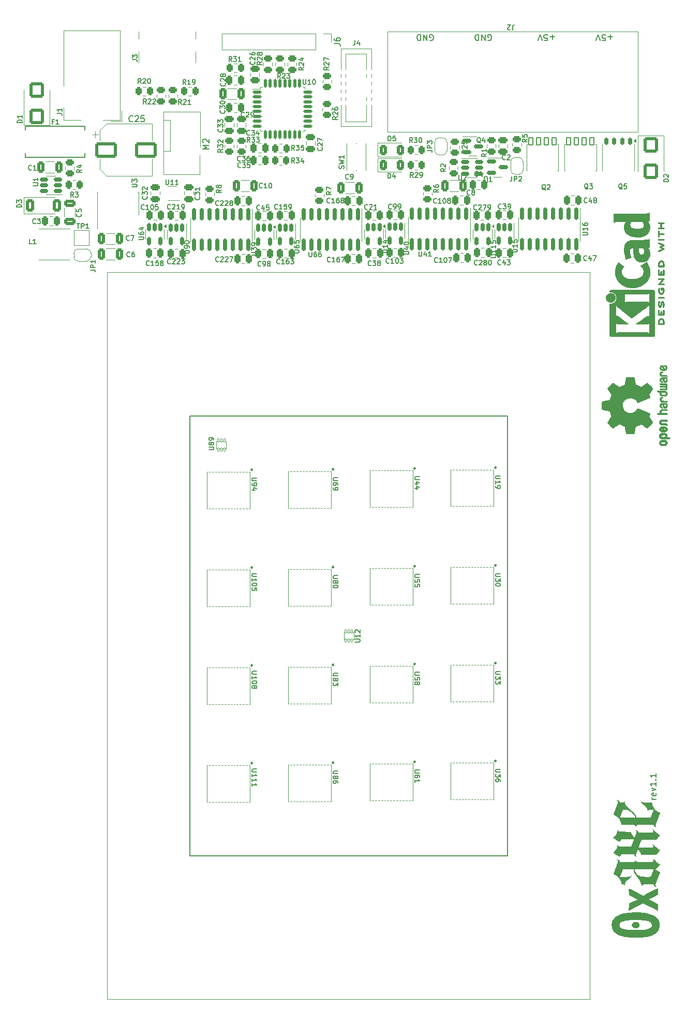
<source format=gto>
G04 #@! TF.GenerationSoftware,KiCad,Pcbnew,8.0.1-8.0.1-1~ubuntu22.04.1*
G04 #@! TF.CreationDate,2024-04-03T21:12:05+02:00*
G04 #@! TF.ProjectId,0xaxe,30786178-652e-46b6-9963-61645f706362,302*
G04 #@! TF.SameCoordinates,Original*
G04 #@! TF.FileFunction,Legend,Top*
G04 #@! TF.FilePolarity,Positive*
%FSLAX46Y46*%
G04 Gerber Fmt 4.6, Leading zero omitted, Abs format (unit mm)*
G04 Created by KiCad (PCBNEW 8.0.1-8.0.1-1~ubuntu22.04.1) date 2024-04-03 21:12:05*
%MOMM*%
%LPD*%
G01*
G04 APERTURE LIST*
G04 Aperture macros list*
%AMRoundRect*
0 Rectangle with rounded corners*
0 $1 Rounding radius*
0 $2 $3 $4 $5 $6 $7 $8 $9 X,Y pos of 4 corners*
0 Add a 4 corners polygon primitive as box body*
4,1,4,$2,$3,$4,$5,$6,$7,$8,$9,$2,$3,0*
0 Add four circle primitives for the rounded corners*
1,1,$1+$1,$2,$3*
1,1,$1+$1,$4,$5*
1,1,$1+$1,$6,$7*
1,1,$1+$1,$8,$9*
0 Add four rect primitives between the rounded corners*
20,1,$1+$1,$2,$3,$4,$5,0*
20,1,$1+$1,$4,$5,$6,$7,0*
20,1,$1+$1,$6,$7,$8,$9,0*
20,1,$1+$1,$8,$9,$2,$3,0*%
%AMFreePoly0*
4,1,19,0.500000,-0.750000,0.000000,-0.750000,0.000000,-0.744911,-0.071157,-0.744911,-0.207708,-0.704816,-0.327430,-0.627875,-0.420627,-0.520320,-0.479746,-0.390866,-0.500000,-0.250000,-0.500000,0.250000,-0.479746,0.390866,-0.420627,0.520320,-0.327430,0.627875,-0.207708,0.704816,-0.071157,0.744911,0.000000,0.744911,0.000000,0.750000,0.500000,0.750000,0.500000,-0.750000,0.500000,-0.750000,
$1*%
%AMFreePoly1*
4,1,19,0.000000,0.744911,0.071157,0.744911,0.207708,0.704816,0.327430,0.627875,0.420627,0.520320,0.479746,0.390866,0.500000,0.250000,0.500000,-0.250000,0.479746,-0.390866,0.420627,-0.520320,0.327430,-0.627875,0.207708,-0.704816,0.071157,-0.744911,0.000000,-0.744911,0.000000,-0.750000,-0.500000,-0.750000,-0.500000,0.750000,0.000000,0.750000,0.000000,0.744911,0.000000,0.744911,
$1*%
%AMFreePoly2*
4,1,21,3.024497,2.399497,3.045000,2.350000,3.045000,-2.350000,3.024497,-2.399497,2.975000,-2.420000,1.425000,-2.420000,1.375503,-2.399497,1.355000,-2.350000,1.355000,-2.170000,-1.650000,-2.170000,-1.699497,-2.149497,-1.720000,-2.100000,-1.720000,2.100000,-1.699497,2.149497,-1.650000,2.170000,1.355000,2.170000,1.355000,2.350000,1.375503,2.399497,1.425000,2.420000,2.975000,2.420000,
3.024497,2.399497,3.024497,2.399497,$1*%
%AMFreePoly3*
4,1,9,2.975000,-2.350000,1.425000,-2.350000,1.425000,-2.100000,-1.650000,-2.100000,-1.650000,2.100000,1.425000,2.100000,1.425000,2.350000,2.975000,2.350000,2.975000,-2.350000,2.975000,-2.350000,$1*%
G04 Aperture macros list end*
%ADD10C,0.150000*%
%ADD11C,0.050000*%
%ADD12C,0.227485*%
%ADD13C,0.120000*%
%ADD14C,0.100000*%
%ADD15C,0.000000*%
%ADD16C,0.010000*%
%ADD17R,0.221000X0.792000*%
%ADD18C,1.500000*%
%ADD19RoundRect,0.250000X-1.500000X-1.000000X1.500000X-1.000000X1.500000X1.000000X-1.500000X1.000000X0*%
%ADD20RoundRect,0.250000X-0.262500X-0.450000X0.262500X-0.450000X0.262500X0.450000X-0.262500X0.450000X0*%
%ADD21RoundRect,0.150000X-0.150000X0.512500X-0.150000X-0.512500X0.150000X-0.512500X0.150000X0.512500X0*%
%ADD22RoundRect,0.250000X-0.450000X0.262500X-0.450000X-0.262500X0.450000X-0.262500X0.450000X0.262500X0*%
%ADD23R,1.500000X4.000000*%
%ADD24C,3.500000*%
%ADD25RoundRect,0.250000X-0.325000X-0.650000X0.325000X-0.650000X0.325000X0.650000X-0.325000X0.650000X0*%
%ADD26RoundRect,0.150000X-0.150000X0.825000X-0.150000X-0.825000X0.150000X-0.825000X0.150000X0.825000X0*%
%ADD27RoundRect,0.250000X0.250000X0.475000X-0.250000X0.475000X-0.250000X-0.475000X0.250000X-0.475000X0*%
%ADD28FreePoly0,0.000000*%
%ADD29FreePoly1,0.000000*%
%ADD30RoundRect,0.250000X0.325000X0.650000X-0.325000X0.650000X-0.325000X-0.650000X0.325000X-0.650000X0*%
%ADD31C,0.800000*%
%ADD32C,6.400000*%
%ADD33RoundRect,0.250000X-0.450000X-0.800000X0.450000X-0.800000X0.450000X0.800000X-0.450000X0.800000X0*%
%ADD34RoundRect,0.250000X0.900000X-1.000000X0.900000X1.000000X-0.900000X1.000000X-0.900000X-1.000000X0*%
%ADD35RoundRect,0.250000X-0.375000X-0.625000X0.375000X-0.625000X0.375000X0.625000X-0.375000X0.625000X0*%
%ADD36RoundRect,0.050000X0.100000X-0.285000X0.100000X0.285000X-0.100000X0.285000X-0.100000X-0.285000X0*%
%ADD37C,1.100000*%
%ADD38R,2.030000X1.730000*%
%ADD39O,2.030000X1.730000*%
%ADD40RoundRect,0.250000X-0.250000X-0.475000X0.250000X-0.475000X0.250000X0.475000X-0.250000X0.475000X0*%
%ADD41FreePoly0,90.000000*%
%ADD42FreePoly1,90.000000*%
%ADD43RoundRect,0.250000X0.262500X0.450000X-0.262500X0.450000X-0.262500X-0.450000X0.262500X-0.450000X0*%
%ADD44RoundRect,0.250000X0.450000X-0.262500X0.450000X0.262500X-0.450000X0.262500X-0.450000X-0.262500X0*%
%ADD45RoundRect,0.250000X-0.475000X0.250000X-0.475000X-0.250000X0.475000X-0.250000X0.475000X0.250000X0*%
%ADD46R,2.760000X0.650000*%
%ADD47R,2.000000X2.000000*%
%ADD48C,3.600000*%
%ADD49RoundRect,0.250000X0.475000X-0.250000X0.475000X0.250000X-0.475000X0.250000X-0.475000X-0.250000X0*%
%ADD50RoundRect,0.150000X-0.587500X-0.150000X0.587500X-0.150000X0.587500X0.150000X-0.587500X0.150000X0*%
%ADD51R,4.245000X3.810000*%
%ADD52RoundRect,0.150000X-0.512500X-0.150000X0.512500X-0.150000X0.512500X0.150000X-0.512500X0.150000X0*%
%ADD53RoundRect,0.150000X0.512500X0.150000X-0.512500X0.150000X-0.512500X-0.150000X0.512500X-0.150000X0*%
%ADD54RoundRect,0.070000X0.350000X0.575000X-0.350000X0.575000X-0.350000X-0.575000X0.350000X-0.575000X0*%
%ADD55FreePoly2,270.000000*%
%ADD56R,1.500000X2.000000*%
%ADD57R,3.800000X2.000000*%
%ADD58C,0.650000*%
%ADD59R,0.600000X1.150000*%
%ADD60R,0.300000X1.150000*%
%ADD61O,1.000000X2.100000*%
%ADD62O,1.000000X1.800000*%
%ADD63R,1.700000X1.700000*%
%ADD64O,1.700000X1.700000*%
%ADD65RoundRect,0.175000X0.175000X0.400000X-0.175000X0.400000X-0.175000X-0.400000X0.175000X-0.400000X0*%
%ADD66FreePoly3,270.000000*%
%ADD67R,2.600000X2.600000*%
%ADD68C,2.600000*%
%ADD69RoundRect,0.250000X0.650000X-0.325000X0.650000X0.325000X-0.650000X0.325000X-0.650000X-0.325000X0*%
%ADD70RoundRect,0.250000X-0.900000X1.000000X-0.900000X-1.000000X0.900000X-1.000000X0.900000X1.000000X0*%
%ADD71R,1.000000X0.900000*%
%ADD72R,0.650000X0.400000*%
%ADD73RoundRect,0.125000X-0.625000X-0.125000X0.625000X-0.125000X0.625000X0.125000X-0.625000X0.125000X0*%
%ADD74RoundRect,0.125000X-0.125000X-0.625000X0.125000X-0.625000X0.125000X0.625000X-0.125000X0.625000X0*%
G04 APERTURE END LIST*
D10*
X120074000Y-86053900D02*
X120074000Y-158053900D01*
X68074000Y-158053900D02*
X68074000Y-86053900D01*
X68074000Y-86053900D02*
X120074000Y-86053900D01*
X120074000Y-158053900D02*
X68074000Y-158053900D01*
X144369819Y-148763220D02*
X143703152Y-148763220D01*
X143893628Y-148763220D02*
X143798390Y-148715601D01*
X143798390Y-148715601D02*
X143750771Y-148667982D01*
X143750771Y-148667982D02*
X143703152Y-148572744D01*
X143703152Y-148572744D02*
X143703152Y-148477506D01*
X144322200Y-147763220D02*
X144369819Y-147858458D01*
X144369819Y-147858458D02*
X144369819Y-148048934D01*
X144369819Y-148048934D02*
X144322200Y-148144172D01*
X144322200Y-148144172D02*
X144226961Y-148191791D01*
X144226961Y-148191791D02*
X143846009Y-148191791D01*
X143846009Y-148191791D02*
X143750771Y-148144172D01*
X143750771Y-148144172D02*
X143703152Y-148048934D01*
X143703152Y-148048934D02*
X143703152Y-147858458D01*
X143703152Y-147858458D02*
X143750771Y-147763220D01*
X143750771Y-147763220D02*
X143846009Y-147715601D01*
X143846009Y-147715601D02*
X143941247Y-147715601D01*
X143941247Y-147715601D02*
X144036485Y-148191791D01*
X143703152Y-147382267D02*
X144369819Y-147144172D01*
X144369819Y-147144172D02*
X143703152Y-146906077D01*
X144369819Y-146001315D02*
X144369819Y-146572743D01*
X144369819Y-146287029D02*
X143369819Y-146287029D01*
X143369819Y-146287029D02*
X143512676Y-146382267D01*
X143512676Y-146382267D02*
X143607914Y-146477505D01*
X143607914Y-146477505D02*
X143655533Y-146572743D01*
X144274580Y-145572743D02*
X144322200Y-145525124D01*
X144322200Y-145525124D02*
X144369819Y-145572743D01*
X144369819Y-145572743D02*
X144322200Y-145620362D01*
X144322200Y-145620362D02*
X144274580Y-145572743D01*
X144274580Y-145572743D02*
X144369819Y-145572743D01*
X144369819Y-144572744D02*
X144369819Y-145144172D01*
X144369819Y-144858458D02*
X143369819Y-144858458D01*
X143369819Y-144858458D02*
X143512676Y-144953696D01*
X143512676Y-144953696D02*
X143607914Y-145048934D01*
X143607914Y-145048934D02*
X143655533Y-145144172D01*
X107339411Y-24582561D02*
X107434649Y-24630180D01*
X107434649Y-24630180D02*
X107577506Y-24630180D01*
X107577506Y-24630180D02*
X107720363Y-24582561D01*
X107720363Y-24582561D02*
X107815601Y-24487323D01*
X107815601Y-24487323D02*
X107863220Y-24392085D01*
X107863220Y-24392085D02*
X107910839Y-24201609D01*
X107910839Y-24201609D02*
X107910839Y-24058752D01*
X107910839Y-24058752D02*
X107863220Y-23868276D01*
X107863220Y-23868276D02*
X107815601Y-23773038D01*
X107815601Y-23773038D02*
X107720363Y-23677800D01*
X107720363Y-23677800D02*
X107577506Y-23630180D01*
X107577506Y-23630180D02*
X107482268Y-23630180D01*
X107482268Y-23630180D02*
X107339411Y-23677800D01*
X107339411Y-23677800D02*
X107291792Y-23725419D01*
X107291792Y-23725419D02*
X107291792Y-24058752D01*
X107291792Y-24058752D02*
X107482268Y-24058752D01*
X106863220Y-23630180D02*
X106863220Y-24630180D01*
X106863220Y-24630180D02*
X106291792Y-23630180D01*
X106291792Y-23630180D02*
X106291792Y-24630180D01*
X105815601Y-23630180D02*
X105815601Y-24630180D01*
X105815601Y-24630180D02*
X105577506Y-24630180D01*
X105577506Y-24630180D02*
X105434649Y-24582561D01*
X105434649Y-24582561D02*
X105339411Y-24487323D01*
X105339411Y-24487323D02*
X105291792Y-24392085D01*
X105291792Y-24392085D02*
X105244173Y-24201609D01*
X105244173Y-24201609D02*
X105244173Y-24058752D01*
X105244173Y-24058752D02*
X105291792Y-23868276D01*
X105291792Y-23868276D02*
X105339411Y-23773038D01*
X105339411Y-23773038D02*
X105434649Y-23677800D01*
X105434649Y-23677800D02*
X105577506Y-23630180D01*
X105577506Y-23630180D02*
X105815601Y-23630180D01*
X137263220Y-24011133D02*
X136501316Y-24011133D01*
X136882268Y-23630180D02*
X136882268Y-24392085D01*
X135548935Y-24630180D02*
X136025125Y-24630180D01*
X136025125Y-24630180D02*
X136072744Y-24153990D01*
X136072744Y-24153990D02*
X136025125Y-24201609D01*
X136025125Y-24201609D02*
X135929887Y-24249228D01*
X135929887Y-24249228D02*
X135691792Y-24249228D01*
X135691792Y-24249228D02*
X135596554Y-24201609D01*
X135596554Y-24201609D02*
X135548935Y-24153990D01*
X135548935Y-24153990D02*
X135501316Y-24058752D01*
X135501316Y-24058752D02*
X135501316Y-23820657D01*
X135501316Y-23820657D02*
X135548935Y-23725419D01*
X135548935Y-23725419D02*
X135596554Y-23677800D01*
X135596554Y-23677800D02*
X135691792Y-23630180D01*
X135691792Y-23630180D02*
X135929887Y-23630180D01*
X135929887Y-23630180D02*
X136025125Y-23677800D01*
X136025125Y-23677800D02*
X136072744Y-23725419D01*
X135215601Y-24630180D02*
X134882268Y-23630180D01*
X134882268Y-23630180D02*
X134548935Y-24630180D01*
X127763220Y-24011133D02*
X127001316Y-24011133D01*
X127382268Y-23630180D02*
X127382268Y-24392085D01*
X126048935Y-24630180D02*
X126525125Y-24630180D01*
X126525125Y-24630180D02*
X126572744Y-24153990D01*
X126572744Y-24153990D02*
X126525125Y-24201609D01*
X126525125Y-24201609D02*
X126429887Y-24249228D01*
X126429887Y-24249228D02*
X126191792Y-24249228D01*
X126191792Y-24249228D02*
X126096554Y-24201609D01*
X126096554Y-24201609D02*
X126048935Y-24153990D01*
X126048935Y-24153990D02*
X126001316Y-24058752D01*
X126001316Y-24058752D02*
X126001316Y-23820657D01*
X126001316Y-23820657D02*
X126048935Y-23725419D01*
X126048935Y-23725419D02*
X126096554Y-23677800D01*
X126096554Y-23677800D02*
X126191792Y-23630180D01*
X126191792Y-23630180D02*
X126429887Y-23630180D01*
X126429887Y-23630180D02*
X126525125Y-23677800D01*
X126525125Y-23677800D02*
X126572744Y-23725419D01*
X125715601Y-24630180D02*
X125382268Y-23630180D01*
X125382268Y-23630180D02*
X125048935Y-24630180D01*
X116839411Y-24582561D02*
X116934649Y-24630180D01*
X116934649Y-24630180D02*
X117077506Y-24630180D01*
X117077506Y-24630180D02*
X117220363Y-24582561D01*
X117220363Y-24582561D02*
X117315601Y-24487323D01*
X117315601Y-24487323D02*
X117363220Y-24392085D01*
X117363220Y-24392085D02*
X117410839Y-24201609D01*
X117410839Y-24201609D02*
X117410839Y-24058752D01*
X117410839Y-24058752D02*
X117363220Y-23868276D01*
X117363220Y-23868276D02*
X117315601Y-23773038D01*
X117315601Y-23773038D02*
X117220363Y-23677800D01*
X117220363Y-23677800D02*
X117077506Y-23630180D01*
X117077506Y-23630180D02*
X116982268Y-23630180D01*
X116982268Y-23630180D02*
X116839411Y-23677800D01*
X116839411Y-23677800D02*
X116791792Y-23725419D01*
X116791792Y-23725419D02*
X116791792Y-24058752D01*
X116791792Y-24058752D02*
X116982268Y-24058752D01*
X116363220Y-23630180D02*
X116363220Y-24630180D01*
X116363220Y-24630180D02*
X115791792Y-23630180D01*
X115791792Y-23630180D02*
X115791792Y-24630180D01*
X115315601Y-23630180D02*
X115315601Y-24630180D01*
X115315601Y-24630180D02*
X115077506Y-24630180D01*
X115077506Y-24630180D02*
X114934649Y-24582561D01*
X114934649Y-24582561D02*
X114839411Y-24487323D01*
X114839411Y-24487323D02*
X114791792Y-24392085D01*
X114791792Y-24392085D02*
X114744173Y-24201609D01*
X114744173Y-24201609D02*
X114744173Y-24058752D01*
X114744173Y-24058752D02*
X114791792Y-23868276D01*
X114791792Y-23868276D02*
X114839411Y-23773038D01*
X114839411Y-23773038D02*
X114934649Y-23677800D01*
X114934649Y-23677800D02*
X115077506Y-23630180D01*
X115077506Y-23630180D02*
X115315601Y-23630180D01*
X92311704Y-96143424D02*
X91664085Y-96143424D01*
X91664085Y-96143424D02*
X91587895Y-96181519D01*
X91587895Y-96181519D02*
X91549800Y-96219614D01*
X91549800Y-96219614D02*
X91511704Y-96295805D01*
X91511704Y-96295805D02*
X91511704Y-96448186D01*
X91511704Y-96448186D02*
X91549800Y-96524376D01*
X91549800Y-96524376D02*
X91587895Y-96562471D01*
X91587895Y-96562471D02*
X91664085Y-96600567D01*
X91664085Y-96600567D02*
X92311704Y-96600567D01*
X92311704Y-97324376D02*
X92311704Y-97171995D01*
X92311704Y-97171995D02*
X92273609Y-97095804D01*
X92273609Y-97095804D02*
X92235514Y-97057709D01*
X92235514Y-97057709D02*
X92121228Y-96981519D01*
X92121228Y-96981519D02*
X91968847Y-96943423D01*
X91968847Y-96943423D02*
X91664085Y-96943423D01*
X91664085Y-96943423D02*
X91587895Y-96981519D01*
X91587895Y-96981519D02*
X91549800Y-97019614D01*
X91549800Y-97019614D02*
X91511704Y-97095804D01*
X91511704Y-97095804D02*
X91511704Y-97248185D01*
X91511704Y-97248185D02*
X91549800Y-97324376D01*
X91549800Y-97324376D02*
X91587895Y-97362471D01*
X91587895Y-97362471D02*
X91664085Y-97400566D01*
X91664085Y-97400566D02*
X91854561Y-97400566D01*
X91854561Y-97400566D02*
X91930752Y-97362471D01*
X91930752Y-97362471D02*
X91968847Y-97324376D01*
X91968847Y-97324376D02*
X92006942Y-97248185D01*
X92006942Y-97248185D02*
X92006942Y-97095804D01*
X92006942Y-97095804D02*
X91968847Y-97019614D01*
X91968847Y-97019614D02*
X91930752Y-96981519D01*
X91930752Y-96981519D02*
X91854561Y-96943423D01*
X91511704Y-97781519D02*
X91511704Y-97933900D01*
X91511704Y-97933900D02*
X91549800Y-98010090D01*
X91549800Y-98010090D02*
X91587895Y-98048186D01*
X91587895Y-98048186D02*
X91702180Y-98124376D01*
X91702180Y-98124376D02*
X91854561Y-98162471D01*
X91854561Y-98162471D02*
X92159323Y-98162471D01*
X92159323Y-98162471D02*
X92235514Y-98124376D01*
X92235514Y-98124376D02*
X92273609Y-98086281D01*
X92273609Y-98086281D02*
X92311704Y-98010090D01*
X92311704Y-98010090D02*
X92311704Y-97857709D01*
X92311704Y-97857709D02*
X92273609Y-97781519D01*
X92273609Y-97781519D02*
X92235514Y-97743424D01*
X92235514Y-97743424D02*
X92159323Y-97705328D01*
X92159323Y-97705328D02*
X91968847Y-97705328D01*
X91968847Y-97705328D02*
X91892657Y-97743424D01*
X91892657Y-97743424D02*
X91854561Y-97781519D01*
X91854561Y-97781519D02*
X91816466Y-97857709D01*
X91816466Y-97857709D02*
X91816466Y-98010090D01*
X91816466Y-98010090D02*
X91854561Y-98086281D01*
X91854561Y-98086281D02*
X91892657Y-98124376D01*
X91892657Y-98124376D02*
X91968847Y-98162471D01*
X58707142Y-37809580D02*
X58659523Y-37857200D01*
X58659523Y-37857200D02*
X58516666Y-37904819D01*
X58516666Y-37904819D02*
X58421428Y-37904819D01*
X58421428Y-37904819D02*
X58278571Y-37857200D01*
X58278571Y-37857200D02*
X58183333Y-37761961D01*
X58183333Y-37761961D02*
X58135714Y-37666723D01*
X58135714Y-37666723D02*
X58088095Y-37476247D01*
X58088095Y-37476247D02*
X58088095Y-37333390D01*
X58088095Y-37333390D02*
X58135714Y-37142914D01*
X58135714Y-37142914D02*
X58183333Y-37047676D01*
X58183333Y-37047676D02*
X58278571Y-36952438D01*
X58278571Y-36952438D02*
X58421428Y-36904819D01*
X58421428Y-36904819D02*
X58516666Y-36904819D01*
X58516666Y-36904819D02*
X58659523Y-36952438D01*
X58659523Y-36952438D02*
X58707142Y-37000057D01*
X59088095Y-37000057D02*
X59135714Y-36952438D01*
X59135714Y-36952438D02*
X59230952Y-36904819D01*
X59230952Y-36904819D02*
X59469047Y-36904819D01*
X59469047Y-36904819D02*
X59564285Y-36952438D01*
X59564285Y-36952438D02*
X59611904Y-37000057D01*
X59611904Y-37000057D02*
X59659523Y-37095295D01*
X59659523Y-37095295D02*
X59659523Y-37190533D01*
X59659523Y-37190533D02*
X59611904Y-37333390D01*
X59611904Y-37333390D02*
X59040476Y-37904819D01*
X59040476Y-37904819D02*
X59659523Y-37904819D01*
X60564285Y-36904819D02*
X60088095Y-36904819D01*
X60088095Y-36904819D02*
X60040476Y-37381009D01*
X60040476Y-37381009D02*
X60088095Y-37333390D01*
X60088095Y-37333390D02*
X60183333Y-37285771D01*
X60183333Y-37285771D02*
X60421428Y-37285771D01*
X60421428Y-37285771D02*
X60516666Y-37333390D01*
X60516666Y-37333390D02*
X60564285Y-37381009D01*
X60564285Y-37381009D02*
X60611904Y-37476247D01*
X60611904Y-37476247D02*
X60611904Y-37714342D01*
X60611904Y-37714342D02*
X60564285Y-37809580D01*
X60564285Y-37809580D02*
X60516666Y-37857200D01*
X60516666Y-37857200D02*
X60421428Y-37904819D01*
X60421428Y-37904819D02*
X60183333Y-37904819D01*
X60183333Y-37904819D02*
X60088095Y-37857200D01*
X60088095Y-37857200D02*
X60040476Y-37809580D01*
X60085714Y-31629295D02*
X59819047Y-31248342D01*
X59628571Y-31629295D02*
X59628571Y-30829295D01*
X59628571Y-30829295D02*
X59933333Y-30829295D01*
X59933333Y-30829295D02*
X60009523Y-30867390D01*
X60009523Y-30867390D02*
X60047618Y-30905485D01*
X60047618Y-30905485D02*
X60085714Y-30981676D01*
X60085714Y-30981676D02*
X60085714Y-31095961D01*
X60085714Y-31095961D02*
X60047618Y-31172152D01*
X60047618Y-31172152D02*
X60009523Y-31210247D01*
X60009523Y-31210247D02*
X59933333Y-31248342D01*
X59933333Y-31248342D02*
X59628571Y-31248342D01*
X60390475Y-30905485D02*
X60428571Y-30867390D01*
X60428571Y-30867390D02*
X60504761Y-30829295D01*
X60504761Y-30829295D02*
X60695237Y-30829295D01*
X60695237Y-30829295D02*
X60771428Y-30867390D01*
X60771428Y-30867390D02*
X60809523Y-30905485D01*
X60809523Y-30905485D02*
X60847618Y-30981676D01*
X60847618Y-30981676D02*
X60847618Y-31057866D01*
X60847618Y-31057866D02*
X60809523Y-31172152D01*
X60809523Y-31172152D02*
X60352380Y-31629295D01*
X60352380Y-31629295D02*
X60847618Y-31629295D01*
X61342857Y-30829295D02*
X61419047Y-30829295D01*
X61419047Y-30829295D02*
X61495238Y-30867390D01*
X61495238Y-30867390D02*
X61533333Y-30905485D01*
X61533333Y-30905485D02*
X61571428Y-30981676D01*
X61571428Y-30981676D02*
X61609523Y-31134057D01*
X61609523Y-31134057D02*
X61609523Y-31324533D01*
X61609523Y-31324533D02*
X61571428Y-31476914D01*
X61571428Y-31476914D02*
X61533333Y-31553104D01*
X61533333Y-31553104D02*
X61495238Y-31591200D01*
X61495238Y-31591200D02*
X61419047Y-31629295D01*
X61419047Y-31629295D02*
X61342857Y-31629295D01*
X61342857Y-31629295D02*
X61266666Y-31591200D01*
X61266666Y-31591200D02*
X61228571Y-31553104D01*
X61228571Y-31553104D02*
X61190476Y-31476914D01*
X61190476Y-31476914D02*
X61152380Y-31324533D01*
X61152380Y-31324533D02*
X61152380Y-31134057D01*
X61152380Y-31134057D02*
X61190476Y-30981676D01*
X61190476Y-30981676D02*
X61228571Y-30905485D01*
X61228571Y-30905485D02*
X61266666Y-30867390D01*
X61266666Y-30867390D02*
X61342857Y-30829295D01*
X99573495Y-59313875D02*
X100221114Y-59313875D01*
X100221114Y-59313875D02*
X100297304Y-59275780D01*
X100297304Y-59275780D02*
X100335400Y-59237685D01*
X100335400Y-59237685D02*
X100373495Y-59161494D01*
X100373495Y-59161494D02*
X100373495Y-59009113D01*
X100373495Y-59009113D02*
X100335400Y-58932923D01*
X100335400Y-58932923D02*
X100297304Y-58894828D01*
X100297304Y-58894828D02*
X100221114Y-58856732D01*
X100221114Y-58856732D02*
X99573495Y-58856732D01*
X100373495Y-58056733D02*
X100373495Y-58513876D01*
X100373495Y-58285304D02*
X99573495Y-58285304D01*
X99573495Y-58285304D02*
X99687780Y-58361495D01*
X99687780Y-58361495D02*
X99763971Y-58437685D01*
X99763971Y-58437685D02*
X99802066Y-58513876D01*
X99840161Y-57371018D02*
X100373495Y-57371018D01*
X99535400Y-57561494D02*
X100106828Y-57751971D01*
X100106828Y-57751971D02*
X100106828Y-57256732D01*
X113419794Y-42573285D02*
X113038841Y-42839952D01*
X113419794Y-43030428D02*
X112619794Y-43030428D01*
X112619794Y-43030428D02*
X112619794Y-42725666D01*
X112619794Y-42725666D02*
X112657889Y-42649476D01*
X112657889Y-42649476D02*
X112695984Y-42611381D01*
X112695984Y-42611381D02*
X112772175Y-42573285D01*
X112772175Y-42573285D02*
X112886460Y-42573285D01*
X112886460Y-42573285D02*
X112962651Y-42611381D01*
X112962651Y-42611381D02*
X113000746Y-42649476D01*
X113000746Y-42649476D02*
X113038841Y-42725666D01*
X113038841Y-42725666D02*
X113038841Y-43030428D01*
X112695984Y-42268524D02*
X112657889Y-42230428D01*
X112657889Y-42230428D02*
X112619794Y-42154238D01*
X112619794Y-42154238D02*
X112619794Y-41963762D01*
X112619794Y-41963762D02*
X112657889Y-41887571D01*
X112657889Y-41887571D02*
X112695984Y-41849476D01*
X112695984Y-41849476D02*
X112772175Y-41811381D01*
X112772175Y-41811381D02*
X112848365Y-41811381D01*
X112848365Y-41811381D02*
X112962651Y-41849476D01*
X112962651Y-41849476D02*
X113419794Y-42306619D01*
X113419794Y-42306619D02*
X113419794Y-41811381D01*
X112619794Y-41087571D02*
X112619794Y-41468523D01*
X112619794Y-41468523D02*
X113000746Y-41506619D01*
X113000746Y-41506619D02*
X112962651Y-41468523D01*
X112962651Y-41468523D02*
X112924556Y-41392333D01*
X112924556Y-41392333D02*
X112924556Y-41201857D01*
X112924556Y-41201857D02*
X112962651Y-41125666D01*
X112962651Y-41125666D02*
X113000746Y-41087571D01*
X113000746Y-41087571D02*
X113076937Y-41049476D01*
X113076937Y-41049476D02*
X113267413Y-41049476D01*
X113267413Y-41049476D02*
X113343603Y-41087571D01*
X113343603Y-41087571D02*
X113381699Y-41125666D01*
X113381699Y-41125666D02*
X113419794Y-41201857D01*
X113419794Y-41201857D02*
X113419794Y-41392333D01*
X113419794Y-41392333D02*
X113381699Y-41468523D01*
X113381699Y-41468523D02*
X113343603Y-41506619D01*
X42194866Y-57887295D02*
X41813914Y-57887295D01*
X41813914Y-57887295D02*
X41813914Y-57087295D01*
X42880580Y-57887295D02*
X42423437Y-57887295D01*
X42652009Y-57887295D02*
X42652009Y-57087295D01*
X42652009Y-57087295D02*
X42575818Y-57201580D01*
X42575818Y-57201580D02*
X42499628Y-57277771D01*
X42499628Y-57277771D02*
X42423437Y-57315866D01*
X120845166Y-22871704D02*
X120845166Y-22300276D01*
X120845166Y-22300276D02*
X120883261Y-22185990D01*
X120883261Y-22185990D02*
X120959452Y-22109800D01*
X120959452Y-22109800D02*
X121073737Y-22071704D01*
X121073737Y-22071704D02*
X121149928Y-22071704D01*
X120502309Y-22795514D02*
X120464213Y-22833609D01*
X120464213Y-22833609D02*
X120388023Y-22871704D01*
X120388023Y-22871704D02*
X120197547Y-22871704D01*
X120197547Y-22871704D02*
X120121356Y-22833609D01*
X120121356Y-22833609D02*
X120083261Y-22795514D01*
X120083261Y-22795514D02*
X120045166Y-22719323D01*
X120045166Y-22719323D02*
X120045166Y-22643133D01*
X120045166Y-22643133D02*
X120083261Y-22528847D01*
X120083261Y-22528847D02*
X120540404Y-22071704D01*
X120540404Y-22071704D02*
X120045166Y-22071704D01*
X117328095Y-60126628D02*
X117975714Y-60126628D01*
X117975714Y-60126628D02*
X118051904Y-60088533D01*
X118051904Y-60088533D02*
X118090000Y-60050438D01*
X118090000Y-60050438D02*
X118128095Y-59974247D01*
X118128095Y-59974247D02*
X118128095Y-59821866D01*
X118128095Y-59821866D02*
X118090000Y-59745676D01*
X118090000Y-59745676D02*
X118051904Y-59707581D01*
X118051904Y-59707581D02*
X117975714Y-59669485D01*
X117975714Y-59669485D02*
X117328095Y-59669485D01*
X118128095Y-58869486D02*
X118128095Y-59326629D01*
X118128095Y-59098057D02*
X117328095Y-59098057D01*
X117328095Y-59098057D02*
X117442380Y-59174248D01*
X117442380Y-59174248D02*
X117518571Y-59250438D01*
X117518571Y-59250438D02*
X117556666Y-59326629D01*
X118128095Y-58107581D02*
X118128095Y-58564724D01*
X118128095Y-58336152D02*
X117328095Y-58336152D01*
X117328095Y-58336152D02*
X117442380Y-58412343D01*
X117442380Y-58412343D02*
X117518571Y-58488533D01*
X117518571Y-58488533D02*
X117556666Y-58564724D01*
X117328095Y-57383771D02*
X117328095Y-57764723D01*
X117328095Y-57764723D02*
X117709047Y-57802819D01*
X117709047Y-57802819D02*
X117670952Y-57764723D01*
X117670952Y-57764723D02*
X117632857Y-57688533D01*
X117632857Y-57688533D02*
X117632857Y-57498057D01*
X117632857Y-57498057D02*
X117670952Y-57421866D01*
X117670952Y-57421866D02*
X117709047Y-57383771D01*
X117709047Y-57383771D02*
X117785238Y-57345676D01*
X117785238Y-57345676D02*
X117975714Y-57345676D01*
X117975714Y-57345676D02*
X118051904Y-57383771D01*
X118051904Y-57383771D02*
X118090000Y-57421866D01*
X118090000Y-57421866D02*
X118128095Y-57498057D01*
X118128095Y-57498057D02*
X118128095Y-57688533D01*
X118128095Y-57688533D02*
X118090000Y-57764723D01*
X118090000Y-57764723D02*
X118051904Y-57802819D01*
X42143667Y-45731704D02*
X42105571Y-45769800D01*
X42105571Y-45769800D02*
X41991286Y-45807895D01*
X41991286Y-45807895D02*
X41915095Y-45807895D01*
X41915095Y-45807895D02*
X41800809Y-45769800D01*
X41800809Y-45769800D02*
X41724619Y-45693609D01*
X41724619Y-45693609D02*
X41686524Y-45617419D01*
X41686524Y-45617419D02*
X41648428Y-45465038D01*
X41648428Y-45465038D02*
X41648428Y-45350752D01*
X41648428Y-45350752D02*
X41686524Y-45198371D01*
X41686524Y-45198371D02*
X41724619Y-45122180D01*
X41724619Y-45122180D02*
X41800809Y-45045990D01*
X41800809Y-45045990D02*
X41915095Y-45007895D01*
X41915095Y-45007895D02*
X41991286Y-45007895D01*
X41991286Y-45007895D02*
X42105571Y-45045990D01*
X42105571Y-45045990D02*
X42143667Y-45084085D01*
X42905571Y-45807895D02*
X42448428Y-45807895D01*
X42677000Y-45807895D02*
X42677000Y-45007895D01*
X42677000Y-45007895D02*
X42600809Y-45122180D01*
X42600809Y-45122180D02*
X42524619Y-45198371D01*
X42524619Y-45198371D02*
X42448428Y-45236466D01*
X73814104Y-31579285D02*
X73852200Y-31617381D01*
X73852200Y-31617381D02*
X73890295Y-31731666D01*
X73890295Y-31731666D02*
X73890295Y-31807857D01*
X73890295Y-31807857D02*
X73852200Y-31922143D01*
X73852200Y-31922143D02*
X73776009Y-31998333D01*
X73776009Y-31998333D02*
X73699819Y-32036428D01*
X73699819Y-32036428D02*
X73547438Y-32074524D01*
X73547438Y-32074524D02*
X73433152Y-32074524D01*
X73433152Y-32074524D02*
X73280771Y-32036428D01*
X73280771Y-32036428D02*
X73204580Y-31998333D01*
X73204580Y-31998333D02*
X73128390Y-31922143D01*
X73128390Y-31922143D02*
X73090295Y-31807857D01*
X73090295Y-31807857D02*
X73090295Y-31731666D01*
X73090295Y-31731666D02*
X73128390Y-31617381D01*
X73128390Y-31617381D02*
X73166485Y-31579285D01*
X73166485Y-31274524D02*
X73128390Y-31236428D01*
X73128390Y-31236428D02*
X73090295Y-31160238D01*
X73090295Y-31160238D02*
X73090295Y-30969762D01*
X73090295Y-30969762D02*
X73128390Y-30893571D01*
X73128390Y-30893571D02*
X73166485Y-30855476D01*
X73166485Y-30855476D02*
X73242676Y-30817381D01*
X73242676Y-30817381D02*
X73318866Y-30817381D01*
X73318866Y-30817381D02*
X73433152Y-30855476D01*
X73433152Y-30855476D02*
X73890295Y-31312619D01*
X73890295Y-31312619D02*
X73890295Y-30817381D01*
X73433152Y-30360238D02*
X73395057Y-30436428D01*
X73395057Y-30436428D02*
X73356961Y-30474523D01*
X73356961Y-30474523D02*
X73280771Y-30512619D01*
X73280771Y-30512619D02*
X73242676Y-30512619D01*
X73242676Y-30512619D02*
X73166485Y-30474523D01*
X73166485Y-30474523D02*
X73128390Y-30436428D01*
X73128390Y-30436428D02*
X73090295Y-30360238D01*
X73090295Y-30360238D02*
X73090295Y-30207857D01*
X73090295Y-30207857D02*
X73128390Y-30131666D01*
X73128390Y-30131666D02*
X73166485Y-30093571D01*
X73166485Y-30093571D02*
X73242676Y-30055476D01*
X73242676Y-30055476D02*
X73280771Y-30055476D01*
X73280771Y-30055476D02*
X73356961Y-30093571D01*
X73356961Y-30093571D02*
X73395057Y-30131666D01*
X73395057Y-30131666D02*
X73433152Y-30207857D01*
X73433152Y-30207857D02*
X73433152Y-30360238D01*
X73433152Y-30360238D02*
X73471247Y-30436428D01*
X73471247Y-30436428D02*
X73509342Y-30474523D01*
X73509342Y-30474523D02*
X73585533Y-30512619D01*
X73585533Y-30512619D02*
X73737914Y-30512619D01*
X73737914Y-30512619D02*
X73814104Y-30474523D01*
X73814104Y-30474523D02*
X73852200Y-30436428D01*
X73852200Y-30436428D02*
X73890295Y-30360238D01*
X73890295Y-30360238D02*
X73890295Y-30207857D01*
X73890295Y-30207857D02*
X73852200Y-30131666D01*
X73852200Y-30131666D02*
X73814104Y-30093571D01*
X73814104Y-30093571D02*
X73737914Y-30055476D01*
X73737914Y-30055476D02*
X73585533Y-30055476D01*
X73585533Y-30055476D02*
X73509342Y-30093571D01*
X73509342Y-30093571D02*
X73471247Y-30131666D01*
X73471247Y-30131666D02*
X73433152Y-30207857D01*
X51790295Y-62144666D02*
X52361723Y-62144666D01*
X52361723Y-62144666D02*
X52476009Y-62182761D01*
X52476009Y-62182761D02*
X52552200Y-62258952D01*
X52552200Y-62258952D02*
X52590295Y-62373237D01*
X52590295Y-62373237D02*
X52590295Y-62449428D01*
X52590295Y-61763713D02*
X51790295Y-61763713D01*
X51790295Y-61763713D02*
X51790295Y-61458951D01*
X51790295Y-61458951D02*
X51828390Y-61382761D01*
X51828390Y-61382761D02*
X51866485Y-61344666D01*
X51866485Y-61344666D02*
X51942676Y-61306570D01*
X51942676Y-61306570D02*
X52056961Y-61306570D01*
X52056961Y-61306570D02*
X52133152Y-61344666D01*
X52133152Y-61344666D02*
X52171247Y-61382761D01*
X52171247Y-61382761D02*
X52209342Y-61458951D01*
X52209342Y-61458951D02*
X52209342Y-61763713D01*
X52590295Y-60544666D02*
X52590295Y-61001809D01*
X52590295Y-60773237D02*
X51790295Y-60773237D01*
X51790295Y-60773237D02*
X51904580Y-60849428D01*
X51904580Y-60849428D02*
X51980771Y-60925618D01*
X51980771Y-60925618D02*
X52018866Y-61001809D01*
X92311704Y-144143424D02*
X91664085Y-144143424D01*
X91664085Y-144143424D02*
X91587895Y-144181519D01*
X91587895Y-144181519D02*
X91549800Y-144219614D01*
X91549800Y-144219614D02*
X91511704Y-144295805D01*
X91511704Y-144295805D02*
X91511704Y-144448186D01*
X91511704Y-144448186D02*
X91549800Y-144524376D01*
X91549800Y-144524376D02*
X91587895Y-144562471D01*
X91587895Y-144562471D02*
X91664085Y-144600567D01*
X91664085Y-144600567D02*
X92311704Y-144600567D01*
X91968847Y-145095804D02*
X92006942Y-145019614D01*
X92006942Y-145019614D02*
X92045038Y-144981519D01*
X92045038Y-144981519D02*
X92121228Y-144943423D01*
X92121228Y-144943423D02*
X92159323Y-144943423D01*
X92159323Y-144943423D02*
X92235514Y-144981519D01*
X92235514Y-144981519D02*
X92273609Y-145019614D01*
X92273609Y-145019614D02*
X92311704Y-145095804D01*
X92311704Y-145095804D02*
X92311704Y-145248185D01*
X92311704Y-145248185D02*
X92273609Y-145324376D01*
X92273609Y-145324376D02*
X92235514Y-145362471D01*
X92235514Y-145362471D02*
X92159323Y-145400566D01*
X92159323Y-145400566D02*
X92121228Y-145400566D01*
X92121228Y-145400566D02*
X92045038Y-145362471D01*
X92045038Y-145362471D02*
X92006942Y-145324376D01*
X92006942Y-145324376D02*
X91968847Y-145248185D01*
X91968847Y-145248185D02*
X91968847Y-145095804D01*
X91968847Y-145095804D02*
X91930752Y-145019614D01*
X91930752Y-145019614D02*
X91892657Y-144981519D01*
X91892657Y-144981519D02*
X91816466Y-144943423D01*
X91816466Y-144943423D02*
X91664085Y-144943423D01*
X91664085Y-144943423D02*
X91587895Y-144981519D01*
X91587895Y-144981519D02*
X91549800Y-145019614D01*
X91549800Y-145019614D02*
X91511704Y-145095804D01*
X91511704Y-145095804D02*
X91511704Y-145248185D01*
X91511704Y-145248185D02*
X91549800Y-145324376D01*
X91549800Y-145324376D02*
X91587895Y-145362471D01*
X91587895Y-145362471D02*
X91664085Y-145400566D01*
X91664085Y-145400566D02*
X91816466Y-145400566D01*
X91816466Y-145400566D02*
X91892657Y-145362471D01*
X91892657Y-145362471D02*
X91930752Y-145324376D01*
X91930752Y-145324376D02*
X91968847Y-145248185D01*
X92311704Y-146086281D02*
X92311704Y-145933900D01*
X92311704Y-145933900D02*
X92273609Y-145857709D01*
X92273609Y-145857709D02*
X92235514Y-145819614D01*
X92235514Y-145819614D02*
X92121228Y-145743424D01*
X92121228Y-145743424D02*
X91968847Y-145705328D01*
X91968847Y-145705328D02*
X91664085Y-145705328D01*
X91664085Y-145705328D02*
X91587895Y-145743424D01*
X91587895Y-145743424D02*
X91549800Y-145781519D01*
X91549800Y-145781519D02*
X91511704Y-145857709D01*
X91511704Y-145857709D02*
X91511704Y-146010090D01*
X91511704Y-146010090D02*
X91549800Y-146086281D01*
X91549800Y-146086281D02*
X91587895Y-146124376D01*
X91587895Y-146124376D02*
X91664085Y-146162471D01*
X91664085Y-146162471D02*
X91854561Y-146162471D01*
X91854561Y-146162471D02*
X91930752Y-146124376D01*
X91930752Y-146124376D02*
X91968847Y-146086281D01*
X91968847Y-146086281D02*
X92006942Y-146010090D01*
X92006942Y-146010090D02*
X92006942Y-145857709D01*
X92006942Y-145857709D02*
X91968847Y-145781519D01*
X91968847Y-145781519D02*
X91930752Y-145743424D01*
X91930752Y-145743424D02*
X91854561Y-145705328D01*
X77906914Y-41235895D02*
X77640247Y-40854942D01*
X77449771Y-41235895D02*
X77449771Y-40435895D01*
X77449771Y-40435895D02*
X77754533Y-40435895D01*
X77754533Y-40435895D02*
X77830723Y-40473990D01*
X77830723Y-40473990D02*
X77868818Y-40512085D01*
X77868818Y-40512085D02*
X77906914Y-40588276D01*
X77906914Y-40588276D02*
X77906914Y-40702561D01*
X77906914Y-40702561D02*
X77868818Y-40778752D01*
X77868818Y-40778752D02*
X77830723Y-40816847D01*
X77830723Y-40816847D02*
X77754533Y-40854942D01*
X77754533Y-40854942D02*
X77449771Y-40854942D01*
X78173580Y-40435895D02*
X78668818Y-40435895D01*
X78668818Y-40435895D02*
X78402152Y-40740657D01*
X78402152Y-40740657D02*
X78516437Y-40740657D01*
X78516437Y-40740657D02*
X78592628Y-40778752D01*
X78592628Y-40778752D02*
X78630723Y-40816847D01*
X78630723Y-40816847D02*
X78668818Y-40893038D01*
X78668818Y-40893038D02*
X78668818Y-41083514D01*
X78668818Y-41083514D02*
X78630723Y-41159704D01*
X78630723Y-41159704D02*
X78592628Y-41197800D01*
X78592628Y-41197800D02*
X78516437Y-41235895D01*
X78516437Y-41235895D02*
X78287866Y-41235895D01*
X78287866Y-41235895D02*
X78211675Y-41197800D01*
X78211675Y-41197800D02*
X78173580Y-41159704D01*
X78935485Y-40435895D02*
X79430723Y-40435895D01*
X79430723Y-40435895D02*
X79164057Y-40740657D01*
X79164057Y-40740657D02*
X79278342Y-40740657D01*
X79278342Y-40740657D02*
X79354533Y-40778752D01*
X79354533Y-40778752D02*
X79392628Y-40816847D01*
X79392628Y-40816847D02*
X79430723Y-40893038D01*
X79430723Y-40893038D02*
X79430723Y-41083514D01*
X79430723Y-41083514D02*
X79392628Y-41159704D01*
X79392628Y-41159704D02*
X79354533Y-41197800D01*
X79354533Y-41197800D02*
X79278342Y-41235895D01*
X79278342Y-41235895D02*
X79049771Y-41235895D01*
X79049771Y-41235895D02*
X78973580Y-41197800D01*
X78973580Y-41197800D02*
X78935485Y-41159704D01*
X58122667Y-57249104D02*
X58084571Y-57287200D01*
X58084571Y-57287200D02*
X57970286Y-57325295D01*
X57970286Y-57325295D02*
X57894095Y-57325295D01*
X57894095Y-57325295D02*
X57779809Y-57287200D01*
X57779809Y-57287200D02*
X57703619Y-57211009D01*
X57703619Y-57211009D02*
X57665524Y-57134819D01*
X57665524Y-57134819D02*
X57627428Y-56982438D01*
X57627428Y-56982438D02*
X57627428Y-56868152D01*
X57627428Y-56868152D02*
X57665524Y-56715771D01*
X57665524Y-56715771D02*
X57703619Y-56639580D01*
X57703619Y-56639580D02*
X57779809Y-56563390D01*
X57779809Y-56563390D02*
X57894095Y-56525295D01*
X57894095Y-56525295D02*
X57970286Y-56525295D01*
X57970286Y-56525295D02*
X58084571Y-56563390D01*
X58084571Y-56563390D02*
X58122667Y-56601485D01*
X58389333Y-56525295D02*
X58922667Y-56525295D01*
X58922667Y-56525295D02*
X58579809Y-57325295D01*
X40531495Y-51892475D02*
X39731495Y-51892475D01*
X39731495Y-51892475D02*
X39731495Y-51701999D01*
X39731495Y-51701999D02*
X39769590Y-51587713D01*
X39769590Y-51587713D02*
X39845780Y-51511523D01*
X39845780Y-51511523D02*
X39921971Y-51473428D01*
X39921971Y-51473428D02*
X40074352Y-51435332D01*
X40074352Y-51435332D02*
X40188638Y-51435332D01*
X40188638Y-51435332D02*
X40341019Y-51473428D01*
X40341019Y-51473428D02*
X40417209Y-51511523D01*
X40417209Y-51511523D02*
X40493400Y-51587713D01*
X40493400Y-51587713D02*
X40531495Y-51701999D01*
X40531495Y-51701999D02*
X40531495Y-51892475D01*
X39731495Y-51168666D02*
X39731495Y-50673428D01*
X39731495Y-50673428D02*
X40036257Y-50940094D01*
X40036257Y-50940094D02*
X40036257Y-50825809D01*
X40036257Y-50825809D02*
X40074352Y-50749618D01*
X40074352Y-50749618D02*
X40112447Y-50711523D01*
X40112447Y-50711523D02*
X40188638Y-50673428D01*
X40188638Y-50673428D02*
X40379114Y-50673428D01*
X40379114Y-50673428D02*
X40455304Y-50711523D01*
X40455304Y-50711523D02*
X40493400Y-50749618D01*
X40493400Y-50749618D02*
X40531495Y-50825809D01*
X40531495Y-50825809D02*
X40531495Y-51054380D01*
X40531495Y-51054380D02*
X40493400Y-51130571D01*
X40493400Y-51130571D02*
X40455304Y-51168666D01*
X40594495Y-38043275D02*
X39794495Y-38043275D01*
X39794495Y-38043275D02*
X39794495Y-37852799D01*
X39794495Y-37852799D02*
X39832590Y-37738513D01*
X39832590Y-37738513D02*
X39908780Y-37662323D01*
X39908780Y-37662323D02*
X39984971Y-37624228D01*
X39984971Y-37624228D02*
X40137352Y-37586132D01*
X40137352Y-37586132D02*
X40251638Y-37586132D01*
X40251638Y-37586132D02*
X40404019Y-37624228D01*
X40404019Y-37624228D02*
X40480209Y-37662323D01*
X40480209Y-37662323D02*
X40556400Y-37738513D01*
X40556400Y-37738513D02*
X40594495Y-37852799D01*
X40594495Y-37852799D02*
X40594495Y-38043275D01*
X40594495Y-36824228D02*
X40594495Y-37281371D01*
X40594495Y-37052799D02*
X39794495Y-37052799D01*
X39794495Y-37052799D02*
X39908780Y-37128990D01*
X39908780Y-37128990D02*
X39984971Y-37205180D01*
X39984971Y-37205180D02*
X40023066Y-37281371D01*
X100481524Y-47140295D02*
X100481524Y-46340295D01*
X100481524Y-46340295D02*
X100672000Y-46340295D01*
X100672000Y-46340295D02*
X100786286Y-46378390D01*
X100786286Y-46378390D02*
X100862476Y-46454580D01*
X100862476Y-46454580D02*
X100900571Y-46530771D01*
X100900571Y-46530771D02*
X100938667Y-46683152D01*
X100938667Y-46683152D02*
X100938667Y-46797438D01*
X100938667Y-46797438D02*
X100900571Y-46949819D01*
X100900571Y-46949819D02*
X100862476Y-47026009D01*
X100862476Y-47026009D02*
X100786286Y-47102200D01*
X100786286Y-47102200D02*
X100672000Y-47140295D01*
X100672000Y-47140295D02*
X100481524Y-47140295D01*
X101624381Y-46606961D02*
X101624381Y-47140295D01*
X101433905Y-46302200D02*
X101243428Y-46873628D01*
X101243428Y-46873628D02*
X101738667Y-46873628D01*
X71162295Y-91590475D02*
X71809914Y-91590475D01*
X71809914Y-91590475D02*
X71886104Y-91552380D01*
X71886104Y-91552380D02*
X71924200Y-91514285D01*
X71924200Y-91514285D02*
X71962295Y-91438094D01*
X71962295Y-91438094D02*
X71962295Y-91285713D01*
X71962295Y-91285713D02*
X71924200Y-91209523D01*
X71924200Y-91209523D02*
X71886104Y-91171428D01*
X71886104Y-91171428D02*
X71809914Y-91133332D01*
X71809914Y-91133332D02*
X71162295Y-91133332D01*
X71505152Y-90638095D02*
X71467057Y-90714285D01*
X71467057Y-90714285D02*
X71428961Y-90752380D01*
X71428961Y-90752380D02*
X71352771Y-90790476D01*
X71352771Y-90790476D02*
X71314676Y-90790476D01*
X71314676Y-90790476D02*
X71238485Y-90752380D01*
X71238485Y-90752380D02*
X71200390Y-90714285D01*
X71200390Y-90714285D02*
X71162295Y-90638095D01*
X71162295Y-90638095D02*
X71162295Y-90485714D01*
X71162295Y-90485714D02*
X71200390Y-90409523D01*
X71200390Y-90409523D02*
X71238485Y-90371428D01*
X71238485Y-90371428D02*
X71314676Y-90333333D01*
X71314676Y-90333333D02*
X71352771Y-90333333D01*
X71352771Y-90333333D02*
X71428961Y-90371428D01*
X71428961Y-90371428D02*
X71467057Y-90409523D01*
X71467057Y-90409523D02*
X71505152Y-90485714D01*
X71505152Y-90485714D02*
X71505152Y-90638095D01*
X71505152Y-90638095D02*
X71543247Y-90714285D01*
X71543247Y-90714285D02*
X71581342Y-90752380D01*
X71581342Y-90752380D02*
X71657533Y-90790476D01*
X71657533Y-90790476D02*
X71809914Y-90790476D01*
X71809914Y-90790476D02*
X71886104Y-90752380D01*
X71886104Y-90752380D02*
X71924200Y-90714285D01*
X71924200Y-90714285D02*
X71962295Y-90638095D01*
X71962295Y-90638095D02*
X71962295Y-90485714D01*
X71962295Y-90485714D02*
X71924200Y-90409523D01*
X71924200Y-90409523D02*
X71886104Y-90371428D01*
X71886104Y-90371428D02*
X71809914Y-90333333D01*
X71809914Y-90333333D02*
X71657533Y-90333333D01*
X71657533Y-90333333D02*
X71581342Y-90371428D01*
X71581342Y-90371428D02*
X71543247Y-90409523D01*
X71543247Y-90409523D02*
X71505152Y-90485714D01*
X71962295Y-89952380D02*
X71962295Y-89799999D01*
X71962295Y-89799999D02*
X71924200Y-89723809D01*
X71924200Y-89723809D02*
X71886104Y-89685713D01*
X71886104Y-89685713D02*
X71771819Y-89609523D01*
X71771819Y-89609523D02*
X71619438Y-89571428D01*
X71619438Y-89571428D02*
X71314676Y-89571428D01*
X71314676Y-89571428D02*
X71238485Y-89609523D01*
X71238485Y-89609523D02*
X71200390Y-89647618D01*
X71200390Y-89647618D02*
X71162295Y-89723809D01*
X71162295Y-89723809D02*
X71162295Y-89876190D01*
X71162295Y-89876190D02*
X71200390Y-89952380D01*
X71200390Y-89952380D02*
X71238485Y-89990475D01*
X71238485Y-89990475D02*
X71314676Y-90028571D01*
X71314676Y-90028571D02*
X71505152Y-90028571D01*
X71505152Y-90028571D02*
X71581342Y-89990475D01*
X71581342Y-89990475D02*
X71619438Y-89952380D01*
X71619438Y-89952380D02*
X71657533Y-89876190D01*
X71657533Y-89876190D02*
X71657533Y-89723809D01*
X71657533Y-89723809D02*
X71619438Y-89647618D01*
X71619438Y-89647618D02*
X71581342Y-89609523D01*
X71581342Y-89609523D02*
X71505152Y-89571428D01*
X71154819Y-42409523D02*
X70154819Y-42409523D01*
X70154819Y-42409523D02*
X70869104Y-42076190D01*
X70869104Y-42076190D02*
X70154819Y-41742857D01*
X70154819Y-41742857D02*
X71154819Y-41742857D01*
X70250057Y-41314285D02*
X70202438Y-41266666D01*
X70202438Y-41266666D02*
X70154819Y-41171428D01*
X70154819Y-41171428D02*
X70154819Y-40933333D01*
X70154819Y-40933333D02*
X70202438Y-40838095D01*
X70202438Y-40838095D02*
X70250057Y-40790476D01*
X70250057Y-40790476D02*
X70345295Y-40742857D01*
X70345295Y-40742857D02*
X70440533Y-40742857D01*
X70440533Y-40742857D02*
X70583390Y-40790476D01*
X70583390Y-40790476D02*
X71154819Y-41361904D01*
X71154819Y-41361904D02*
X71154819Y-40742857D01*
X108403762Y-51151104D02*
X108365666Y-51189200D01*
X108365666Y-51189200D02*
X108251381Y-51227295D01*
X108251381Y-51227295D02*
X108175190Y-51227295D01*
X108175190Y-51227295D02*
X108060904Y-51189200D01*
X108060904Y-51189200D02*
X107984714Y-51113009D01*
X107984714Y-51113009D02*
X107946619Y-51036819D01*
X107946619Y-51036819D02*
X107908523Y-50884438D01*
X107908523Y-50884438D02*
X107908523Y-50770152D01*
X107908523Y-50770152D02*
X107946619Y-50617771D01*
X107946619Y-50617771D02*
X107984714Y-50541580D01*
X107984714Y-50541580D02*
X108060904Y-50465390D01*
X108060904Y-50465390D02*
X108175190Y-50427295D01*
X108175190Y-50427295D02*
X108251381Y-50427295D01*
X108251381Y-50427295D02*
X108365666Y-50465390D01*
X108365666Y-50465390D02*
X108403762Y-50503485D01*
X109165666Y-51227295D02*
X108708523Y-51227295D01*
X108937095Y-51227295D02*
X108937095Y-50427295D01*
X108937095Y-50427295D02*
X108860904Y-50541580D01*
X108860904Y-50541580D02*
X108784714Y-50617771D01*
X108784714Y-50617771D02*
X108708523Y-50655866D01*
X109660905Y-50427295D02*
X109737095Y-50427295D01*
X109737095Y-50427295D02*
X109813286Y-50465390D01*
X109813286Y-50465390D02*
X109851381Y-50503485D01*
X109851381Y-50503485D02*
X109889476Y-50579676D01*
X109889476Y-50579676D02*
X109927571Y-50732057D01*
X109927571Y-50732057D02*
X109927571Y-50922533D01*
X109927571Y-50922533D02*
X109889476Y-51074914D01*
X109889476Y-51074914D02*
X109851381Y-51151104D01*
X109851381Y-51151104D02*
X109813286Y-51189200D01*
X109813286Y-51189200D02*
X109737095Y-51227295D01*
X109737095Y-51227295D02*
X109660905Y-51227295D01*
X109660905Y-51227295D02*
X109584714Y-51189200D01*
X109584714Y-51189200D02*
X109546619Y-51151104D01*
X109546619Y-51151104D02*
X109508524Y-51074914D01*
X109508524Y-51074914D02*
X109470428Y-50922533D01*
X109470428Y-50922533D02*
X109470428Y-50732057D01*
X109470428Y-50732057D02*
X109508524Y-50579676D01*
X109508524Y-50579676D02*
X109546619Y-50503485D01*
X109546619Y-50503485D02*
X109584714Y-50465390D01*
X109584714Y-50465390D02*
X109660905Y-50427295D01*
X110384714Y-50770152D02*
X110308524Y-50732057D01*
X110308524Y-50732057D02*
X110270429Y-50693961D01*
X110270429Y-50693961D02*
X110232333Y-50617771D01*
X110232333Y-50617771D02*
X110232333Y-50579676D01*
X110232333Y-50579676D02*
X110270429Y-50503485D01*
X110270429Y-50503485D02*
X110308524Y-50465390D01*
X110308524Y-50465390D02*
X110384714Y-50427295D01*
X110384714Y-50427295D02*
X110537095Y-50427295D01*
X110537095Y-50427295D02*
X110613286Y-50465390D01*
X110613286Y-50465390D02*
X110651381Y-50503485D01*
X110651381Y-50503485D02*
X110689476Y-50579676D01*
X110689476Y-50579676D02*
X110689476Y-50617771D01*
X110689476Y-50617771D02*
X110651381Y-50693961D01*
X110651381Y-50693961D02*
X110613286Y-50732057D01*
X110613286Y-50732057D02*
X110537095Y-50770152D01*
X110537095Y-50770152D02*
X110384714Y-50770152D01*
X110384714Y-50770152D02*
X110308524Y-50808247D01*
X110308524Y-50808247D02*
X110270429Y-50846342D01*
X110270429Y-50846342D02*
X110232333Y-50922533D01*
X110232333Y-50922533D02*
X110232333Y-51074914D01*
X110232333Y-51074914D02*
X110270429Y-51151104D01*
X110270429Y-51151104D02*
X110308524Y-51189200D01*
X110308524Y-51189200D02*
X110384714Y-51227295D01*
X110384714Y-51227295D02*
X110537095Y-51227295D01*
X110537095Y-51227295D02*
X110613286Y-51189200D01*
X110613286Y-51189200D02*
X110651381Y-51151104D01*
X110651381Y-51151104D02*
X110689476Y-51074914D01*
X110689476Y-51074914D02*
X110689476Y-50922533D01*
X110689476Y-50922533D02*
X110651381Y-50846342D01*
X110651381Y-50846342D02*
X110613286Y-50808247D01*
X110613286Y-50808247D02*
X110537095Y-50770152D01*
X61404762Y-61366104D02*
X61366666Y-61404200D01*
X61366666Y-61404200D02*
X61252381Y-61442295D01*
X61252381Y-61442295D02*
X61176190Y-61442295D01*
X61176190Y-61442295D02*
X61061904Y-61404200D01*
X61061904Y-61404200D02*
X60985714Y-61328009D01*
X60985714Y-61328009D02*
X60947619Y-61251819D01*
X60947619Y-61251819D02*
X60909523Y-61099438D01*
X60909523Y-61099438D02*
X60909523Y-60985152D01*
X60909523Y-60985152D02*
X60947619Y-60832771D01*
X60947619Y-60832771D02*
X60985714Y-60756580D01*
X60985714Y-60756580D02*
X61061904Y-60680390D01*
X61061904Y-60680390D02*
X61176190Y-60642295D01*
X61176190Y-60642295D02*
X61252381Y-60642295D01*
X61252381Y-60642295D02*
X61366666Y-60680390D01*
X61366666Y-60680390D02*
X61404762Y-60718485D01*
X62166666Y-61442295D02*
X61709523Y-61442295D01*
X61938095Y-61442295D02*
X61938095Y-60642295D01*
X61938095Y-60642295D02*
X61861904Y-60756580D01*
X61861904Y-60756580D02*
X61785714Y-60832771D01*
X61785714Y-60832771D02*
X61709523Y-60870866D01*
X62890476Y-60642295D02*
X62509524Y-60642295D01*
X62509524Y-60642295D02*
X62471428Y-61023247D01*
X62471428Y-61023247D02*
X62509524Y-60985152D01*
X62509524Y-60985152D02*
X62585714Y-60947057D01*
X62585714Y-60947057D02*
X62776190Y-60947057D01*
X62776190Y-60947057D02*
X62852381Y-60985152D01*
X62852381Y-60985152D02*
X62890476Y-61023247D01*
X62890476Y-61023247D02*
X62928571Y-61099438D01*
X62928571Y-61099438D02*
X62928571Y-61289914D01*
X62928571Y-61289914D02*
X62890476Y-61366104D01*
X62890476Y-61366104D02*
X62852381Y-61404200D01*
X62852381Y-61404200D02*
X62776190Y-61442295D01*
X62776190Y-61442295D02*
X62585714Y-61442295D01*
X62585714Y-61442295D02*
X62509524Y-61404200D01*
X62509524Y-61404200D02*
X62471428Y-61366104D01*
X63385714Y-60985152D02*
X63309524Y-60947057D01*
X63309524Y-60947057D02*
X63271429Y-60908961D01*
X63271429Y-60908961D02*
X63233333Y-60832771D01*
X63233333Y-60832771D02*
X63233333Y-60794676D01*
X63233333Y-60794676D02*
X63271429Y-60718485D01*
X63271429Y-60718485D02*
X63309524Y-60680390D01*
X63309524Y-60680390D02*
X63385714Y-60642295D01*
X63385714Y-60642295D02*
X63538095Y-60642295D01*
X63538095Y-60642295D02*
X63614286Y-60680390D01*
X63614286Y-60680390D02*
X63652381Y-60718485D01*
X63652381Y-60718485D02*
X63690476Y-60794676D01*
X63690476Y-60794676D02*
X63690476Y-60832771D01*
X63690476Y-60832771D02*
X63652381Y-60908961D01*
X63652381Y-60908961D02*
X63614286Y-60947057D01*
X63614286Y-60947057D02*
X63538095Y-60985152D01*
X63538095Y-60985152D02*
X63385714Y-60985152D01*
X63385714Y-60985152D02*
X63309524Y-61023247D01*
X63309524Y-61023247D02*
X63271429Y-61061342D01*
X63271429Y-61061342D02*
X63233333Y-61137533D01*
X63233333Y-61137533D02*
X63233333Y-61289914D01*
X63233333Y-61289914D02*
X63271429Y-61366104D01*
X63271429Y-61366104D02*
X63309524Y-61404200D01*
X63309524Y-61404200D02*
X63385714Y-61442295D01*
X63385714Y-61442295D02*
X63538095Y-61442295D01*
X63538095Y-61442295D02*
X63614286Y-61404200D01*
X63614286Y-61404200D02*
X63652381Y-61366104D01*
X63652381Y-61366104D02*
X63690476Y-61289914D01*
X63690476Y-61289914D02*
X63690476Y-61137533D01*
X63690476Y-61137533D02*
X63652381Y-61061342D01*
X63652381Y-61061342D02*
X63614286Y-61023247D01*
X63614286Y-61023247D02*
X63538095Y-60985152D01*
X115166667Y-46758904D02*
X115128571Y-46797000D01*
X115128571Y-46797000D02*
X115014286Y-46835095D01*
X115014286Y-46835095D02*
X114938095Y-46835095D01*
X114938095Y-46835095D02*
X114823809Y-46797000D01*
X114823809Y-46797000D02*
X114747619Y-46720809D01*
X114747619Y-46720809D02*
X114709524Y-46644619D01*
X114709524Y-46644619D02*
X114671428Y-46492238D01*
X114671428Y-46492238D02*
X114671428Y-46377952D01*
X114671428Y-46377952D02*
X114709524Y-46225571D01*
X114709524Y-46225571D02*
X114747619Y-46149380D01*
X114747619Y-46149380D02*
X114823809Y-46073190D01*
X114823809Y-46073190D02*
X114938095Y-46035095D01*
X114938095Y-46035095D02*
X115014286Y-46035095D01*
X115014286Y-46035095D02*
X115128571Y-46073190D01*
X115128571Y-46073190D02*
X115166667Y-46111285D01*
X115852381Y-46301761D02*
X115852381Y-46835095D01*
X115661905Y-45997000D02*
X115471428Y-46568428D01*
X115471428Y-46568428D02*
X115966667Y-46568428D01*
X79882295Y-28074285D02*
X79501342Y-28340952D01*
X79882295Y-28531428D02*
X79082295Y-28531428D01*
X79082295Y-28531428D02*
X79082295Y-28226666D01*
X79082295Y-28226666D02*
X79120390Y-28150476D01*
X79120390Y-28150476D02*
X79158485Y-28112381D01*
X79158485Y-28112381D02*
X79234676Y-28074285D01*
X79234676Y-28074285D02*
X79348961Y-28074285D01*
X79348961Y-28074285D02*
X79425152Y-28112381D01*
X79425152Y-28112381D02*
X79463247Y-28150476D01*
X79463247Y-28150476D02*
X79501342Y-28226666D01*
X79501342Y-28226666D02*
X79501342Y-28531428D01*
X79158485Y-27769524D02*
X79120390Y-27731428D01*
X79120390Y-27731428D02*
X79082295Y-27655238D01*
X79082295Y-27655238D02*
X79082295Y-27464762D01*
X79082295Y-27464762D02*
X79120390Y-27388571D01*
X79120390Y-27388571D02*
X79158485Y-27350476D01*
X79158485Y-27350476D02*
X79234676Y-27312381D01*
X79234676Y-27312381D02*
X79310866Y-27312381D01*
X79310866Y-27312381D02*
X79425152Y-27350476D01*
X79425152Y-27350476D02*
X79882295Y-27807619D01*
X79882295Y-27807619D02*
X79882295Y-27312381D01*
X79425152Y-26855238D02*
X79387057Y-26931428D01*
X79387057Y-26931428D02*
X79348961Y-26969523D01*
X79348961Y-26969523D02*
X79272771Y-27007619D01*
X79272771Y-27007619D02*
X79234676Y-27007619D01*
X79234676Y-27007619D02*
X79158485Y-26969523D01*
X79158485Y-26969523D02*
X79120390Y-26931428D01*
X79120390Y-26931428D02*
X79082295Y-26855238D01*
X79082295Y-26855238D02*
X79082295Y-26702857D01*
X79082295Y-26702857D02*
X79120390Y-26626666D01*
X79120390Y-26626666D02*
X79158485Y-26588571D01*
X79158485Y-26588571D02*
X79234676Y-26550476D01*
X79234676Y-26550476D02*
X79272771Y-26550476D01*
X79272771Y-26550476D02*
X79348961Y-26588571D01*
X79348961Y-26588571D02*
X79387057Y-26626666D01*
X79387057Y-26626666D02*
X79425152Y-26702857D01*
X79425152Y-26702857D02*
X79425152Y-26855238D01*
X79425152Y-26855238D02*
X79463247Y-26931428D01*
X79463247Y-26931428D02*
X79501342Y-26969523D01*
X79501342Y-26969523D02*
X79577533Y-27007619D01*
X79577533Y-27007619D02*
X79729914Y-27007619D01*
X79729914Y-27007619D02*
X79806104Y-26969523D01*
X79806104Y-26969523D02*
X79844200Y-26931428D01*
X79844200Y-26931428D02*
X79882295Y-26855238D01*
X79882295Y-26855238D02*
X79882295Y-26702857D01*
X79882295Y-26702857D02*
X79844200Y-26626666D01*
X79844200Y-26626666D02*
X79806104Y-26588571D01*
X79806104Y-26588571D02*
X79729914Y-26550476D01*
X79729914Y-26550476D02*
X79577533Y-26550476D01*
X79577533Y-26550476D02*
X79501342Y-26588571D01*
X79501342Y-26588571D02*
X79463247Y-26626666D01*
X79463247Y-26626666D02*
X79425152Y-26702857D01*
X76382914Y-45325304D02*
X76344818Y-45363400D01*
X76344818Y-45363400D02*
X76230533Y-45401495D01*
X76230533Y-45401495D02*
X76154342Y-45401495D01*
X76154342Y-45401495D02*
X76040056Y-45363400D01*
X76040056Y-45363400D02*
X75963866Y-45287209D01*
X75963866Y-45287209D02*
X75925771Y-45211019D01*
X75925771Y-45211019D02*
X75887675Y-45058638D01*
X75887675Y-45058638D02*
X75887675Y-44944352D01*
X75887675Y-44944352D02*
X75925771Y-44791971D01*
X75925771Y-44791971D02*
X75963866Y-44715780D01*
X75963866Y-44715780D02*
X76040056Y-44639590D01*
X76040056Y-44639590D02*
X76154342Y-44601495D01*
X76154342Y-44601495D02*
X76230533Y-44601495D01*
X76230533Y-44601495D02*
X76344818Y-44639590D01*
X76344818Y-44639590D02*
X76382914Y-44677685D01*
X76649580Y-44601495D02*
X77144818Y-44601495D01*
X77144818Y-44601495D02*
X76878152Y-44906257D01*
X76878152Y-44906257D02*
X76992437Y-44906257D01*
X76992437Y-44906257D02*
X77068628Y-44944352D01*
X77068628Y-44944352D02*
X77106723Y-44982447D01*
X77106723Y-44982447D02*
X77144818Y-45058638D01*
X77144818Y-45058638D02*
X77144818Y-45249114D01*
X77144818Y-45249114D02*
X77106723Y-45325304D01*
X77106723Y-45325304D02*
X77068628Y-45363400D01*
X77068628Y-45363400D02*
X76992437Y-45401495D01*
X76992437Y-45401495D02*
X76763866Y-45401495D01*
X76763866Y-45401495D02*
X76687675Y-45363400D01*
X76687675Y-45363400D02*
X76649580Y-45325304D01*
X77868628Y-44601495D02*
X77487676Y-44601495D01*
X77487676Y-44601495D02*
X77449580Y-44982447D01*
X77449580Y-44982447D02*
X77487676Y-44944352D01*
X77487676Y-44944352D02*
X77563866Y-44906257D01*
X77563866Y-44906257D02*
X77754342Y-44906257D01*
X77754342Y-44906257D02*
X77830533Y-44944352D01*
X77830533Y-44944352D02*
X77868628Y-44982447D01*
X77868628Y-44982447D02*
X77906723Y-45058638D01*
X77906723Y-45058638D02*
X77906723Y-45249114D01*
X77906723Y-45249114D02*
X77868628Y-45325304D01*
X77868628Y-45325304D02*
X77830533Y-45363400D01*
X77830533Y-45363400D02*
X77754342Y-45401495D01*
X77754342Y-45401495D02*
X77563866Y-45401495D01*
X77563866Y-45401495D02*
X77487676Y-45363400D01*
X77487676Y-45363400D02*
X77449580Y-45325304D01*
X67163095Y-59415475D02*
X67810714Y-59415475D01*
X67810714Y-59415475D02*
X67886904Y-59377380D01*
X67886904Y-59377380D02*
X67925000Y-59339285D01*
X67925000Y-59339285D02*
X67963095Y-59263094D01*
X67963095Y-59263094D02*
X67963095Y-59110713D01*
X67963095Y-59110713D02*
X67925000Y-59034523D01*
X67925000Y-59034523D02*
X67886904Y-58996428D01*
X67886904Y-58996428D02*
X67810714Y-58958332D01*
X67810714Y-58958332D02*
X67163095Y-58958332D01*
X67963095Y-58539285D02*
X67963095Y-58386904D01*
X67963095Y-58386904D02*
X67925000Y-58310714D01*
X67925000Y-58310714D02*
X67886904Y-58272618D01*
X67886904Y-58272618D02*
X67772619Y-58196428D01*
X67772619Y-58196428D02*
X67620238Y-58158333D01*
X67620238Y-58158333D02*
X67315476Y-58158333D01*
X67315476Y-58158333D02*
X67239285Y-58196428D01*
X67239285Y-58196428D02*
X67201190Y-58234523D01*
X67201190Y-58234523D02*
X67163095Y-58310714D01*
X67163095Y-58310714D02*
X67163095Y-58463095D01*
X67163095Y-58463095D02*
X67201190Y-58539285D01*
X67201190Y-58539285D02*
X67239285Y-58577380D01*
X67239285Y-58577380D02*
X67315476Y-58615476D01*
X67315476Y-58615476D02*
X67505952Y-58615476D01*
X67505952Y-58615476D02*
X67582142Y-58577380D01*
X67582142Y-58577380D02*
X67620238Y-58539285D01*
X67620238Y-58539285D02*
X67658333Y-58463095D01*
X67658333Y-58463095D02*
X67658333Y-58310714D01*
X67658333Y-58310714D02*
X67620238Y-58234523D01*
X67620238Y-58234523D02*
X67582142Y-58196428D01*
X67582142Y-58196428D02*
X67505952Y-58158333D01*
X67163095Y-57663094D02*
X67163095Y-57586904D01*
X67163095Y-57586904D02*
X67201190Y-57510713D01*
X67201190Y-57510713D02*
X67239285Y-57472618D01*
X67239285Y-57472618D02*
X67315476Y-57434523D01*
X67315476Y-57434523D02*
X67467857Y-57396428D01*
X67467857Y-57396428D02*
X67658333Y-57396428D01*
X67658333Y-57396428D02*
X67810714Y-57434523D01*
X67810714Y-57434523D02*
X67886904Y-57472618D01*
X67886904Y-57472618D02*
X67925000Y-57510713D01*
X67925000Y-57510713D02*
X67963095Y-57586904D01*
X67963095Y-57586904D02*
X67963095Y-57663094D01*
X67963095Y-57663094D02*
X67925000Y-57739285D01*
X67925000Y-57739285D02*
X67886904Y-57777380D01*
X67886904Y-57777380D02*
X67810714Y-57815475D01*
X67810714Y-57815475D02*
X67658333Y-57853571D01*
X67658333Y-57853571D02*
X67467857Y-57853571D01*
X67467857Y-57853571D02*
X67315476Y-57815475D01*
X67315476Y-57815475D02*
X67239285Y-57777380D01*
X67239285Y-57777380D02*
X67201190Y-57739285D01*
X67201190Y-57739285D02*
X67163095Y-57663094D01*
X133075714Y-51091104D02*
X133037618Y-51129200D01*
X133037618Y-51129200D02*
X132923333Y-51167295D01*
X132923333Y-51167295D02*
X132847142Y-51167295D01*
X132847142Y-51167295D02*
X132732856Y-51129200D01*
X132732856Y-51129200D02*
X132656666Y-51053009D01*
X132656666Y-51053009D02*
X132618571Y-50976819D01*
X132618571Y-50976819D02*
X132580475Y-50824438D01*
X132580475Y-50824438D02*
X132580475Y-50710152D01*
X132580475Y-50710152D02*
X132618571Y-50557771D01*
X132618571Y-50557771D02*
X132656666Y-50481580D01*
X132656666Y-50481580D02*
X132732856Y-50405390D01*
X132732856Y-50405390D02*
X132847142Y-50367295D01*
X132847142Y-50367295D02*
X132923333Y-50367295D01*
X132923333Y-50367295D02*
X133037618Y-50405390D01*
X133037618Y-50405390D02*
X133075714Y-50443485D01*
X133761428Y-50633961D02*
X133761428Y-51167295D01*
X133570952Y-50329200D02*
X133380475Y-50900628D01*
X133380475Y-50900628D02*
X133875714Y-50900628D01*
X134294761Y-50710152D02*
X134218571Y-50672057D01*
X134218571Y-50672057D02*
X134180476Y-50633961D01*
X134180476Y-50633961D02*
X134142380Y-50557771D01*
X134142380Y-50557771D02*
X134142380Y-50519676D01*
X134142380Y-50519676D02*
X134180476Y-50443485D01*
X134180476Y-50443485D02*
X134218571Y-50405390D01*
X134218571Y-50405390D02*
X134294761Y-50367295D01*
X134294761Y-50367295D02*
X134447142Y-50367295D01*
X134447142Y-50367295D02*
X134523333Y-50405390D01*
X134523333Y-50405390D02*
X134561428Y-50443485D01*
X134561428Y-50443485D02*
X134599523Y-50519676D01*
X134599523Y-50519676D02*
X134599523Y-50557771D01*
X134599523Y-50557771D02*
X134561428Y-50633961D01*
X134561428Y-50633961D02*
X134523333Y-50672057D01*
X134523333Y-50672057D02*
X134447142Y-50710152D01*
X134447142Y-50710152D02*
X134294761Y-50710152D01*
X134294761Y-50710152D02*
X134218571Y-50748247D01*
X134218571Y-50748247D02*
X134180476Y-50786342D01*
X134180476Y-50786342D02*
X134142380Y-50862533D01*
X134142380Y-50862533D02*
X134142380Y-51014914D01*
X134142380Y-51014914D02*
X134180476Y-51091104D01*
X134180476Y-51091104D02*
X134218571Y-51129200D01*
X134218571Y-51129200D02*
X134294761Y-51167295D01*
X134294761Y-51167295D02*
X134447142Y-51167295D01*
X134447142Y-51167295D02*
X134523333Y-51129200D01*
X134523333Y-51129200D02*
X134561428Y-51091104D01*
X134561428Y-51091104D02*
X134599523Y-51014914D01*
X134599523Y-51014914D02*
X134599523Y-50862533D01*
X134599523Y-50862533D02*
X134561428Y-50786342D01*
X134561428Y-50786342D02*
X134523333Y-50748247D01*
X134523333Y-50748247D02*
X134447142Y-50710152D01*
X119029514Y-52081704D02*
X118991418Y-52119800D01*
X118991418Y-52119800D02*
X118877133Y-52157895D01*
X118877133Y-52157895D02*
X118800942Y-52157895D01*
X118800942Y-52157895D02*
X118686656Y-52119800D01*
X118686656Y-52119800D02*
X118610466Y-52043609D01*
X118610466Y-52043609D02*
X118572371Y-51967419D01*
X118572371Y-51967419D02*
X118534275Y-51815038D01*
X118534275Y-51815038D02*
X118534275Y-51700752D01*
X118534275Y-51700752D02*
X118572371Y-51548371D01*
X118572371Y-51548371D02*
X118610466Y-51472180D01*
X118610466Y-51472180D02*
X118686656Y-51395990D01*
X118686656Y-51395990D02*
X118800942Y-51357895D01*
X118800942Y-51357895D02*
X118877133Y-51357895D01*
X118877133Y-51357895D02*
X118991418Y-51395990D01*
X118991418Y-51395990D02*
X119029514Y-51434085D01*
X119296180Y-51357895D02*
X119791418Y-51357895D01*
X119791418Y-51357895D02*
X119524752Y-51662657D01*
X119524752Y-51662657D02*
X119639037Y-51662657D01*
X119639037Y-51662657D02*
X119715228Y-51700752D01*
X119715228Y-51700752D02*
X119753323Y-51738847D01*
X119753323Y-51738847D02*
X119791418Y-51815038D01*
X119791418Y-51815038D02*
X119791418Y-52005514D01*
X119791418Y-52005514D02*
X119753323Y-52081704D01*
X119753323Y-52081704D02*
X119715228Y-52119800D01*
X119715228Y-52119800D02*
X119639037Y-52157895D01*
X119639037Y-52157895D02*
X119410466Y-52157895D01*
X119410466Y-52157895D02*
X119334275Y-52119800D01*
X119334275Y-52119800D02*
X119296180Y-52081704D01*
X120172371Y-52157895D02*
X120324752Y-52157895D01*
X120324752Y-52157895D02*
X120400942Y-52119800D01*
X120400942Y-52119800D02*
X120439038Y-52081704D01*
X120439038Y-52081704D02*
X120515228Y-51967419D01*
X120515228Y-51967419D02*
X120553323Y-51815038D01*
X120553323Y-51815038D02*
X120553323Y-51510276D01*
X120553323Y-51510276D02*
X120515228Y-51434085D01*
X120515228Y-51434085D02*
X120477133Y-51395990D01*
X120477133Y-51395990D02*
X120400942Y-51357895D01*
X120400942Y-51357895D02*
X120248561Y-51357895D01*
X120248561Y-51357895D02*
X120172371Y-51395990D01*
X120172371Y-51395990D02*
X120134276Y-51434085D01*
X120134276Y-51434085D02*
X120096180Y-51510276D01*
X120096180Y-51510276D02*
X120096180Y-51700752D01*
X120096180Y-51700752D02*
X120134276Y-51776942D01*
X120134276Y-51776942D02*
X120172371Y-51815038D01*
X120172371Y-51815038D02*
X120248561Y-51853133D01*
X120248561Y-51853133D02*
X120400942Y-51853133D01*
X120400942Y-51853133D02*
X120477133Y-51815038D01*
X120477133Y-51815038D02*
X120515228Y-51776942D01*
X120515228Y-51776942D02*
X120553323Y-51700752D01*
X79685714Y-61466104D02*
X79647618Y-61504200D01*
X79647618Y-61504200D02*
X79533333Y-61542295D01*
X79533333Y-61542295D02*
X79457142Y-61542295D01*
X79457142Y-61542295D02*
X79342856Y-61504200D01*
X79342856Y-61504200D02*
X79266666Y-61428009D01*
X79266666Y-61428009D02*
X79228571Y-61351819D01*
X79228571Y-61351819D02*
X79190475Y-61199438D01*
X79190475Y-61199438D02*
X79190475Y-61085152D01*
X79190475Y-61085152D02*
X79228571Y-60932771D01*
X79228571Y-60932771D02*
X79266666Y-60856580D01*
X79266666Y-60856580D02*
X79342856Y-60780390D01*
X79342856Y-60780390D02*
X79457142Y-60742295D01*
X79457142Y-60742295D02*
X79533333Y-60742295D01*
X79533333Y-60742295D02*
X79647618Y-60780390D01*
X79647618Y-60780390D02*
X79685714Y-60818485D01*
X80066666Y-61542295D02*
X80219047Y-61542295D01*
X80219047Y-61542295D02*
X80295237Y-61504200D01*
X80295237Y-61504200D02*
X80333333Y-61466104D01*
X80333333Y-61466104D02*
X80409523Y-61351819D01*
X80409523Y-61351819D02*
X80447618Y-61199438D01*
X80447618Y-61199438D02*
X80447618Y-60894676D01*
X80447618Y-60894676D02*
X80409523Y-60818485D01*
X80409523Y-60818485D02*
X80371428Y-60780390D01*
X80371428Y-60780390D02*
X80295237Y-60742295D01*
X80295237Y-60742295D02*
X80142856Y-60742295D01*
X80142856Y-60742295D02*
X80066666Y-60780390D01*
X80066666Y-60780390D02*
X80028571Y-60818485D01*
X80028571Y-60818485D02*
X79990475Y-60894676D01*
X79990475Y-60894676D02*
X79990475Y-61085152D01*
X79990475Y-61085152D02*
X80028571Y-61161342D01*
X80028571Y-61161342D02*
X80066666Y-61199438D01*
X80066666Y-61199438D02*
X80142856Y-61237533D01*
X80142856Y-61237533D02*
X80295237Y-61237533D01*
X80295237Y-61237533D02*
X80371428Y-61199438D01*
X80371428Y-61199438D02*
X80409523Y-61161342D01*
X80409523Y-61161342D02*
X80447618Y-61085152D01*
X80904761Y-61085152D02*
X80828571Y-61047057D01*
X80828571Y-61047057D02*
X80790476Y-61008961D01*
X80790476Y-61008961D02*
X80752380Y-60932771D01*
X80752380Y-60932771D02*
X80752380Y-60894676D01*
X80752380Y-60894676D02*
X80790476Y-60818485D01*
X80790476Y-60818485D02*
X80828571Y-60780390D01*
X80828571Y-60780390D02*
X80904761Y-60742295D01*
X80904761Y-60742295D02*
X81057142Y-60742295D01*
X81057142Y-60742295D02*
X81133333Y-60780390D01*
X81133333Y-60780390D02*
X81171428Y-60818485D01*
X81171428Y-60818485D02*
X81209523Y-60894676D01*
X81209523Y-60894676D02*
X81209523Y-60932771D01*
X81209523Y-60932771D02*
X81171428Y-61008961D01*
X81171428Y-61008961D02*
X81133333Y-61047057D01*
X81133333Y-61047057D02*
X81057142Y-61085152D01*
X81057142Y-61085152D02*
X80904761Y-61085152D01*
X80904761Y-61085152D02*
X80828571Y-61123247D01*
X80828571Y-61123247D02*
X80790476Y-61161342D01*
X80790476Y-61161342D02*
X80752380Y-61237533D01*
X80752380Y-61237533D02*
X80752380Y-61389914D01*
X80752380Y-61389914D02*
X80790476Y-61466104D01*
X80790476Y-61466104D02*
X80828571Y-61504200D01*
X80828571Y-61504200D02*
X80904761Y-61542295D01*
X80904761Y-61542295D02*
X81057142Y-61542295D01*
X81057142Y-61542295D02*
X81133333Y-61504200D01*
X81133333Y-61504200D02*
X81171428Y-61466104D01*
X81171428Y-61466104D02*
X81209523Y-61389914D01*
X81209523Y-61389914D02*
X81209523Y-61237533D01*
X81209523Y-61237533D02*
X81171428Y-61161342D01*
X81171428Y-61161342D02*
X81133333Y-61123247D01*
X81133333Y-61123247D02*
X81057142Y-61085152D01*
X108746895Y-48940932D02*
X108365942Y-49207599D01*
X108746895Y-49398075D02*
X107946895Y-49398075D01*
X107946895Y-49398075D02*
X107946895Y-49093313D01*
X107946895Y-49093313D02*
X107984990Y-49017123D01*
X107984990Y-49017123D02*
X108023085Y-48979028D01*
X108023085Y-48979028D02*
X108099276Y-48940932D01*
X108099276Y-48940932D02*
X108213561Y-48940932D01*
X108213561Y-48940932D02*
X108289752Y-48979028D01*
X108289752Y-48979028D02*
X108327847Y-49017123D01*
X108327847Y-49017123D02*
X108365942Y-49093313D01*
X108365942Y-49093313D02*
X108365942Y-49398075D01*
X107946895Y-48255218D02*
X107946895Y-48407599D01*
X107946895Y-48407599D02*
X107984990Y-48483790D01*
X107984990Y-48483790D02*
X108023085Y-48521885D01*
X108023085Y-48521885D02*
X108137371Y-48598075D01*
X108137371Y-48598075D02*
X108289752Y-48636171D01*
X108289752Y-48636171D02*
X108594514Y-48636171D01*
X108594514Y-48636171D02*
X108670704Y-48598075D01*
X108670704Y-48598075D02*
X108708800Y-48559980D01*
X108708800Y-48559980D02*
X108746895Y-48483790D01*
X108746895Y-48483790D02*
X108746895Y-48331409D01*
X108746895Y-48331409D02*
X108708800Y-48255218D01*
X108708800Y-48255218D02*
X108670704Y-48217123D01*
X108670704Y-48217123D02*
X108594514Y-48179028D01*
X108594514Y-48179028D02*
X108404038Y-48179028D01*
X108404038Y-48179028D02*
X108327847Y-48217123D01*
X108327847Y-48217123D02*
X108289752Y-48255218D01*
X108289752Y-48255218D02*
X108251657Y-48331409D01*
X108251657Y-48331409D02*
X108251657Y-48483790D01*
X108251657Y-48483790D02*
X108289752Y-48559980D01*
X108289752Y-48559980D02*
X108327847Y-48598075D01*
X108327847Y-48598075D02*
X108404038Y-48636171D01*
X86708295Y-28967285D02*
X86327342Y-29233952D01*
X86708295Y-29424428D02*
X85908295Y-29424428D01*
X85908295Y-29424428D02*
X85908295Y-29119666D01*
X85908295Y-29119666D02*
X85946390Y-29043476D01*
X85946390Y-29043476D02*
X85984485Y-29005381D01*
X85984485Y-29005381D02*
X86060676Y-28967285D01*
X86060676Y-28967285D02*
X86174961Y-28967285D01*
X86174961Y-28967285D02*
X86251152Y-29005381D01*
X86251152Y-29005381D02*
X86289247Y-29043476D01*
X86289247Y-29043476D02*
X86327342Y-29119666D01*
X86327342Y-29119666D02*
X86327342Y-29424428D01*
X85984485Y-28662524D02*
X85946390Y-28624428D01*
X85946390Y-28624428D02*
X85908295Y-28548238D01*
X85908295Y-28548238D02*
X85908295Y-28357762D01*
X85908295Y-28357762D02*
X85946390Y-28281571D01*
X85946390Y-28281571D02*
X85984485Y-28243476D01*
X85984485Y-28243476D02*
X86060676Y-28205381D01*
X86060676Y-28205381D02*
X86136866Y-28205381D01*
X86136866Y-28205381D02*
X86251152Y-28243476D01*
X86251152Y-28243476D02*
X86708295Y-28700619D01*
X86708295Y-28700619D02*
X86708295Y-28205381D01*
X86174961Y-27519666D02*
X86708295Y-27519666D01*
X85870200Y-27710142D02*
X86441628Y-27900619D01*
X86441628Y-27900619D02*
X86441628Y-27405380D01*
X120756733Y-46843895D02*
X120756733Y-47415323D01*
X120756733Y-47415323D02*
X120718638Y-47529609D01*
X120718638Y-47529609D02*
X120642447Y-47605800D01*
X120642447Y-47605800D02*
X120528162Y-47643895D01*
X120528162Y-47643895D02*
X120451971Y-47643895D01*
X121137686Y-47643895D02*
X121137686Y-46843895D01*
X121137686Y-46843895D02*
X121442448Y-46843895D01*
X121442448Y-46843895D02*
X121518638Y-46881990D01*
X121518638Y-46881990D02*
X121556733Y-46920085D01*
X121556733Y-46920085D02*
X121594829Y-46996276D01*
X121594829Y-46996276D02*
X121594829Y-47110561D01*
X121594829Y-47110561D02*
X121556733Y-47186752D01*
X121556733Y-47186752D02*
X121518638Y-47224847D01*
X121518638Y-47224847D02*
X121442448Y-47262942D01*
X121442448Y-47262942D02*
X121137686Y-47262942D01*
X121899590Y-46920085D02*
X121937686Y-46881990D01*
X121937686Y-46881990D02*
X122013876Y-46843895D01*
X122013876Y-46843895D02*
X122204352Y-46843895D01*
X122204352Y-46843895D02*
X122280543Y-46881990D01*
X122280543Y-46881990D02*
X122318638Y-46920085D01*
X122318638Y-46920085D02*
X122356733Y-46996276D01*
X122356733Y-46996276D02*
X122356733Y-47072466D01*
X122356733Y-47072466D02*
X122318638Y-47186752D01*
X122318638Y-47186752D02*
X121861495Y-47643895D01*
X121861495Y-47643895D02*
X122356733Y-47643895D01*
X104494714Y-41298295D02*
X104228047Y-40917342D01*
X104037571Y-41298295D02*
X104037571Y-40498295D01*
X104037571Y-40498295D02*
X104342333Y-40498295D01*
X104342333Y-40498295D02*
X104418523Y-40536390D01*
X104418523Y-40536390D02*
X104456618Y-40574485D01*
X104456618Y-40574485D02*
X104494714Y-40650676D01*
X104494714Y-40650676D02*
X104494714Y-40764961D01*
X104494714Y-40764961D02*
X104456618Y-40841152D01*
X104456618Y-40841152D02*
X104418523Y-40879247D01*
X104418523Y-40879247D02*
X104342333Y-40917342D01*
X104342333Y-40917342D02*
X104037571Y-40917342D01*
X104761380Y-40498295D02*
X105256618Y-40498295D01*
X105256618Y-40498295D02*
X104989952Y-40803057D01*
X104989952Y-40803057D02*
X105104237Y-40803057D01*
X105104237Y-40803057D02*
X105180428Y-40841152D01*
X105180428Y-40841152D02*
X105218523Y-40879247D01*
X105218523Y-40879247D02*
X105256618Y-40955438D01*
X105256618Y-40955438D02*
X105256618Y-41145914D01*
X105256618Y-41145914D02*
X105218523Y-41222104D01*
X105218523Y-41222104D02*
X105180428Y-41260200D01*
X105180428Y-41260200D02*
X105104237Y-41298295D01*
X105104237Y-41298295D02*
X104875666Y-41298295D01*
X104875666Y-41298295D02*
X104799475Y-41260200D01*
X104799475Y-41260200D02*
X104761380Y-41222104D01*
X105751857Y-40498295D02*
X105828047Y-40498295D01*
X105828047Y-40498295D02*
X105904238Y-40536390D01*
X105904238Y-40536390D02*
X105942333Y-40574485D01*
X105942333Y-40574485D02*
X105980428Y-40650676D01*
X105980428Y-40650676D02*
X106018523Y-40803057D01*
X106018523Y-40803057D02*
X106018523Y-40993533D01*
X106018523Y-40993533D02*
X105980428Y-41145914D01*
X105980428Y-41145914D02*
X105942333Y-41222104D01*
X105942333Y-41222104D02*
X105904238Y-41260200D01*
X105904238Y-41260200D02*
X105828047Y-41298295D01*
X105828047Y-41298295D02*
X105751857Y-41298295D01*
X105751857Y-41298295D02*
X105675666Y-41260200D01*
X105675666Y-41260200D02*
X105637571Y-41222104D01*
X105637571Y-41222104D02*
X105599476Y-41145914D01*
X105599476Y-41145914D02*
X105561380Y-40993533D01*
X105561380Y-40993533D02*
X105561380Y-40803057D01*
X105561380Y-40803057D02*
X105599476Y-40650676D01*
X105599476Y-40650676D02*
X105637571Y-40574485D01*
X105637571Y-40574485D02*
X105675666Y-40536390D01*
X105675666Y-40536390D02*
X105751857Y-40498295D01*
X50340095Y-45731132D02*
X49959142Y-45997799D01*
X50340095Y-46188275D02*
X49540095Y-46188275D01*
X49540095Y-46188275D02*
X49540095Y-45883513D01*
X49540095Y-45883513D02*
X49578190Y-45807323D01*
X49578190Y-45807323D02*
X49616285Y-45769228D01*
X49616285Y-45769228D02*
X49692476Y-45731132D01*
X49692476Y-45731132D02*
X49806761Y-45731132D01*
X49806761Y-45731132D02*
X49882952Y-45769228D01*
X49882952Y-45769228D02*
X49921047Y-45807323D01*
X49921047Y-45807323D02*
X49959142Y-45883513D01*
X49959142Y-45883513D02*
X49959142Y-46188275D01*
X49806761Y-45045418D02*
X50340095Y-45045418D01*
X49502000Y-45235894D02*
X50073428Y-45426371D01*
X50073428Y-45426371D02*
X50073428Y-44931132D01*
X58249667Y-59916104D02*
X58211571Y-59954200D01*
X58211571Y-59954200D02*
X58097286Y-59992295D01*
X58097286Y-59992295D02*
X58021095Y-59992295D01*
X58021095Y-59992295D02*
X57906809Y-59954200D01*
X57906809Y-59954200D02*
X57830619Y-59878009D01*
X57830619Y-59878009D02*
X57792524Y-59801819D01*
X57792524Y-59801819D02*
X57754428Y-59649438D01*
X57754428Y-59649438D02*
X57754428Y-59535152D01*
X57754428Y-59535152D02*
X57792524Y-59382771D01*
X57792524Y-59382771D02*
X57830619Y-59306580D01*
X57830619Y-59306580D02*
X57906809Y-59230390D01*
X57906809Y-59230390D02*
X58021095Y-59192295D01*
X58021095Y-59192295D02*
X58097286Y-59192295D01*
X58097286Y-59192295D02*
X58211571Y-59230390D01*
X58211571Y-59230390D02*
X58249667Y-59268485D01*
X58935381Y-59192295D02*
X58783000Y-59192295D01*
X58783000Y-59192295D02*
X58706809Y-59230390D01*
X58706809Y-59230390D02*
X58668714Y-59268485D01*
X58668714Y-59268485D02*
X58592524Y-59382771D01*
X58592524Y-59382771D02*
X58554428Y-59535152D01*
X58554428Y-59535152D02*
X58554428Y-59839914D01*
X58554428Y-59839914D02*
X58592524Y-59916104D01*
X58592524Y-59916104D02*
X58630619Y-59954200D01*
X58630619Y-59954200D02*
X58706809Y-59992295D01*
X58706809Y-59992295D02*
X58859190Y-59992295D01*
X58859190Y-59992295D02*
X58935381Y-59954200D01*
X58935381Y-59954200D02*
X58973476Y-59916104D01*
X58973476Y-59916104D02*
X59011571Y-59839914D01*
X59011571Y-59839914D02*
X59011571Y-59649438D01*
X59011571Y-59649438D02*
X58973476Y-59573247D01*
X58973476Y-59573247D02*
X58935381Y-59535152D01*
X58935381Y-59535152D02*
X58859190Y-59497057D01*
X58859190Y-59497057D02*
X58706809Y-59497057D01*
X58706809Y-59497057D02*
X58630619Y-59535152D01*
X58630619Y-59535152D02*
X58592524Y-59573247D01*
X58592524Y-59573247D02*
X58554428Y-59649438D01*
X79011704Y-96218424D02*
X78364085Y-96218424D01*
X78364085Y-96218424D02*
X78287895Y-96256519D01*
X78287895Y-96256519D02*
X78249800Y-96294614D01*
X78249800Y-96294614D02*
X78211704Y-96370805D01*
X78211704Y-96370805D02*
X78211704Y-96523186D01*
X78211704Y-96523186D02*
X78249800Y-96599376D01*
X78249800Y-96599376D02*
X78287895Y-96637471D01*
X78287895Y-96637471D02*
X78364085Y-96675567D01*
X78364085Y-96675567D02*
X79011704Y-96675567D01*
X78211704Y-97094614D02*
X78211704Y-97246995D01*
X78211704Y-97246995D02*
X78249800Y-97323185D01*
X78249800Y-97323185D02*
X78287895Y-97361281D01*
X78287895Y-97361281D02*
X78402180Y-97437471D01*
X78402180Y-97437471D02*
X78554561Y-97475566D01*
X78554561Y-97475566D02*
X78859323Y-97475566D01*
X78859323Y-97475566D02*
X78935514Y-97437471D01*
X78935514Y-97437471D02*
X78973609Y-97399376D01*
X78973609Y-97399376D02*
X79011704Y-97323185D01*
X79011704Y-97323185D02*
X79011704Y-97170804D01*
X79011704Y-97170804D02*
X78973609Y-97094614D01*
X78973609Y-97094614D02*
X78935514Y-97056519D01*
X78935514Y-97056519D02*
X78859323Y-97018423D01*
X78859323Y-97018423D02*
X78668847Y-97018423D01*
X78668847Y-97018423D02*
X78592657Y-97056519D01*
X78592657Y-97056519D02*
X78554561Y-97094614D01*
X78554561Y-97094614D02*
X78516466Y-97170804D01*
X78516466Y-97170804D02*
X78516466Y-97323185D01*
X78516466Y-97323185D02*
X78554561Y-97399376D01*
X78554561Y-97399376D02*
X78592657Y-97437471D01*
X78592657Y-97437471D02*
X78668847Y-97475566D01*
X78745038Y-98161281D02*
X78211704Y-98161281D01*
X79049800Y-97970805D02*
X78478371Y-97780328D01*
X78478371Y-97780328D02*
X78478371Y-98275567D01*
X132999514Y-60539904D02*
X132961418Y-60578000D01*
X132961418Y-60578000D02*
X132847133Y-60616095D01*
X132847133Y-60616095D02*
X132770942Y-60616095D01*
X132770942Y-60616095D02*
X132656656Y-60578000D01*
X132656656Y-60578000D02*
X132580466Y-60501809D01*
X132580466Y-60501809D02*
X132542371Y-60425619D01*
X132542371Y-60425619D02*
X132504275Y-60273238D01*
X132504275Y-60273238D02*
X132504275Y-60158952D01*
X132504275Y-60158952D02*
X132542371Y-60006571D01*
X132542371Y-60006571D02*
X132580466Y-59930380D01*
X132580466Y-59930380D02*
X132656656Y-59854190D01*
X132656656Y-59854190D02*
X132770942Y-59816095D01*
X132770942Y-59816095D02*
X132847133Y-59816095D01*
X132847133Y-59816095D02*
X132961418Y-59854190D01*
X132961418Y-59854190D02*
X132999514Y-59892285D01*
X133685228Y-60082761D02*
X133685228Y-60616095D01*
X133494752Y-59778000D02*
X133304275Y-60349428D01*
X133304275Y-60349428D02*
X133799514Y-60349428D01*
X134028085Y-59816095D02*
X134561419Y-59816095D01*
X134561419Y-59816095D02*
X134218561Y-60616095D01*
X49002867Y-50232295D02*
X48736200Y-49851342D01*
X48545724Y-50232295D02*
X48545724Y-49432295D01*
X48545724Y-49432295D02*
X48850486Y-49432295D01*
X48850486Y-49432295D02*
X48926676Y-49470390D01*
X48926676Y-49470390D02*
X48964771Y-49508485D01*
X48964771Y-49508485D02*
X49002867Y-49584676D01*
X49002867Y-49584676D02*
X49002867Y-49698961D01*
X49002867Y-49698961D02*
X48964771Y-49775152D01*
X48964771Y-49775152D02*
X48926676Y-49813247D01*
X48926676Y-49813247D02*
X48850486Y-49851342D01*
X48850486Y-49851342D02*
X48545724Y-49851342D01*
X49269533Y-49432295D02*
X49764771Y-49432295D01*
X49764771Y-49432295D02*
X49498105Y-49737057D01*
X49498105Y-49737057D02*
X49612390Y-49737057D01*
X49612390Y-49737057D02*
X49688581Y-49775152D01*
X49688581Y-49775152D02*
X49726676Y-49813247D01*
X49726676Y-49813247D02*
X49764771Y-49889438D01*
X49764771Y-49889438D02*
X49764771Y-50079914D01*
X49764771Y-50079914D02*
X49726676Y-50156104D01*
X49726676Y-50156104D02*
X49688581Y-50194200D01*
X49688581Y-50194200D02*
X49612390Y-50232295D01*
X49612390Y-50232295D02*
X49383819Y-50232295D01*
X49383819Y-50232295D02*
X49307628Y-50194200D01*
X49307628Y-50194200D02*
X49269533Y-50156104D01*
X89680104Y-42124485D02*
X89718200Y-42162581D01*
X89718200Y-42162581D02*
X89756295Y-42276866D01*
X89756295Y-42276866D02*
X89756295Y-42353057D01*
X89756295Y-42353057D02*
X89718200Y-42467343D01*
X89718200Y-42467343D02*
X89642009Y-42543533D01*
X89642009Y-42543533D02*
X89565819Y-42581628D01*
X89565819Y-42581628D02*
X89413438Y-42619724D01*
X89413438Y-42619724D02*
X89299152Y-42619724D01*
X89299152Y-42619724D02*
X89146771Y-42581628D01*
X89146771Y-42581628D02*
X89070580Y-42543533D01*
X89070580Y-42543533D02*
X88994390Y-42467343D01*
X88994390Y-42467343D02*
X88956295Y-42353057D01*
X88956295Y-42353057D02*
X88956295Y-42276866D01*
X88956295Y-42276866D02*
X88994390Y-42162581D01*
X88994390Y-42162581D02*
X89032485Y-42124485D01*
X89032485Y-41819724D02*
X88994390Y-41781628D01*
X88994390Y-41781628D02*
X88956295Y-41705438D01*
X88956295Y-41705438D02*
X88956295Y-41514962D01*
X88956295Y-41514962D02*
X88994390Y-41438771D01*
X88994390Y-41438771D02*
X89032485Y-41400676D01*
X89032485Y-41400676D02*
X89108676Y-41362581D01*
X89108676Y-41362581D02*
X89184866Y-41362581D01*
X89184866Y-41362581D02*
X89299152Y-41400676D01*
X89299152Y-41400676D02*
X89756295Y-41857819D01*
X89756295Y-41857819D02*
X89756295Y-41362581D01*
X88956295Y-41095914D02*
X88956295Y-40562580D01*
X88956295Y-40562580D02*
X89756295Y-40905438D01*
X90990362Y-51100304D02*
X90952266Y-51138400D01*
X90952266Y-51138400D02*
X90837981Y-51176495D01*
X90837981Y-51176495D02*
X90761790Y-51176495D01*
X90761790Y-51176495D02*
X90647504Y-51138400D01*
X90647504Y-51138400D02*
X90571314Y-51062209D01*
X90571314Y-51062209D02*
X90533219Y-50986019D01*
X90533219Y-50986019D02*
X90495123Y-50833638D01*
X90495123Y-50833638D02*
X90495123Y-50719352D01*
X90495123Y-50719352D02*
X90533219Y-50566971D01*
X90533219Y-50566971D02*
X90571314Y-50490780D01*
X90571314Y-50490780D02*
X90647504Y-50414590D01*
X90647504Y-50414590D02*
X90761790Y-50376495D01*
X90761790Y-50376495D02*
X90837981Y-50376495D01*
X90837981Y-50376495D02*
X90952266Y-50414590D01*
X90952266Y-50414590D02*
X90990362Y-50452685D01*
X91752266Y-51176495D02*
X91295123Y-51176495D01*
X91523695Y-51176495D02*
X91523695Y-50376495D01*
X91523695Y-50376495D02*
X91447504Y-50490780D01*
X91447504Y-50490780D02*
X91371314Y-50566971D01*
X91371314Y-50566971D02*
X91295123Y-50605066D01*
X92437981Y-50376495D02*
X92285600Y-50376495D01*
X92285600Y-50376495D02*
X92209409Y-50414590D01*
X92209409Y-50414590D02*
X92171314Y-50452685D01*
X92171314Y-50452685D02*
X92095124Y-50566971D01*
X92095124Y-50566971D02*
X92057028Y-50719352D01*
X92057028Y-50719352D02*
X92057028Y-51024114D01*
X92057028Y-51024114D02*
X92095124Y-51100304D01*
X92095124Y-51100304D02*
X92133219Y-51138400D01*
X92133219Y-51138400D02*
X92209409Y-51176495D01*
X92209409Y-51176495D02*
X92361790Y-51176495D01*
X92361790Y-51176495D02*
X92437981Y-51138400D01*
X92437981Y-51138400D02*
X92476076Y-51100304D01*
X92476076Y-51100304D02*
X92514171Y-51024114D01*
X92514171Y-51024114D02*
X92514171Y-50833638D01*
X92514171Y-50833638D02*
X92476076Y-50757447D01*
X92476076Y-50757447D02*
X92437981Y-50719352D01*
X92437981Y-50719352D02*
X92361790Y-50681257D01*
X92361790Y-50681257D02*
X92209409Y-50681257D01*
X92209409Y-50681257D02*
X92133219Y-50719352D01*
X92133219Y-50719352D02*
X92095124Y-50757447D01*
X92095124Y-50757447D02*
X92057028Y-50833638D01*
X92971314Y-50719352D02*
X92895124Y-50681257D01*
X92895124Y-50681257D02*
X92857029Y-50643161D01*
X92857029Y-50643161D02*
X92818933Y-50566971D01*
X92818933Y-50566971D02*
X92818933Y-50528876D01*
X92818933Y-50528876D02*
X92857029Y-50452685D01*
X92857029Y-50452685D02*
X92895124Y-50414590D01*
X92895124Y-50414590D02*
X92971314Y-50376495D01*
X92971314Y-50376495D02*
X93123695Y-50376495D01*
X93123695Y-50376495D02*
X93199886Y-50414590D01*
X93199886Y-50414590D02*
X93237981Y-50452685D01*
X93237981Y-50452685D02*
X93276076Y-50528876D01*
X93276076Y-50528876D02*
X93276076Y-50566971D01*
X93276076Y-50566971D02*
X93237981Y-50643161D01*
X93237981Y-50643161D02*
X93199886Y-50681257D01*
X93199886Y-50681257D02*
X93123695Y-50719352D01*
X93123695Y-50719352D02*
X92971314Y-50719352D01*
X92971314Y-50719352D02*
X92895124Y-50757447D01*
X92895124Y-50757447D02*
X92857029Y-50795542D01*
X92857029Y-50795542D02*
X92818933Y-50871733D01*
X92818933Y-50871733D02*
X92818933Y-51024114D01*
X92818933Y-51024114D02*
X92857029Y-51100304D01*
X92857029Y-51100304D02*
X92895124Y-51138400D01*
X92895124Y-51138400D02*
X92971314Y-51176495D01*
X92971314Y-51176495D02*
X93123695Y-51176495D01*
X93123695Y-51176495D02*
X93199886Y-51138400D01*
X93199886Y-51138400D02*
X93237981Y-51100304D01*
X93237981Y-51100304D02*
X93276076Y-51024114D01*
X93276076Y-51024114D02*
X93276076Y-50871733D01*
X93276076Y-50871733D02*
X93237981Y-50795542D01*
X93237981Y-50795542D02*
X93199886Y-50757447D01*
X93199886Y-50757447D02*
X93123695Y-50719352D01*
X73180895Y-49017132D02*
X72799942Y-49283799D01*
X73180895Y-49474275D02*
X72380895Y-49474275D01*
X72380895Y-49474275D02*
X72380895Y-49169513D01*
X72380895Y-49169513D02*
X72418990Y-49093323D01*
X72418990Y-49093323D02*
X72457085Y-49055228D01*
X72457085Y-49055228D02*
X72533276Y-49017132D01*
X72533276Y-49017132D02*
X72647561Y-49017132D01*
X72647561Y-49017132D02*
X72723752Y-49055228D01*
X72723752Y-49055228D02*
X72761847Y-49093323D01*
X72761847Y-49093323D02*
X72799942Y-49169513D01*
X72799942Y-49169513D02*
X72799942Y-49474275D01*
X72723752Y-48559990D02*
X72685657Y-48636180D01*
X72685657Y-48636180D02*
X72647561Y-48674275D01*
X72647561Y-48674275D02*
X72571371Y-48712371D01*
X72571371Y-48712371D02*
X72533276Y-48712371D01*
X72533276Y-48712371D02*
X72457085Y-48674275D01*
X72457085Y-48674275D02*
X72418990Y-48636180D01*
X72418990Y-48636180D02*
X72380895Y-48559990D01*
X72380895Y-48559990D02*
X72380895Y-48407609D01*
X72380895Y-48407609D02*
X72418990Y-48331418D01*
X72418990Y-48331418D02*
X72457085Y-48293323D01*
X72457085Y-48293323D02*
X72533276Y-48255228D01*
X72533276Y-48255228D02*
X72571371Y-48255228D01*
X72571371Y-48255228D02*
X72647561Y-48293323D01*
X72647561Y-48293323D02*
X72685657Y-48331418D01*
X72685657Y-48331418D02*
X72723752Y-48407609D01*
X72723752Y-48407609D02*
X72723752Y-48559990D01*
X72723752Y-48559990D02*
X72761847Y-48636180D01*
X72761847Y-48636180D02*
X72799942Y-48674275D01*
X72799942Y-48674275D02*
X72876133Y-48712371D01*
X72876133Y-48712371D02*
X73028514Y-48712371D01*
X73028514Y-48712371D02*
X73104704Y-48674275D01*
X73104704Y-48674275D02*
X73142800Y-48636180D01*
X73142800Y-48636180D02*
X73180895Y-48559990D01*
X73180895Y-48559990D02*
X73180895Y-48407609D01*
X73180895Y-48407609D02*
X73142800Y-48331418D01*
X73142800Y-48331418D02*
X73104704Y-48293323D01*
X73104704Y-48293323D02*
X73028514Y-48255228D01*
X73028514Y-48255228D02*
X72876133Y-48255228D01*
X72876133Y-48255228D02*
X72799942Y-48293323D01*
X72799942Y-48293323D02*
X72761847Y-48331418D01*
X72761847Y-48331418D02*
X72723752Y-48407609D01*
X97718914Y-61356304D02*
X97680818Y-61394400D01*
X97680818Y-61394400D02*
X97566533Y-61432495D01*
X97566533Y-61432495D02*
X97490342Y-61432495D01*
X97490342Y-61432495D02*
X97376056Y-61394400D01*
X97376056Y-61394400D02*
X97299866Y-61318209D01*
X97299866Y-61318209D02*
X97261771Y-61242019D01*
X97261771Y-61242019D02*
X97223675Y-61089638D01*
X97223675Y-61089638D02*
X97223675Y-60975352D01*
X97223675Y-60975352D02*
X97261771Y-60822971D01*
X97261771Y-60822971D02*
X97299866Y-60746780D01*
X97299866Y-60746780D02*
X97376056Y-60670590D01*
X97376056Y-60670590D02*
X97490342Y-60632495D01*
X97490342Y-60632495D02*
X97566533Y-60632495D01*
X97566533Y-60632495D02*
X97680818Y-60670590D01*
X97680818Y-60670590D02*
X97718914Y-60708685D01*
X97985580Y-60632495D02*
X98480818Y-60632495D01*
X98480818Y-60632495D02*
X98214152Y-60937257D01*
X98214152Y-60937257D02*
X98328437Y-60937257D01*
X98328437Y-60937257D02*
X98404628Y-60975352D01*
X98404628Y-60975352D02*
X98442723Y-61013447D01*
X98442723Y-61013447D02*
X98480818Y-61089638D01*
X98480818Y-61089638D02*
X98480818Y-61280114D01*
X98480818Y-61280114D02*
X98442723Y-61356304D01*
X98442723Y-61356304D02*
X98404628Y-61394400D01*
X98404628Y-61394400D02*
X98328437Y-61432495D01*
X98328437Y-61432495D02*
X98099866Y-61432495D01*
X98099866Y-61432495D02*
X98023675Y-61394400D01*
X98023675Y-61394400D02*
X97985580Y-61356304D01*
X98937961Y-60975352D02*
X98861771Y-60937257D01*
X98861771Y-60937257D02*
X98823676Y-60899161D01*
X98823676Y-60899161D02*
X98785580Y-60822971D01*
X98785580Y-60822971D02*
X98785580Y-60784876D01*
X98785580Y-60784876D02*
X98823676Y-60708685D01*
X98823676Y-60708685D02*
X98861771Y-60670590D01*
X98861771Y-60670590D02*
X98937961Y-60632495D01*
X98937961Y-60632495D02*
X99090342Y-60632495D01*
X99090342Y-60632495D02*
X99166533Y-60670590D01*
X99166533Y-60670590D02*
X99204628Y-60708685D01*
X99204628Y-60708685D02*
X99242723Y-60784876D01*
X99242723Y-60784876D02*
X99242723Y-60822971D01*
X99242723Y-60822971D02*
X99204628Y-60899161D01*
X99204628Y-60899161D02*
X99166533Y-60937257D01*
X99166533Y-60937257D02*
X99090342Y-60975352D01*
X99090342Y-60975352D02*
X98937961Y-60975352D01*
X98937961Y-60975352D02*
X98861771Y-61013447D01*
X98861771Y-61013447D02*
X98823676Y-61051542D01*
X98823676Y-61051542D02*
X98785580Y-61127733D01*
X98785580Y-61127733D02*
X98785580Y-61280114D01*
X98785580Y-61280114D02*
X98823676Y-61356304D01*
X98823676Y-61356304D02*
X98861771Y-61394400D01*
X98861771Y-61394400D02*
X98937961Y-61432495D01*
X98937961Y-61432495D02*
X99090342Y-61432495D01*
X99090342Y-61432495D02*
X99166533Y-61394400D01*
X99166533Y-61394400D02*
X99204628Y-61356304D01*
X99204628Y-61356304D02*
X99242723Y-61280114D01*
X99242723Y-61280114D02*
X99242723Y-61127733D01*
X99242723Y-61127733D02*
X99204628Y-61051542D01*
X99204628Y-61051542D02*
X99166533Y-61013447D01*
X99166533Y-61013447D02*
X99090342Y-60975352D01*
X79011704Y-127837471D02*
X78364085Y-127837471D01*
X78364085Y-127837471D02*
X78287895Y-127875566D01*
X78287895Y-127875566D02*
X78249800Y-127913661D01*
X78249800Y-127913661D02*
X78211704Y-127989852D01*
X78211704Y-127989852D02*
X78211704Y-128142233D01*
X78211704Y-128142233D02*
X78249800Y-128218423D01*
X78249800Y-128218423D02*
X78287895Y-128256518D01*
X78287895Y-128256518D02*
X78364085Y-128294614D01*
X78364085Y-128294614D02*
X79011704Y-128294614D01*
X78211704Y-129094613D02*
X78211704Y-128637470D01*
X78211704Y-128866042D02*
X79011704Y-128866042D01*
X79011704Y-128866042D02*
X78897419Y-128789851D01*
X78897419Y-128789851D02*
X78821228Y-128713661D01*
X78821228Y-128713661D02*
X78783133Y-128637470D01*
X79011704Y-129589852D02*
X79011704Y-129666042D01*
X79011704Y-129666042D02*
X78973609Y-129742233D01*
X78973609Y-129742233D02*
X78935514Y-129780328D01*
X78935514Y-129780328D02*
X78859323Y-129818423D01*
X78859323Y-129818423D02*
X78706942Y-129856518D01*
X78706942Y-129856518D02*
X78516466Y-129856518D01*
X78516466Y-129856518D02*
X78364085Y-129818423D01*
X78364085Y-129818423D02*
X78287895Y-129780328D01*
X78287895Y-129780328D02*
X78249800Y-129742233D01*
X78249800Y-129742233D02*
X78211704Y-129666042D01*
X78211704Y-129666042D02*
X78211704Y-129589852D01*
X78211704Y-129589852D02*
X78249800Y-129513661D01*
X78249800Y-129513661D02*
X78287895Y-129475566D01*
X78287895Y-129475566D02*
X78364085Y-129437471D01*
X78364085Y-129437471D02*
X78516466Y-129399375D01*
X78516466Y-129399375D02*
X78706942Y-129399375D01*
X78706942Y-129399375D02*
X78859323Y-129437471D01*
X78859323Y-129437471D02*
X78935514Y-129475566D01*
X78935514Y-129475566D02*
X78973609Y-129513661D01*
X78973609Y-129513661D02*
X79011704Y-129589852D01*
X78668847Y-130313661D02*
X78706942Y-130237471D01*
X78706942Y-130237471D02*
X78745038Y-130199376D01*
X78745038Y-130199376D02*
X78821228Y-130161280D01*
X78821228Y-130161280D02*
X78859323Y-130161280D01*
X78859323Y-130161280D02*
X78935514Y-130199376D01*
X78935514Y-130199376D02*
X78973609Y-130237471D01*
X78973609Y-130237471D02*
X79011704Y-130313661D01*
X79011704Y-130313661D02*
X79011704Y-130466042D01*
X79011704Y-130466042D02*
X78973609Y-130542233D01*
X78973609Y-130542233D02*
X78935514Y-130580328D01*
X78935514Y-130580328D02*
X78859323Y-130618423D01*
X78859323Y-130618423D02*
X78821228Y-130618423D01*
X78821228Y-130618423D02*
X78745038Y-130580328D01*
X78745038Y-130580328D02*
X78706942Y-130542233D01*
X78706942Y-130542233D02*
X78668847Y-130466042D01*
X78668847Y-130466042D02*
X78668847Y-130313661D01*
X78668847Y-130313661D02*
X78630752Y-130237471D01*
X78630752Y-130237471D02*
X78592657Y-130199376D01*
X78592657Y-130199376D02*
X78516466Y-130161280D01*
X78516466Y-130161280D02*
X78364085Y-130161280D01*
X78364085Y-130161280D02*
X78287895Y-130199376D01*
X78287895Y-130199376D02*
X78249800Y-130237471D01*
X78249800Y-130237471D02*
X78211704Y-130313661D01*
X78211704Y-130313661D02*
X78211704Y-130466042D01*
X78211704Y-130466042D02*
X78249800Y-130542233D01*
X78249800Y-130542233D02*
X78287895Y-130580328D01*
X78287895Y-130580328D02*
X78364085Y-130618423D01*
X78364085Y-130618423D02*
X78516466Y-130618423D01*
X78516466Y-130618423D02*
X78592657Y-130580328D01*
X78592657Y-130580328D02*
X78630752Y-130542233D01*
X78630752Y-130542233D02*
X78668847Y-130466042D01*
X95096333Y-24586295D02*
X95096333Y-25157723D01*
X95096333Y-25157723D02*
X95058238Y-25272009D01*
X95058238Y-25272009D02*
X94982047Y-25348200D01*
X94982047Y-25348200D02*
X94867762Y-25386295D01*
X94867762Y-25386295D02*
X94791571Y-25386295D01*
X95820143Y-24852961D02*
X95820143Y-25386295D01*
X95629667Y-24548200D02*
X95439190Y-25119628D01*
X95439190Y-25119628D02*
X95934429Y-25119628D01*
X101046314Y-52107104D02*
X101008218Y-52145200D01*
X101008218Y-52145200D02*
X100893933Y-52183295D01*
X100893933Y-52183295D02*
X100817742Y-52183295D01*
X100817742Y-52183295D02*
X100703456Y-52145200D01*
X100703456Y-52145200D02*
X100627266Y-52069009D01*
X100627266Y-52069009D02*
X100589171Y-51992819D01*
X100589171Y-51992819D02*
X100551075Y-51840438D01*
X100551075Y-51840438D02*
X100551075Y-51726152D01*
X100551075Y-51726152D02*
X100589171Y-51573771D01*
X100589171Y-51573771D02*
X100627266Y-51497580D01*
X100627266Y-51497580D02*
X100703456Y-51421390D01*
X100703456Y-51421390D02*
X100817742Y-51383295D01*
X100817742Y-51383295D02*
X100893933Y-51383295D01*
X100893933Y-51383295D02*
X101008218Y-51421390D01*
X101008218Y-51421390D02*
X101046314Y-51459485D01*
X101427266Y-52183295D02*
X101579647Y-52183295D01*
X101579647Y-52183295D02*
X101655837Y-52145200D01*
X101655837Y-52145200D02*
X101693933Y-52107104D01*
X101693933Y-52107104D02*
X101770123Y-51992819D01*
X101770123Y-51992819D02*
X101808218Y-51840438D01*
X101808218Y-51840438D02*
X101808218Y-51535676D01*
X101808218Y-51535676D02*
X101770123Y-51459485D01*
X101770123Y-51459485D02*
X101732028Y-51421390D01*
X101732028Y-51421390D02*
X101655837Y-51383295D01*
X101655837Y-51383295D02*
X101503456Y-51383295D01*
X101503456Y-51383295D02*
X101427266Y-51421390D01*
X101427266Y-51421390D02*
X101389171Y-51459485D01*
X101389171Y-51459485D02*
X101351075Y-51535676D01*
X101351075Y-51535676D02*
X101351075Y-51726152D01*
X101351075Y-51726152D02*
X101389171Y-51802342D01*
X101389171Y-51802342D02*
X101427266Y-51840438D01*
X101427266Y-51840438D02*
X101503456Y-51878533D01*
X101503456Y-51878533D02*
X101655837Y-51878533D01*
X101655837Y-51878533D02*
X101732028Y-51840438D01*
X101732028Y-51840438D02*
X101770123Y-51802342D01*
X101770123Y-51802342D02*
X101808218Y-51726152D01*
X102189171Y-52183295D02*
X102341552Y-52183295D01*
X102341552Y-52183295D02*
X102417742Y-52145200D01*
X102417742Y-52145200D02*
X102455838Y-52107104D01*
X102455838Y-52107104D02*
X102532028Y-51992819D01*
X102532028Y-51992819D02*
X102570123Y-51840438D01*
X102570123Y-51840438D02*
X102570123Y-51535676D01*
X102570123Y-51535676D02*
X102532028Y-51459485D01*
X102532028Y-51459485D02*
X102493933Y-51421390D01*
X102493933Y-51421390D02*
X102417742Y-51383295D01*
X102417742Y-51383295D02*
X102265361Y-51383295D01*
X102265361Y-51383295D02*
X102189171Y-51421390D01*
X102189171Y-51421390D02*
X102151076Y-51459485D01*
X102151076Y-51459485D02*
X102112980Y-51535676D01*
X102112980Y-51535676D02*
X102112980Y-51726152D01*
X102112980Y-51726152D02*
X102151076Y-51802342D01*
X102151076Y-51802342D02*
X102189171Y-51840438D01*
X102189171Y-51840438D02*
X102265361Y-51878533D01*
X102265361Y-51878533D02*
X102417742Y-51878533D01*
X102417742Y-51878533D02*
X102493933Y-51840438D01*
X102493933Y-51840438D02*
X102532028Y-51802342D01*
X102532028Y-51802342D02*
X102570123Y-51726152D01*
X92259295Y-37049285D02*
X91878342Y-37315952D01*
X92259295Y-37506428D02*
X91459295Y-37506428D01*
X91459295Y-37506428D02*
X91459295Y-37201666D01*
X91459295Y-37201666D02*
X91497390Y-37125476D01*
X91497390Y-37125476D02*
X91535485Y-37087381D01*
X91535485Y-37087381D02*
X91611676Y-37049285D01*
X91611676Y-37049285D02*
X91725961Y-37049285D01*
X91725961Y-37049285D02*
X91802152Y-37087381D01*
X91802152Y-37087381D02*
X91840247Y-37125476D01*
X91840247Y-37125476D02*
X91878342Y-37201666D01*
X91878342Y-37201666D02*
X91878342Y-37506428D01*
X91535485Y-36744524D02*
X91497390Y-36706428D01*
X91497390Y-36706428D02*
X91459295Y-36630238D01*
X91459295Y-36630238D02*
X91459295Y-36439762D01*
X91459295Y-36439762D02*
X91497390Y-36363571D01*
X91497390Y-36363571D02*
X91535485Y-36325476D01*
X91535485Y-36325476D02*
X91611676Y-36287381D01*
X91611676Y-36287381D02*
X91687866Y-36287381D01*
X91687866Y-36287381D02*
X91802152Y-36325476D01*
X91802152Y-36325476D02*
X92259295Y-36782619D01*
X92259295Y-36782619D02*
X92259295Y-36287381D01*
X91459295Y-35601666D02*
X91459295Y-35754047D01*
X91459295Y-35754047D02*
X91497390Y-35830238D01*
X91497390Y-35830238D02*
X91535485Y-35868333D01*
X91535485Y-35868333D02*
X91649771Y-35944523D01*
X91649771Y-35944523D02*
X91802152Y-35982619D01*
X91802152Y-35982619D02*
X92106914Y-35982619D01*
X92106914Y-35982619D02*
X92183104Y-35944523D01*
X92183104Y-35944523D02*
X92221200Y-35906428D01*
X92221200Y-35906428D02*
X92259295Y-35830238D01*
X92259295Y-35830238D02*
X92259295Y-35677857D01*
X92259295Y-35677857D02*
X92221200Y-35601666D01*
X92221200Y-35601666D02*
X92183104Y-35563571D01*
X92183104Y-35563571D02*
X92106914Y-35525476D01*
X92106914Y-35525476D02*
X91916438Y-35525476D01*
X91916438Y-35525476D02*
X91840247Y-35563571D01*
X91840247Y-35563571D02*
X91802152Y-35601666D01*
X91802152Y-35601666D02*
X91764057Y-35677857D01*
X91764057Y-35677857D02*
X91764057Y-35830238D01*
X91764057Y-35830238D02*
X91802152Y-35906428D01*
X91802152Y-35906428D02*
X91840247Y-35944523D01*
X91840247Y-35944523D02*
X91916438Y-35982619D01*
X49573676Y-54547295D02*
X50030819Y-54547295D01*
X49802247Y-55347295D02*
X49802247Y-54547295D01*
X50297486Y-55347295D02*
X50297486Y-54547295D01*
X50297486Y-54547295D02*
X50602248Y-54547295D01*
X50602248Y-54547295D02*
X50678438Y-54585390D01*
X50678438Y-54585390D02*
X50716533Y-54623485D01*
X50716533Y-54623485D02*
X50754629Y-54699676D01*
X50754629Y-54699676D02*
X50754629Y-54813961D01*
X50754629Y-54813961D02*
X50716533Y-54890152D01*
X50716533Y-54890152D02*
X50678438Y-54928247D01*
X50678438Y-54928247D02*
X50602248Y-54966342D01*
X50602248Y-54966342D02*
X50297486Y-54966342D01*
X51516533Y-55347295D02*
X51059390Y-55347295D01*
X51287962Y-55347295D02*
X51287962Y-54547295D01*
X51287962Y-54547295D02*
X51211771Y-54661580D01*
X51211771Y-54661580D02*
X51135581Y-54737771D01*
X51135581Y-54737771D02*
X51059390Y-54775866D01*
X118889704Y-111860424D02*
X118242085Y-111860424D01*
X118242085Y-111860424D02*
X118165895Y-111898519D01*
X118165895Y-111898519D02*
X118127800Y-111936614D01*
X118127800Y-111936614D02*
X118089704Y-112012805D01*
X118089704Y-112012805D02*
X118089704Y-112165186D01*
X118089704Y-112165186D02*
X118127800Y-112241376D01*
X118127800Y-112241376D02*
X118165895Y-112279471D01*
X118165895Y-112279471D02*
X118242085Y-112317567D01*
X118242085Y-112317567D02*
X118889704Y-112317567D01*
X118889704Y-112622328D02*
X118889704Y-113117566D01*
X118889704Y-113117566D02*
X118584942Y-112850900D01*
X118584942Y-112850900D02*
X118584942Y-112965185D01*
X118584942Y-112965185D02*
X118546847Y-113041376D01*
X118546847Y-113041376D02*
X118508752Y-113079471D01*
X118508752Y-113079471D02*
X118432561Y-113117566D01*
X118432561Y-113117566D02*
X118242085Y-113117566D01*
X118242085Y-113117566D02*
X118165895Y-113079471D01*
X118165895Y-113079471D02*
X118127800Y-113041376D01*
X118127800Y-113041376D02*
X118089704Y-112965185D01*
X118089704Y-112965185D02*
X118089704Y-112736614D01*
X118089704Y-112736614D02*
X118127800Y-112660423D01*
X118127800Y-112660423D02*
X118165895Y-112622328D01*
X118889704Y-113612805D02*
X118889704Y-113688995D01*
X118889704Y-113688995D02*
X118851609Y-113765186D01*
X118851609Y-113765186D02*
X118813514Y-113803281D01*
X118813514Y-113803281D02*
X118737323Y-113841376D01*
X118737323Y-113841376D02*
X118584942Y-113879471D01*
X118584942Y-113879471D02*
X118394466Y-113879471D01*
X118394466Y-113879471D02*
X118242085Y-113841376D01*
X118242085Y-113841376D02*
X118165895Y-113803281D01*
X118165895Y-113803281D02*
X118127800Y-113765186D01*
X118127800Y-113765186D02*
X118089704Y-113688995D01*
X118089704Y-113688995D02*
X118089704Y-113612805D01*
X118089704Y-113612805D02*
X118127800Y-113536614D01*
X118127800Y-113536614D02*
X118165895Y-113498519D01*
X118165895Y-113498519D02*
X118242085Y-113460424D01*
X118242085Y-113460424D02*
X118394466Y-113422328D01*
X118394466Y-113422328D02*
X118584942Y-113422328D01*
X118584942Y-113422328D02*
X118737323Y-113460424D01*
X118737323Y-113460424D02*
X118813514Y-113498519D01*
X118813514Y-113498519D02*
X118851609Y-113536614D01*
X118851609Y-113536614D02*
X118889704Y-113612805D01*
X78626104Y-28064285D02*
X78664200Y-28102381D01*
X78664200Y-28102381D02*
X78702295Y-28216666D01*
X78702295Y-28216666D02*
X78702295Y-28292857D01*
X78702295Y-28292857D02*
X78664200Y-28407143D01*
X78664200Y-28407143D02*
X78588009Y-28483333D01*
X78588009Y-28483333D02*
X78511819Y-28521428D01*
X78511819Y-28521428D02*
X78359438Y-28559524D01*
X78359438Y-28559524D02*
X78245152Y-28559524D01*
X78245152Y-28559524D02*
X78092771Y-28521428D01*
X78092771Y-28521428D02*
X78016580Y-28483333D01*
X78016580Y-28483333D02*
X77940390Y-28407143D01*
X77940390Y-28407143D02*
X77902295Y-28292857D01*
X77902295Y-28292857D02*
X77902295Y-28216666D01*
X77902295Y-28216666D02*
X77940390Y-28102381D01*
X77940390Y-28102381D02*
X77978485Y-28064285D01*
X77978485Y-27759524D02*
X77940390Y-27721428D01*
X77940390Y-27721428D02*
X77902295Y-27645238D01*
X77902295Y-27645238D02*
X77902295Y-27454762D01*
X77902295Y-27454762D02*
X77940390Y-27378571D01*
X77940390Y-27378571D02*
X77978485Y-27340476D01*
X77978485Y-27340476D02*
X78054676Y-27302381D01*
X78054676Y-27302381D02*
X78130866Y-27302381D01*
X78130866Y-27302381D02*
X78245152Y-27340476D01*
X78245152Y-27340476D02*
X78702295Y-27797619D01*
X78702295Y-27797619D02*
X78702295Y-27302381D01*
X77902295Y-26616666D02*
X77902295Y-26769047D01*
X77902295Y-26769047D02*
X77940390Y-26845238D01*
X77940390Y-26845238D02*
X77978485Y-26883333D01*
X77978485Y-26883333D02*
X78092771Y-26959523D01*
X78092771Y-26959523D02*
X78245152Y-26997619D01*
X78245152Y-26997619D02*
X78549914Y-26997619D01*
X78549914Y-26997619D02*
X78626104Y-26959523D01*
X78626104Y-26959523D02*
X78664200Y-26921428D01*
X78664200Y-26921428D02*
X78702295Y-26845238D01*
X78702295Y-26845238D02*
X78702295Y-26692857D01*
X78702295Y-26692857D02*
X78664200Y-26616666D01*
X78664200Y-26616666D02*
X78626104Y-26578571D01*
X78626104Y-26578571D02*
X78549914Y-26540476D01*
X78549914Y-26540476D02*
X78359438Y-26540476D01*
X78359438Y-26540476D02*
X78283247Y-26578571D01*
X78283247Y-26578571D02*
X78245152Y-26616666D01*
X78245152Y-26616666D02*
X78207057Y-26692857D01*
X78207057Y-26692857D02*
X78207057Y-26845238D01*
X78207057Y-26845238D02*
X78245152Y-26921428D01*
X78245152Y-26921428D02*
X78283247Y-26959523D01*
X78283247Y-26959523D02*
X78359438Y-26997619D01*
X95077695Y-123042475D02*
X95725314Y-123042475D01*
X95725314Y-123042475D02*
X95801504Y-123004380D01*
X95801504Y-123004380D02*
X95839600Y-122966285D01*
X95839600Y-122966285D02*
X95877695Y-122890094D01*
X95877695Y-122890094D02*
X95877695Y-122737713D01*
X95877695Y-122737713D02*
X95839600Y-122661523D01*
X95839600Y-122661523D02*
X95801504Y-122623428D01*
X95801504Y-122623428D02*
X95725314Y-122585332D01*
X95725314Y-122585332D02*
X95077695Y-122585332D01*
X95877695Y-121785333D02*
X95877695Y-122242476D01*
X95877695Y-122013904D02*
X95077695Y-122013904D01*
X95077695Y-122013904D02*
X95191980Y-122090095D01*
X95191980Y-122090095D02*
X95268171Y-122166285D01*
X95268171Y-122166285D02*
X95306266Y-122242476D01*
X95153885Y-121480571D02*
X95115790Y-121442475D01*
X95115790Y-121442475D02*
X95077695Y-121366285D01*
X95077695Y-121366285D02*
X95077695Y-121175809D01*
X95077695Y-121175809D02*
X95115790Y-121099618D01*
X95115790Y-121099618D02*
X95153885Y-121061523D01*
X95153885Y-121061523D02*
X95230076Y-121023428D01*
X95230076Y-121023428D02*
X95306266Y-121023428D01*
X95306266Y-121023428D02*
X95420552Y-121061523D01*
X95420552Y-121061523D02*
X95877695Y-121518666D01*
X95877695Y-121518666D02*
X95877695Y-121023428D01*
X116792308Y-47759485D02*
X116716118Y-47721390D01*
X116716118Y-47721390D02*
X116639927Y-47645200D01*
X116639927Y-47645200D02*
X116525641Y-47530914D01*
X116525641Y-47530914D02*
X116449451Y-47492819D01*
X116449451Y-47492819D02*
X116373260Y-47492819D01*
X116411356Y-47683295D02*
X116335165Y-47645200D01*
X116335165Y-47645200D02*
X116258975Y-47569009D01*
X116258975Y-47569009D02*
X116220879Y-47416628D01*
X116220879Y-47416628D02*
X116220879Y-47149961D01*
X116220879Y-47149961D02*
X116258975Y-46997580D01*
X116258975Y-46997580D02*
X116335165Y-46921390D01*
X116335165Y-46921390D02*
X116411356Y-46883295D01*
X116411356Y-46883295D02*
X116563737Y-46883295D01*
X116563737Y-46883295D02*
X116639927Y-46921390D01*
X116639927Y-46921390D02*
X116716118Y-46997580D01*
X116716118Y-46997580D02*
X116754213Y-47149961D01*
X116754213Y-47149961D02*
X116754213Y-47416628D01*
X116754213Y-47416628D02*
X116716118Y-47569009D01*
X116716118Y-47569009D02*
X116639927Y-47645200D01*
X116639927Y-47645200D02*
X116563737Y-47683295D01*
X116563737Y-47683295D02*
X116411356Y-47683295D01*
X117516117Y-47683295D02*
X117058974Y-47683295D01*
X117287546Y-47683295D02*
X117287546Y-46883295D01*
X117287546Y-46883295D02*
X117211355Y-46997580D01*
X117211355Y-46997580D02*
X117135165Y-47073771D01*
X117135165Y-47073771D02*
X117058974Y-47111866D01*
X45769533Y-37895847D02*
X45502867Y-37895847D01*
X45502867Y-38314895D02*
X45502867Y-37514895D01*
X45502867Y-37514895D02*
X45883819Y-37514895D01*
X46607628Y-38314895D02*
X46150485Y-38314895D01*
X46379057Y-38314895D02*
X46379057Y-37514895D01*
X46379057Y-37514895D02*
X46302866Y-37629180D01*
X46302866Y-37629180D02*
X46226676Y-37705371D01*
X46226676Y-37705371D02*
X46150485Y-37743466D01*
X76332114Y-44258504D02*
X76294018Y-44296600D01*
X76294018Y-44296600D02*
X76179733Y-44334695D01*
X76179733Y-44334695D02*
X76103542Y-44334695D01*
X76103542Y-44334695D02*
X75989256Y-44296600D01*
X75989256Y-44296600D02*
X75913066Y-44220409D01*
X75913066Y-44220409D02*
X75874971Y-44144219D01*
X75874971Y-44144219D02*
X75836875Y-43991838D01*
X75836875Y-43991838D02*
X75836875Y-43877552D01*
X75836875Y-43877552D02*
X75874971Y-43725171D01*
X75874971Y-43725171D02*
X75913066Y-43648980D01*
X75913066Y-43648980D02*
X75989256Y-43572790D01*
X75989256Y-43572790D02*
X76103542Y-43534695D01*
X76103542Y-43534695D02*
X76179733Y-43534695D01*
X76179733Y-43534695D02*
X76294018Y-43572790D01*
X76294018Y-43572790D02*
X76332114Y-43610885D01*
X76598780Y-43534695D02*
X77094018Y-43534695D01*
X77094018Y-43534695D02*
X76827352Y-43839457D01*
X76827352Y-43839457D02*
X76941637Y-43839457D01*
X76941637Y-43839457D02*
X77017828Y-43877552D01*
X77017828Y-43877552D02*
X77055923Y-43915647D01*
X77055923Y-43915647D02*
X77094018Y-43991838D01*
X77094018Y-43991838D02*
X77094018Y-44182314D01*
X77094018Y-44182314D02*
X77055923Y-44258504D01*
X77055923Y-44258504D02*
X77017828Y-44296600D01*
X77017828Y-44296600D02*
X76941637Y-44334695D01*
X76941637Y-44334695D02*
X76713066Y-44334695D01*
X76713066Y-44334695D02*
X76636875Y-44296600D01*
X76636875Y-44296600D02*
X76598780Y-44258504D01*
X77779733Y-43534695D02*
X77627352Y-43534695D01*
X77627352Y-43534695D02*
X77551161Y-43572790D01*
X77551161Y-43572790D02*
X77513066Y-43610885D01*
X77513066Y-43610885D02*
X77436876Y-43725171D01*
X77436876Y-43725171D02*
X77398780Y-43877552D01*
X77398780Y-43877552D02*
X77398780Y-44182314D01*
X77398780Y-44182314D02*
X77436876Y-44258504D01*
X77436876Y-44258504D02*
X77474971Y-44296600D01*
X77474971Y-44296600D02*
X77551161Y-44334695D01*
X77551161Y-44334695D02*
X77703542Y-44334695D01*
X77703542Y-44334695D02*
X77779733Y-44296600D01*
X77779733Y-44296600D02*
X77817828Y-44258504D01*
X77817828Y-44258504D02*
X77855923Y-44182314D01*
X77855923Y-44182314D02*
X77855923Y-43991838D01*
X77855923Y-43991838D02*
X77817828Y-43915647D01*
X77817828Y-43915647D02*
X77779733Y-43877552D01*
X77779733Y-43877552D02*
X77703542Y-43839457D01*
X77703542Y-43839457D02*
X77551161Y-43839457D01*
X77551161Y-43839457D02*
X77474971Y-43877552D01*
X77474971Y-43877552D02*
X77436876Y-43915647D01*
X77436876Y-43915647D02*
X77398780Y-43991838D01*
X109921295Y-45568932D02*
X109540342Y-45835599D01*
X109921295Y-46026075D02*
X109121295Y-46026075D01*
X109121295Y-46026075D02*
X109121295Y-45721313D01*
X109121295Y-45721313D02*
X109159390Y-45645123D01*
X109159390Y-45645123D02*
X109197485Y-45607028D01*
X109197485Y-45607028D02*
X109273676Y-45568932D01*
X109273676Y-45568932D02*
X109387961Y-45568932D01*
X109387961Y-45568932D02*
X109464152Y-45607028D01*
X109464152Y-45607028D02*
X109502247Y-45645123D01*
X109502247Y-45645123D02*
X109540342Y-45721313D01*
X109540342Y-45721313D02*
X109540342Y-46026075D01*
X109197485Y-45264171D02*
X109159390Y-45226075D01*
X109159390Y-45226075D02*
X109121295Y-45149885D01*
X109121295Y-45149885D02*
X109121295Y-44959409D01*
X109121295Y-44959409D02*
X109159390Y-44883218D01*
X109159390Y-44883218D02*
X109197485Y-44845123D01*
X109197485Y-44845123D02*
X109273676Y-44807028D01*
X109273676Y-44807028D02*
X109349866Y-44807028D01*
X109349866Y-44807028D02*
X109464152Y-44845123D01*
X109464152Y-44845123D02*
X109921295Y-45302266D01*
X109921295Y-45302266D02*
X109921295Y-44807028D01*
X120833295Y-59237675D02*
X121480914Y-59237675D01*
X121480914Y-59237675D02*
X121557104Y-59199580D01*
X121557104Y-59199580D02*
X121595200Y-59161485D01*
X121595200Y-59161485D02*
X121633295Y-59085294D01*
X121633295Y-59085294D02*
X121633295Y-58932913D01*
X121633295Y-58932913D02*
X121595200Y-58856723D01*
X121595200Y-58856723D02*
X121557104Y-58818628D01*
X121557104Y-58818628D02*
X121480914Y-58780532D01*
X121480914Y-58780532D02*
X120833295Y-58780532D01*
X121633295Y-57980533D02*
X121633295Y-58437676D01*
X121633295Y-58209104D02*
X120833295Y-58209104D01*
X120833295Y-58209104D02*
X120947580Y-58285295D01*
X120947580Y-58285295D02*
X121023771Y-58361485D01*
X121023771Y-58361485D02*
X121061866Y-58437676D01*
X120833295Y-57256723D02*
X120833295Y-57637675D01*
X120833295Y-57637675D02*
X121214247Y-57675771D01*
X121214247Y-57675771D02*
X121176152Y-57637675D01*
X121176152Y-57637675D02*
X121138057Y-57561485D01*
X121138057Y-57561485D02*
X121138057Y-57371009D01*
X121138057Y-57371009D02*
X121176152Y-57294818D01*
X121176152Y-57294818D02*
X121214247Y-57256723D01*
X121214247Y-57256723D02*
X121290438Y-57218628D01*
X121290438Y-57218628D02*
X121480914Y-57218628D01*
X121480914Y-57218628D02*
X121557104Y-57256723D01*
X121557104Y-57256723D02*
X121595200Y-57294818D01*
X121595200Y-57294818D02*
X121633295Y-57371009D01*
X121633295Y-57371009D02*
X121633295Y-57561485D01*
X121633295Y-57561485D02*
X121595200Y-57637675D01*
X121595200Y-57637675D02*
X121557104Y-57675771D01*
X74909714Y-28053295D02*
X74643047Y-27672342D01*
X74452571Y-28053295D02*
X74452571Y-27253295D01*
X74452571Y-27253295D02*
X74757333Y-27253295D01*
X74757333Y-27253295D02*
X74833523Y-27291390D01*
X74833523Y-27291390D02*
X74871618Y-27329485D01*
X74871618Y-27329485D02*
X74909714Y-27405676D01*
X74909714Y-27405676D02*
X74909714Y-27519961D01*
X74909714Y-27519961D02*
X74871618Y-27596152D01*
X74871618Y-27596152D02*
X74833523Y-27634247D01*
X74833523Y-27634247D02*
X74757333Y-27672342D01*
X74757333Y-27672342D02*
X74452571Y-27672342D01*
X75176380Y-27253295D02*
X75671618Y-27253295D01*
X75671618Y-27253295D02*
X75404952Y-27558057D01*
X75404952Y-27558057D02*
X75519237Y-27558057D01*
X75519237Y-27558057D02*
X75595428Y-27596152D01*
X75595428Y-27596152D02*
X75633523Y-27634247D01*
X75633523Y-27634247D02*
X75671618Y-27710438D01*
X75671618Y-27710438D02*
X75671618Y-27900914D01*
X75671618Y-27900914D02*
X75633523Y-27977104D01*
X75633523Y-27977104D02*
X75595428Y-28015200D01*
X75595428Y-28015200D02*
X75519237Y-28053295D01*
X75519237Y-28053295D02*
X75290666Y-28053295D01*
X75290666Y-28053295D02*
X75214475Y-28015200D01*
X75214475Y-28015200D02*
X75176380Y-27977104D01*
X76433523Y-28053295D02*
X75976380Y-28053295D01*
X76204952Y-28053295D02*
X76204952Y-27253295D01*
X76204952Y-27253295D02*
X76128761Y-27367580D01*
X76128761Y-27367580D02*
X76052571Y-27443771D01*
X76052571Y-27443771D02*
X75976380Y-27481866D01*
X105650704Y-127989424D02*
X105003085Y-127989424D01*
X105003085Y-127989424D02*
X104926895Y-128027519D01*
X104926895Y-128027519D02*
X104888800Y-128065614D01*
X104888800Y-128065614D02*
X104850704Y-128141805D01*
X104850704Y-128141805D02*
X104850704Y-128294186D01*
X104850704Y-128294186D02*
X104888800Y-128370376D01*
X104888800Y-128370376D02*
X104926895Y-128408471D01*
X104926895Y-128408471D02*
X105003085Y-128446567D01*
X105003085Y-128446567D02*
X105650704Y-128446567D01*
X105650704Y-129208471D02*
X105650704Y-128827519D01*
X105650704Y-128827519D02*
X105269752Y-128789423D01*
X105269752Y-128789423D02*
X105307847Y-128827519D01*
X105307847Y-128827519D02*
X105345942Y-128903709D01*
X105345942Y-128903709D02*
X105345942Y-129094185D01*
X105345942Y-129094185D02*
X105307847Y-129170376D01*
X105307847Y-129170376D02*
X105269752Y-129208471D01*
X105269752Y-129208471D02*
X105193561Y-129246566D01*
X105193561Y-129246566D02*
X105003085Y-129246566D01*
X105003085Y-129246566D02*
X104926895Y-129208471D01*
X104926895Y-129208471D02*
X104888800Y-129170376D01*
X104888800Y-129170376D02*
X104850704Y-129094185D01*
X104850704Y-129094185D02*
X104850704Y-128903709D01*
X104850704Y-128903709D02*
X104888800Y-128827519D01*
X104888800Y-128827519D02*
X104926895Y-128789423D01*
X105307847Y-129703709D02*
X105345942Y-129627519D01*
X105345942Y-129627519D02*
X105384038Y-129589424D01*
X105384038Y-129589424D02*
X105460228Y-129551328D01*
X105460228Y-129551328D02*
X105498323Y-129551328D01*
X105498323Y-129551328D02*
X105574514Y-129589424D01*
X105574514Y-129589424D02*
X105612609Y-129627519D01*
X105612609Y-129627519D02*
X105650704Y-129703709D01*
X105650704Y-129703709D02*
X105650704Y-129856090D01*
X105650704Y-129856090D02*
X105612609Y-129932281D01*
X105612609Y-129932281D02*
X105574514Y-129970376D01*
X105574514Y-129970376D02*
X105498323Y-130008471D01*
X105498323Y-130008471D02*
X105460228Y-130008471D01*
X105460228Y-130008471D02*
X105384038Y-129970376D01*
X105384038Y-129970376D02*
X105345942Y-129932281D01*
X105345942Y-129932281D02*
X105307847Y-129856090D01*
X105307847Y-129856090D02*
X105307847Y-129703709D01*
X105307847Y-129703709D02*
X105269752Y-129627519D01*
X105269752Y-129627519D02*
X105231657Y-129589424D01*
X105231657Y-129589424D02*
X105155466Y-129551328D01*
X105155466Y-129551328D02*
X105003085Y-129551328D01*
X105003085Y-129551328D02*
X104926895Y-129589424D01*
X104926895Y-129589424D02*
X104888800Y-129627519D01*
X104888800Y-129627519D02*
X104850704Y-129703709D01*
X104850704Y-129703709D02*
X104850704Y-129856090D01*
X104850704Y-129856090D02*
X104888800Y-129932281D01*
X104888800Y-129932281D02*
X104926895Y-129970376D01*
X104926895Y-129970376D02*
X105003085Y-130008471D01*
X105003085Y-130008471D02*
X105155466Y-130008471D01*
X105155466Y-130008471D02*
X105231657Y-129970376D01*
X105231657Y-129970376D02*
X105269752Y-129932281D01*
X105269752Y-129932281D02*
X105307847Y-129856090D01*
X112050876Y-46608095D02*
X112050876Y-47255714D01*
X112050876Y-47255714D02*
X112088971Y-47331904D01*
X112088971Y-47331904D02*
X112127066Y-47370000D01*
X112127066Y-47370000D02*
X112203257Y-47408095D01*
X112203257Y-47408095D02*
X112355638Y-47408095D01*
X112355638Y-47408095D02*
X112431828Y-47370000D01*
X112431828Y-47370000D02*
X112469923Y-47331904D01*
X112469923Y-47331904D02*
X112508019Y-47255714D01*
X112508019Y-47255714D02*
X112508019Y-46608095D01*
X112850875Y-46684285D02*
X112888971Y-46646190D01*
X112888971Y-46646190D02*
X112965161Y-46608095D01*
X112965161Y-46608095D02*
X113155637Y-46608095D01*
X113155637Y-46608095D02*
X113231828Y-46646190D01*
X113231828Y-46646190D02*
X113269923Y-46684285D01*
X113269923Y-46684285D02*
X113308018Y-46760476D01*
X113308018Y-46760476D02*
X113308018Y-46836666D01*
X113308018Y-46836666D02*
X113269923Y-46950952D01*
X113269923Y-46950952D02*
X112812780Y-47408095D01*
X112812780Y-47408095D02*
X113308018Y-47408095D01*
X64876762Y-52132504D02*
X64838666Y-52170600D01*
X64838666Y-52170600D02*
X64724381Y-52208695D01*
X64724381Y-52208695D02*
X64648190Y-52208695D01*
X64648190Y-52208695D02*
X64533904Y-52170600D01*
X64533904Y-52170600D02*
X64457714Y-52094409D01*
X64457714Y-52094409D02*
X64419619Y-52018219D01*
X64419619Y-52018219D02*
X64381523Y-51865838D01*
X64381523Y-51865838D02*
X64381523Y-51751552D01*
X64381523Y-51751552D02*
X64419619Y-51599171D01*
X64419619Y-51599171D02*
X64457714Y-51522980D01*
X64457714Y-51522980D02*
X64533904Y-51446790D01*
X64533904Y-51446790D02*
X64648190Y-51408695D01*
X64648190Y-51408695D02*
X64724381Y-51408695D01*
X64724381Y-51408695D02*
X64838666Y-51446790D01*
X64838666Y-51446790D02*
X64876762Y-51484885D01*
X65181523Y-51484885D02*
X65219619Y-51446790D01*
X65219619Y-51446790D02*
X65295809Y-51408695D01*
X65295809Y-51408695D02*
X65486285Y-51408695D01*
X65486285Y-51408695D02*
X65562476Y-51446790D01*
X65562476Y-51446790D02*
X65600571Y-51484885D01*
X65600571Y-51484885D02*
X65638666Y-51561076D01*
X65638666Y-51561076D02*
X65638666Y-51637266D01*
X65638666Y-51637266D02*
X65600571Y-51751552D01*
X65600571Y-51751552D02*
X65143428Y-52208695D01*
X65143428Y-52208695D02*
X65638666Y-52208695D01*
X66400571Y-52208695D02*
X65943428Y-52208695D01*
X66172000Y-52208695D02*
X66172000Y-51408695D01*
X66172000Y-51408695D02*
X66095809Y-51522980D01*
X66095809Y-51522980D02*
X66019619Y-51599171D01*
X66019619Y-51599171D02*
X65943428Y-51637266D01*
X66781524Y-52208695D02*
X66933905Y-52208695D01*
X66933905Y-52208695D02*
X67010095Y-52170600D01*
X67010095Y-52170600D02*
X67048191Y-52132504D01*
X67048191Y-52132504D02*
X67124381Y-52018219D01*
X67124381Y-52018219D02*
X67162476Y-51865838D01*
X67162476Y-51865838D02*
X67162476Y-51561076D01*
X67162476Y-51561076D02*
X67124381Y-51484885D01*
X67124381Y-51484885D02*
X67086286Y-51446790D01*
X67086286Y-51446790D02*
X67010095Y-51408695D01*
X67010095Y-51408695D02*
X66857714Y-51408695D01*
X66857714Y-51408695D02*
X66781524Y-51446790D01*
X66781524Y-51446790D02*
X66743429Y-51484885D01*
X66743429Y-51484885D02*
X66705333Y-51561076D01*
X66705333Y-51561076D02*
X66705333Y-51751552D01*
X66705333Y-51751552D02*
X66743429Y-51827742D01*
X66743429Y-51827742D02*
X66781524Y-51865838D01*
X66781524Y-51865838D02*
X66857714Y-51903933D01*
X66857714Y-51903933D02*
X67010095Y-51903933D01*
X67010095Y-51903933D02*
X67086286Y-51865838D01*
X67086286Y-51865838D02*
X67124381Y-51827742D01*
X67124381Y-51827742D02*
X67162476Y-51751552D01*
X42829867Y-54509104D02*
X42791771Y-54547200D01*
X42791771Y-54547200D02*
X42677486Y-54585295D01*
X42677486Y-54585295D02*
X42601295Y-54585295D01*
X42601295Y-54585295D02*
X42487009Y-54547200D01*
X42487009Y-54547200D02*
X42410819Y-54471009D01*
X42410819Y-54471009D02*
X42372724Y-54394819D01*
X42372724Y-54394819D02*
X42334628Y-54242438D01*
X42334628Y-54242438D02*
X42334628Y-54128152D01*
X42334628Y-54128152D02*
X42372724Y-53975771D01*
X42372724Y-53975771D02*
X42410819Y-53899580D01*
X42410819Y-53899580D02*
X42487009Y-53823390D01*
X42487009Y-53823390D02*
X42601295Y-53785295D01*
X42601295Y-53785295D02*
X42677486Y-53785295D01*
X42677486Y-53785295D02*
X42791771Y-53823390D01*
X42791771Y-53823390D02*
X42829867Y-53861485D01*
X43096533Y-53785295D02*
X43591771Y-53785295D01*
X43591771Y-53785295D02*
X43325105Y-54090057D01*
X43325105Y-54090057D02*
X43439390Y-54090057D01*
X43439390Y-54090057D02*
X43515581Y-54128152D01*
X43515581Y-54128152D02*
X43553676Y-54166247D01*
X43553676Y-54166247D02*
X43591771Y-54242438D01*
X43591771Y-54242438D02*
X43591771Y-54432914D01*
X43591771Y-54432914D02*
X43553676Y-54509104D01*
X43553676Y-54509104D02*
X43515581Y-54547200D01*
X43515581Y-54547200D02*
X43439390Y-54585295D01*
X43439390Y-54585295D02*
X43210819Y-54585295D01*
X43210819Y-54585295D02*
X43134628Y-54547200D01*
X43134628Y-54547200D02*
X43096533Y-54509104D01*
X72785362Y-60726904D02*
X72747266Y-60765000D01*
X72747266Y-60765000D02*
X72632981Y-60803095D01*
X72632981Y-60803095D02*
X72556790Y-60803095D01*
X72556790Y-60803095D02*
X72442504Y-60765000D01*
X72442504Y-60765000D02*
X72366314Y-60688809D01*
X72366314Y-60688809D02*
X72328219Y-60612619D01*
X72328219Y-60612619D02*
X72290123Y-60460238D01*
X72290123Y-60460238D02*
X72290123Y-60345952D01*
X72290123Y-60345952D02*
X72328219Y-60193571D01*
X72328219Y-60193571D02*
X72366314Y-60117380D01*
X72366314Y-60117380D02*
X72442504Y-60041190D01*
X72442504Y-60041190D02*
X72556790Y-60003095D01*
X72556790Y-60003095D02*
X72632981Y-60003095D01*
X72632981Y-60003095D02*
X72747266Y-60041190D01*
X72747266Y-60041190D02*
X72785362Y-60079285D01*
X73090123Y-60079285D02*
X73128219Y-60041190D01*
X73128219Y-60041190D02*
X73204409Y-60003095D01*
X73204409Y-60003095D02*
X73394885Y-60003095D01*
X73394885Y-60003095D02*
X73471076Y-60041190D01*
X73471076Y-60041190D02*
X73509171Y-60079285D01*
X73509171Y-60079285D02*
X73547266Y-60155476D01*
X73547266Y-60155476D02*
X73547266Y-60231666D01*
X73547266Y-60231666D02*
X73509171Y-60345952D01*
X73509171Y-60345952D02*
X73052028Y-60803095D01*
X73052028Y-60803095D02*
X73547266Y-60803095D01*
X73852028Y-60079285D02*
X73890124Y-60041190D01*
X73890124Y-60041190D02*
X73966314Y-60003095D01*
X73966314Y-60003095D02*
X74156790Y-60003095D01*
X74156790Y-60003095D02*
X74232981Y-60041190D01*
X74232981Y-60041190D02*
X74271076Y-60079285D01*
X74271076Y-60079285D02*
X74309171Y-60155476D01*
X74309171Y-60155476D02*
X74309171Y-60231666D01*
X74309171Y-60231666D02*
X74271076Y-60345952D01*
X74271076Y-60345952D02*
X73813933Y-60803095D01*
X73813933Y-60803095D02*
X74309171Y-60803095D01*
X74575838Y-60003095D02*
X75109172Y-60003095D01*
X75109172Y-60003095D02*
X74766314Y-60803095D01*
X87565324Y-59181095D02*
X87565324Y-59828714D01*
X87565324Y-59828714D02*
X87603419Y-59904904D01*
X87603419Y-59904904D02*
X87641514Y-59943000D01*
X87641514Y-59943000D02*
X87717705Y-59981095D01*
X87717705Y-59981095D02*
X87870086Y-59981095D01*
X87870086Y-59981095D02*
X87946276Y-59943000D01*
X87946276Y-59943000D02*
X87984371Y-59904904D01*
X87984371Y-59904904D02*
X88022467Y-59828714D01*
X88022467Y-59828714D02*
X88022467Y-59181095D01*
X88746276Y-59181095D02*
X88593895Y-59181095D01*
X88593895Y-59181095D02*
X88517704Y-59219190D01*
X88517704Y-59219190D02*
X88479609Y-59257285D01*
X88479609Y-59257285D02*
X88403419Y-59371571D01*
X88403419Y-59371571D02*
X88365323Y-59523952D01*
X88365323Y-59523952D02*
X88365323Y-59828714D01*
X88365323Y-59828714D02*
X88403419Y-59904904D01*
X88403419Y-59904904D02*
X88441514Y-59943000D01*
X88441514Y-59943000D02*
X88517704Y-59981095D01*
X88517704Y-59981095D02*
X88670085Y-59981095D01*
X88670085Y-59981095D02*
X88746276Y-59943000D01*
X88746276Y-59943000D02*
X88784371Y-59904904D01*
X88784371Y-59904904D02*
X88822466Y-59828714D01*
X88822466Y-59828714D02*
X88822466Y-59638238D01*
X88822466Y-59638238D02*
X88784371Y-59562047D01*
X88784371Y-59562047D02*
X88746276Y-59523952D01*
X88746276Y-59523952D02*
X88670085Y-59485857D01*
X88670085Y-59485857D02*
X88517704Y-59485857D01*
X88517704Y-59485857D02*
X88441514Y-59523952D01*
X88441514Y-59523952D02*
X88403419Y-59562047D01*
X88403419Y-59562047D02*
X88365323Y-59638238D01*
X89508181Y-59181095D02*
X89355800Y-59181095D01*
X89355800Y-59181095D02*
X89279609Y-59219190D01*
X89279609Y-59219190D02*
X89241514Y-59257285D01*
X89241514Y-59257285D02*
X89165324Y-59371571D01*
X89165324Y-59371571D02*
X89127228Y-59523952D01*
X89127228Y-59523952D02*
X89127228Y-59828714D01*
X89127228Y-59828714D02*
X89165324Y-59904904D01*
X89165324Y-59904904D02*
X89203419Y-59943000D01*
X89203419Y-59943000D02*
X89279609Y-59981095D01*
X89279609Y-59981095D02*
X89431990Y-59981095D01*
X89431990Y-59981095D02*
X89508181Y-59943000D01*
X89508181Y-59943000D02*
X89546276Y-59904904D01*
X89546276Y-59904904D02*
X89584371Y-59828714D01*
X89584371Y-59828714D02*
X89584371Y-59638238D01*
X89584371Y-59638238D02*
X89546276Y-59562047D01*
X89546276Y-59562047D02*
X89508181Y-59523952D01*
X89508181Y-59523952D02*
X89431990Y-59485857D01*
X89431990Y-59485857D02*
X89279609Y-59485857D01*
X89279609Y-59485857D02*
X89203419Y-59523952D01*
X89203419Y-59523952D02*
X89165324Y-59562047D01*
X89165324Y-59562047D02*
X89127228Y-59638238D01*
X60914314Y-34987495D02*
X60647647Y-34606542D01*
X60457171Y-34987495D02*
X60457171Y-34187495D01*
X60457171Y-34187495D02*
X60761933Y-34187495D01*
X60761933Y-34187495D02*
X60838123Y-34225590D01*
X60838123Y-34225590D02*
X60876218Y-34263685D01*
X60876218Y-34263685D02*
X60914314Y-34339876D01*
X60914314Y-34339876D02*
X60914314Y-34454161D01*
X60914314Y-34454161D02*
X60876218Y-34530352D01*
X60876218Y-34530352D02*
X60838123Y-34568447D01*
X60838123Y-34568447D02*
X60761933Y-34606542D01*
X60761933Y-34606542D02*
X60457171Y-34606542D01*
X61219075Y-34263685D02*
X61257171Y-34225590D01*
X61257171Y-34225590D02*
X61333361Y-34187495D01*
X61333361Y-34187495D02*
X61523837Y-34187495D01*
X61523837Y-34187495D02*
X61600028Y-34225590D01*
X61600028Y-34225590D02*
X61638123Y-34263685D01*
X61638123Y-34263685D02*
X61676218Y-34339876D01*
X61676218Y-34339876D02*
X61676218Y-34416066D01*
X61676218Y-34416066D02*
X61638123Y-34530352D01*
X61638123Y-34530352D02*
X61180980Y-34987495D01*
X61180980Y-34987495D02*
X61676218Y-34987495D01*
X61980980Y-34263685D02*
X62019076Y-34225590D01*
X62019076Y-34225590D02*
X62095266Y-34187495D01*
X62095266Y-34187495D02*
X62285742Y-34187495D01*
X62285742Y-34187495D02*
X62361933Y-34225590D01*
X62361933Y-34225590D02*
X62400028Y-34263685D01*
X62400028Y-34263685D02*
X62438123Y-34339876D01*
X62438123Y-34339876D02*
X62438123Y-34416066D01*
X62438123Y-34416066D02*
X62400028Y-34530352D01*
X62400028Y-34530352D02*
X61942885Y-34987495D01*
X61942885Y-34987495D02*
X62438123Y-34987495D01*
X59695495Y-57180275D02*
X60343114Y-57180275D01*
X60343114Y-57180275D02*
X60419304Y-57142180D01*
X60419304Y-57142180D02*
X60457400Y-57104085D01*
X60457400Y-57104085D02*
X60495495Y-57027894D01*
X60495495Y-57027894D02*
X60495495Y-56875513D01*
X60495495Y-56875513D02*
X60457400Y-56799323D01*
X60457400Y-56799323D02*
X60419304Y-56761228D01*
X60419304Y-56761228D02*
X60343114Y-56723132D01*
X60343114Y-56723132D02*
X59695495Y-56723132D01*
X59695495Y-55999323D02*
X59695495Y-56151704D01*
X59695495Y-56151704D02*
X59733590Y-56227895D01*
X59733590Y-56227895D02*
X59771685Y-56265990D01*
X59771685Y-56265990D02*
X59885971Y-56342180D01*
X59885971Y-56342180D02*
X60038352Y-56380276D01*
X60038352Y-56380276D02*
X60343114Y-56380276D01*
X60343114Y-56380276D02*
X60419304Y-56342180D01*
X60419304Y-56342180D02*
X60457400Y-56304085D01*
X60457400Y-56304085D02*
X60495495Y-56227895D01*
X60495495Y-56227895D02*
X60495495Y-56075514D01*
X60495495Y-56075514D02*
X60457400Y-55999323D01*
X60457400Y-55999323D02*
X60419304Y-55961228D01*
X60419304Y-55961228D02*
X60343114Y-55923133D01*
X60343114Y-55923133D02*
X60152638Y-55923133D01*
X60152638Y-55923133D02*
X60076447Y-55961228D01*
X60076447Y-55961228D02*
X60038352Y-55999323D01*
X60038352Y-55999323D02*
X60000257Y-56075514D01*
X60000257Y-56075514D02*
X60000257Y-56227895D01*
X60000257Y-56227895D02*
X60038352Y-56304085D01*
X60038352Y-56304085D02*
X60076447Y-56342180D01*
X60076447Y-56342180D02*
X60152638Y-56380276D01*
X59962161Y-55237418D02*
X60495495Y-55237418D01*
X59657400Y-55427894D02*
X60228828Y-55618371D01*
X60228828Y-55618371D02*
X60228828Y-55123132D01*
X79481714Y-52259504D02*
X79443618Y-52297600D01*
X79443618Y-52297600D02*
X79329333Y-52335695D01*
X79329333Y-52335695D02*
X79253142Y-52335695D01*
X79253142Y-52335695D02*
X79138856Y-52297600D01*
X79138856Y-52297600D02*
X79062666Y-52221409D01*
X79062666Y-52221409D02*
X79024571Y-52145219D01*
X79024571Y-52145219D02*
X78986475Y-51992838D01*
X78986475Y-51992838D02*
X78986475Y-51878552D01*
X78986475Y-51878552D02*
X79024571Y-51726171D01*
X79024571Y-51726171D02*
X79062666Y-51649980D01*
X79062666Y-51649980D02*
X79138856Y-51573790D01*
X79138856Y-51573790D02*
X79253142Y-51535695D01*
X79253142Y-51535695D02*
X79329333Y-51535695D01*
X79329333Y-51535695D02*
X79443618Y-51573790D01*
X79443618Y-51573790D02*
X79481714Y-51611885D01*
X80167428Y-51802361D02*
X80167428Y-52335695D01*
X79976952Y-51497600D02*
X79786475Y-52069028D01*
X79786475Y-52069028D02*
X80281714Y-52069028D01*
X80967428Y-51535695D02*
X80586476Y-51535695D01*
X80586476Y-51535695D02*
X80548380Y-51916647D01*
X80548380Y-51916647D02*
X80586476Y-51878552D01*
X80586476Y-51878552D02*
X80662666Y-51840457D01*
X80662666Y-51840457D02*
X80853142Y-51840457D01*
X80853142Y-51840457D02*
X80929333Y-51878552D01*
X80929333Y-51878552D02*
X80967428Y-51916647D01*
X80967428Y-51916647D02*
X81005523Y-51992838D01*
X81005523Y-51992838D02*
X81005523Y-52183314D01*
X81005523Y-52183314D02*
X80967428Y-52259504D01*
X80967428Y-52259504D02*
X80929333Y-52297600D01*
X80929333Y-52297600D02*
X80853142Y-52335695D01*
X80853142Y-52335695D02*
X80662666Y-52335695D01*
X80662666Y-52335695D02*
X80586476Y-52297600D01*
X80586476Y-52297600D02*
X80548380Y-52259504D01*
X94017867Y-47208104D02*
X93979771Y-47246200D01*
X93979771Y-47246200D02*
X93865486Y-47284295D01*
X93865486Y-47284295D02*
X93789295Y-47284295D01*
X93789295Y-47284295D02*
X93675009Y-47246200D01*
X93675009Y-47246200D02*
X93598819Y-47170009D01*
X93598819Y-47170009D02*
X93560724Y-47093819D01*
X93560724Y-47093819D02*
X93522628Y-46941438D01*
X93522628Y-46941438D02*
X93522628Y-46827152D01*
X93522628Y-46827152D02*
X93560724Y-46674771D01*
X93560724Y-46674771D02*
X93598819Y-46598580D01*
X93598819Y-46598580D02*
X93675009Y-46522390D01*
X93675009Y-46522390D02*
X93789295Y-46484295D01*
X93789295Y-46484295D02*
X93865486Y-46484295D01*
X93865486Y-46484295D02*
X93979771Y-46522390D01*
X93979771Y-46522390D02*
X94017867Y-46560485D01*
X94398819Y-47284295D02*
X94551200Y-47284295D01*
X94551200Y-47284295D02*
X94627390Y-47246200D01*
X94627390Y-47246200D02*
X94665486Y-47208104D01*
X94665486Y-47208104D02*
X94741676Y-47093819D01*
X94741676Y-47093819D02*
X94779771Y-46941438D01*
X94779771Y-46941438D02*
X94779771Y-46636676D01*
X94779771Y-46636676D02*
X94741676Y-46560485D01*
X94741676Y-46560485D02*
X94703581Y-46522390D01*
X94703581Y-46522390D02*
X94627390Y-46484295D01*
X94627390Y-46484295D02*
X94475009Y-46484295D01*
X94475009Y-46484295D02*
X94398819Y-46522390D01*
X94398819Y-46522390D02*
X94360724Y-46560485D01*
X94360724Y-46560485D02*
X94322628Y-46636676D01*
X94322628Y-46636676D02*
X94322628Y-46827152D01*
X94322628Y-46827152D02*
X94360724Y-46903342D01*
X94360724Y-46903342D02*
X94398819Y-46941438D01*
X94398819Y-46941438D02*
X94475009Y-46979533D01*
X94475009Y-46979533D02*
X94627390Y-46979533D01*
X94627390Y-46979533D02*
X94703581Y-46941438D01*
X94703581Y-46941438D02*
X94741676Y-46903342D01*
X94741676Y-46903342D02*
X94779771Y-46827152D01*
X42398495Y-48355523D02*
X43046114Y-48355523D01*
X43046114Y-48355523D02*
X43122304Y-48317428D01*
X43122304Y-48317428D02*
X43160400Y-48279333D01*
X43160400Y-48279333D02*
X43198495Y-48203142D01*
X43198495Y-48203142D02*
X43198495Y-48050761D01*
X43198495Y-48050761D02*
X43160400Y-47974571D01*
X43160400Y-47974571D02*
X43122304Y-47936476D01*
X43122304Y-47936476D02*
X43046114Y-47898380D01*
X43046114Y-47898380D02*
X42398495Y-47898380D01*
X43198495Y-47098381D02*
X43198495Y-47555524D01*
X43198495Y-47326952D02*
X42398495Y-47326952D01*
X42398495Y-47326952D02*
X42512780Y-47403143D01*
X42512780Y-47403143D02*
X42588971Y-47479333D01*
X42588971Y-47479333D02*
X42627066Y-47555524D01*
X85120895Y-59364675D02*
X85768514Y-59364675D01*
X85768514Y-59364675D02*
X85844704Y-59326580D01*
X85844704Y-59326580D02*
X85882800Y-59288485D01*
X85882800Y-59288485D02*
X85920895Y-59212294D01*
X85920895Y-59212294D02*
X85920895Y-59059913D01*
X85920895Y-59059913D02*
X85882800Y-58983723D01*
X85882800Y-58983723D02*
X85844704Y-58945628D01*
X85844704Y-58945628D02*
X85768514Y-58907532D01*
X85768514Y-58907532D02*
X85120895Y-58907532D01*
X85120895Y-58183723D02*
X85120895Y-58336104D01*
X85120895Y-58336104D02*
X85158990Y-58412295D01*
X85158990Y-58412295D02*
X85197085Y-58450390D01*
X85197085Y-58450390D02*
X85311371Y-58526580D01*
X85311371Y-58526580D02*
X85463752Y-58564676D01*
X85463752Y-58564676D02*
X85768514Y-58564676D01*
X85768514Y-58564676D02*
X85844704Y-58526580D01*
X85844704Y-58526580D02*
X85882800Y-58488485D01*
X85882800Y-58488485D02*
X85920895Y-58412295D01*
X85920895Y-58412295D02*
X85920895Y-58259914D01*
X85920895Y-58259914D02*
X85882800Y-58183723D01*
X85882800Y-58183723D02*
X85844704Y-58145628D01*
X85844704Y-58145628D02*
X85768514Y-58107533D01*
X85768514Y-58107533D02*
X85578038Y-58107533D01*
X85578038Y-58107533D02*
X85501847Y-58145628D01*
X85501847Y-58145628D02*
X85463752Y-58183723D01*
X85463752Y-58183723D02*
X85425657Y-58259914D01*
X85425657Y-58259914D02*
X85425657Y-58412295D01*
X85425657Y-58412295D02*
X85463752Y-58488485D01*
X85463752Y-58488485D02*
X85501847Y-58526580D01*
X85501847Y-58526580D02*
X85578038Y-58564676D01*
X85120895Y-57383723D02*
X85120895Y-57764675D01*
X85120895Y-57764675D02*
X85501847Y-57802771D01*
X85501847Y-57802771D02*
X85463752Y-57764675D01*
X85463752Y-57764675D02*
X85425657Y-57688485D01*
X85425657Y-57688485D02*
X85425657Y-57498009D01*
X85425657Y-57498009D02*
X85463752Y-57421818D01*
X85463752Y-57421818D02*
X85501847Y-57383723D01*
X85501847Y-57383723D02*
X85578038Y-57345628D01*
X85578038Y-57345628D02*
X85768514Y-57345628D01*
X85768514Y-57345628D02*
X85844704Y-57383723D01*
X85844704Y-57383723D02*
X85882800Y-57421818D01*
X85882800Y-57421818D02*
X85920895Y-57498009D01*
X85920895Y-57498009D02*
X85920895Y-57688485D01*
X85920895Y-57688485D02*
X85882800Y-57764675D01*
X85882800Y-57764675D02*
X85844704Y-57802771D01*
X118889704Y-143860424D02*
X118242085Y-143860424D01*
X118242085Y-143860424D02*
X118165895Y-143898519D01*
X118165895Y-143898519D02*
X118127800Y-143936614D01*
X118127800Y-143936614D02*
X118089704Y-144012805D01*
X118089704Y-144012805D02*
X118089704Y-144165186D01*
X118089704Y-144165186D02*
X118127800Y-144241376D01*
X118127800Y-144241376D02*
X118165895Y-144279471D01*
X118165895Y-144279471D02*
X118242085Y-144317567D01*
X118242085Y-144317567D02*
X118889704Y-144317567D01*
X118889704Y-144622328D02*
X118889704Y-145117566D01*
X118889704Y-145117566D02*
X118584942Y-144850900D01*
X118584942Y-144850900D02*
X118584942Y-144965185D01*
X118584942Y-144965185D02*
X118546847Y-145041376D01*
X118546847Y-145041376D02*
X118508752Y-145079471D01*
X118508752Y-145079471D02*
X118432561Y-145117566D01*
X118432561Y-145117566D02*
X118242085Y-145117566D01*
X118242085Y-145117566D02*
X118165895Y-145079471D01*
X118165895Y-145079471D02*
X118127800Y-145041376D01*
X118127800Y-145041376D02*
X118089704Y-144965185D01*
X118089704Y-144965185D02*
X118089704Y-144736614D01*
X118089704Y-144736614D02*
X118127800Y-144660423D01*
X118127800Y-144660423D02*
X118165895Y-144622328D01*
X118889704Y-145803281D02*
X118889704Y-145650900D01*
X118889704Y-145650900D02*
X118851609Y-145574709D01*
X118851609Y-145574709D02*
X118813514Y-145536614D01*
X118813514Y-145536614D02*
X118699228Y-145460424D01*
X118699228Y-145460424D02*
X118546847Y-145422328D01*
X118546847Y-145422328D02*
X118242085Y-145422328D01*
X118242085Y-145422328D02*
X118165895Y-145460424D01*
X118165895Y-145460424D02*
X118127800Y-145498519D01*
X118127800Y-145498519D02*
X118089704Y-145574709D01*
X118089704Y-145574709D02*
X118089704Y-145727090D01*
X118089704Y-145727090D02*
X118127800Y-145803281D01*
X118127800Y-145803281D02*
X118165895Y-145841376D01*
X118165895Y-145841376D02*
X118242085Y-145879471D01*
X118242085Y-145879471D02*
X118432561Y-145879471D01*
X118432561Y-145879471D02*
X118508752Y-145841376D01*
X118508752Y-145841376D02*
X118546847Y-145803281D01*
X118546847Y-145803281D02*
X118584942Y-145727090D01*
X118584942Y-145727090D02*
X118584942Y-145574709D01*
X118584942Y-145574709D02*
X118546847Y-145498519D01*
X118546847Y-145498519D02*
X118508752Y-145460424D01*
X118508752Y-145460424D02*
X118432561Y-145422328D01*
X105650704Y-143989424D02*
X105003085Y-143989424D01*
X105003085Y-143989424D02*
X104926895Y-144027519D01*
X104926895Y-144027519D02*
X104888800Y-144065614D01*
X104888800Y-144065614D02*
X104850704Y-144141805D01*
X104850704Y-144141805D02*
X104850704Y-144294186D01*
X104850704Y-144294186D02*
X104888800Y-144370376D01*
X104888800Y-144370376D02*
X104926895Y-144408471D01*
X104926895Y-144408471D02*
X105003085Y-144446567D01*
X105003085Y-144446567D02*
X105650704Y-144446567D01*
X105650704Y-145170376D02*
X105650704Y-145017995D01*
X105650704Y-145017995D02*
X105612609Y-144941804D01*
X105612609Y-144941804D02*
X105574514Y-144903709D01*
X105574514Y-144903709D02*
X105460228Y-144827519D01*
X105460228Y-144827519D02*
X105307847Y-144789423D01*
X105307847Y-144789423D02*
X105003085Y-144789423D01*
X105003085Y-144789423D02*
X104926895Y-144827519D01*
X104926895Y-144827519D02*
X104888800Y-144865614D01*
X104888800Y-144865614D02*
X104850704Y-144941804D01*
X104850704Y-144941804D02*
X104850704Y-145094185D01*
X104850704Y-145094185D02*
X104888800Y-145170376D01*
X104888800Y-145170376D02*
X104926895Y-145208471D01*
X104926895Y-145208471D02*
X105003085Y-145246566D01*
X105003085Y-145246566D02*
X105193561Y-145246566D01*
X105193561Y-145246566D02*
X105269752Y-145208471D01*
X105269752Y-145208471D02*
X105307847Y-145170376D01*
X105307847Y-145170376D02*
X105345942Y-145094185D01*
X105345942Y-145094185D02*
X105345942Y-144941804D01*
X105345942Y-144941804D02*
X105307847Y-144865614D01*
X105307847Y-144865614D02*
X105269752Y-144827519D01*
X105269752Y-144827519D02*
X105193561Y-144789423D01*
X104850704Y-146008471D02*
X104850704Y-145551328D01*
X104850704Y-145779900D02*
X105650704Y-145779900D01*
X105650704Y-145779900D02*
X105536419Y-145703709D01*
X105536419Y-145703709D02*
X105460228Y-145627519D01*
X105460228Y-145627519D02*
X105422133Y-145551328D01*
X91038762Y-60768504D02*
X91000666Y-60806600D01*
X91000666Y-60806600D02*
X90886381Y-60844695D01*
X90886381Y-60844695D02*
X90810190Y-60844695D01*
X90810190Y-60844695D02*
X90695904Y-60806600D01*
X90695904Y-60806600D02*
X90619714Y-60730409D01*
X90619714Y-60730409D02*
X90581619Y-60654219D01*
X90581619Y-60654219D02*
X90543523Y-60501838D01*
X90543523Y-60501838D02*
X90543523Y-60387552D01*
X90543523Y-60387552D02*
X90581619Y-60235171D01*
X90581619Y-60235171D02*
X90619714Y-60158980D01*
X90619714Y-60158980D02*
X90695904Y-60082790D01*
X90695904Y-60082790D02*
X90810190Y-60044695D01*
X90810190Y-60044695D02*
X90886381Y-60044695D01*
X90886381Y-60044695D02*
X91000666Y-60082790D01*
X91000666Y-60082790D02*
X91038762Y-60120885D01*
X91800666Y-60844695D02*
X91343523Y-60844695D01*
X91572095Y-60844695D02*
X91572095Y-60044695D01*
X91572095Y-60044695D02*
X91495904Y-60158980D01*
X91495904Y-60158980D02*
X91419714Y-60235171D01*
X91419714Y-60235171D02*
X91343523Y-60273266D01*
X92486381Y-60044695D02*
X92334000Y-60044695D01*
X92334000Y-60044695D02*
X92257809Y-60082790D01*
X92257809Y-60082790D02*
X92219714Y-60120885D01*
X92219714Y-60120885D02*
X92143524Y-60235171D01*
X92143524Y-60235171D02*
X92105428Y-60387552D01*
X92105428Y-60387552D02*
X92105428Y-60692314D01*
X92105428Y-60692314D02*
X92143524Y-60768504D01*
X92143524Y-60768504D02*
X92181619Y-60806600D01*
X92181619Y-60806600D02*
X92257809Y-60844695D01*
X92257809Y-60844695D02*
X92410190Y-60844695D01*
X92410190Y-60844695D02*
X92486381Y-60806600D01*
X92486381Y-60806600D02*
X92524476Y-60768504D01*
X92524476Y-60768504D02*
X92562571Y-60692314D01*
X92562571Y-60692314D02*
X92562571Y-60501838D01*
X92562571Y-60501838D02*
X92524476Y-60425647D01*
X92524476Y-60425647D02*
X92486381Y-60387552D01*
X92486381Y-60387552D02*
X92410190Y-60349457D01*
X92410190Y-60349457D02*
X92257809Y-60349457D01*
X92257809Y-60349457D02*
X92181619Y-60387552D01*
X92181619Y-60387552D02*
X92143524Y-60425647D01*
X92143524Y-60425647D02*
X92105428Y-60501838D01*
X92829238Y-60044695D02*
X93362572Y-60044695D01*
X93362572Y-60044695D02*
X93019714Y-60844695D01*
X118953314Y-61225704D02*
X118915218Y-61263800D01*
X118915218Y-61263800D02*
X118800933Y-61301895D01*
X118800933Y-61301895D02*
X118724742Y-61301895D01*
X118724742Y-61301895D02*
X118610456Y-61263800D01*
X118610456Y-61263800D02*
X118534266Y-61187609D01*
X118534266Y-61187609D02*
X118496171Y-61111419D01*
X118496171Y-61111419D02*
X118458075Y-60959038D01*
X118458075Y-60959038D02*
X118458075Y-60844752D01*
X118458075Y-60844752D02*
X118496171Y-60692371D01*
X118496171Y-60692371D02*
X118534266Y-60616180D01*
X118534266Y-60616180D02*
X118610456Y-60539990D01*
X118610456Y-60539990D02*
X118724742Y-60501895D01*
X118724742Y-60501895D02*
X118800933Y-60501895D01*
X118800933Y-60501895D02*
X118915218Y-60539990D01*
X118915218Y-60539990D02*
X118953314Y-60578085D01*
X119639028Y-60768561D02*
X119639028Y-61301895D01*
X119448552Y-60463800D02*
X119258075Y-61035228D01*
X119258075Y-61035228D02*
X119753314Y-61035228D01*
X119981885Y-60501895D02*
X120477123Y-60501895D01*
X120477123Y-60501895D02*
X120210457Y-60806657D01*
X120210457Y-60806657D02*
X120324742Y-60806657D01*
X120324742Y-60806657D02*
X120400933Y-60844752D01*
X120400933Y-60844752D02*
X120439028Y-60882847D01*
X120439028Y-60882847D02*
X120477123Y-60959038D01*
X120477123Y-60959038D02*
X120477123Y-61149514D01*
X120477123Y-61149514D02*
X120439028Y-61225704D01*
X120439028Y-61225704D02*
X120400933Y-61263800D01*
X120400933Y-61263800D02*
X120324742Y-61301895D01*
X120324742Y-61301895D02*
X120096171Y-61301895D01*
X120096171Y-61301895D02*
X120019980Y-61263800D01*
X120019980Y-61263800D02*
X119981885Y-61225704D01*
X100668162Y-60967604D02*
X100630066Y-61005700D01*
X100630066Y-61005700D02*
X100515781Y-61043795D01*
X100515781Y-61043795D02*
X100439590Y-61043795D01*
X100439590Y-61043795D02*
X100325304Y-61005700D01*
X100325304Y-61005700D02*
X100249114Y-60929509D01*
X100249114Y-60929509D02*
X100211019Y-60853319D01*
X100211019Y-60853319D02*
X100172923Y-60700938D01*
X100172923Y-60700938D02*
X100172923Y-60586652D01*
X100172923Y-60586652D02*
X100211019Y-60434271D01*
X100211019Y-60434271D02*
X100249114Y-60358080D01*
X100249114Y-60358080D02*
X100325304Y-60281890D01*
X100325304Y-60281890D02*
X100439590Y-60243795D01*
X100439590Y-60243795D02*
X100515781Y-60243795D01*
X100515781Y-60243795D02*
X100630066Y-60281890D01*
X100630066Y-60281890D02*
X100668162Y-60319985D01*
X101430066Y-61043795D02*
X100972923Y-61043795D01*
X101201495Y-61043795D02*
X101201495Y-60243795D01*
X101201495Y-60243795D02*
X101125304Y-60358080D01*
X101125304Y-60358080D02*
X101049114Y-60434271D01*
X101049114Y-60434271D02*
X100972923Y-60472366D01*
X101925305Y-60243795D02*
X102001495Y-60243795D01*
X102001495Y-60243795D02*
X102077686Y-60281890D01*
X102077686Y-60281890D02*
X102115781Y-60319985D01*
X102115781Y-60319985D02*
X102153876Y-60396176D01*
X102153876Y-60396176D02*
X102191971Y-60548557D01*
X102191971Y-60548557D02*
X102191971Y-60739033D01*
X102191971Y-60739033D02*
X102153876Y-60891414D01*
X102153876Y-60891414D02*
X102115781Y-60967604D01*
X102115781Y-60967604D02*
X102077686Y-61005700D01*
X102077686Y-61005700D02*
X102001495Y-61043795D01*
X102001495Y-61043795D02*
X101925305Y-61043795D01*
X101925305Y-61043795D02*
X101849114Y-61005700D01*
X101849114Y-61005700D02*
X101811019Y-60967604D01*
X101811019Y-60967604D02*
X101772924Y-60891414D01*
X101772924Y-60891414D02*
X101734828Y-60739033D01*
X101734828Y-60739033D02*
X101734828Y-60548557D01*
X101734828Y-60548557D02*
X101772924Y-60396176D01*
X101772924Y-60396176D02*
X101811019Y-60319985D01*
X101811019Y-60319985D02*
X101849114Y-60281890D01*
X101849114Y-60281890D02*
X101925305Y-60243795D01*
X102458638Y-60243795D02*
X102953876Y-60243795D01*
X102953876Y-60243795D02*
X102687210Y-60548557D01*
X102687210Y-60548557D02*
X102801495Y-60548557D01*
X102801495Y-60548557D02*
X102877686Y-60586652D01*
X102877686Y-60586652D02*
X102915781Y-60624747D01*
X102915781Y-60624747D02*
X102953876Y-60700938D01*
X102953876Y-60700938D02*
X102953876Y-60891414D01*
X102953876Y-60891414D02*
X102915781Y-60967604D01*
X102915781Y-60967604D02*
X102877686Y-61005700D01*
X102877686Y-61005700D02*
X102801495Y-61043795D01*
X102801495Y-61043795D02*
X102572924Y-61043795D01*
X102572924Y-61043795D02*
X102496733Y-61005700D01*
X102496733Y-61005700D02*
X102458638Y-60967604D01*
X116578695Y-43115132D02*
X116197742Y-43381799D01*
X116578695Y-43572275D02*
X115778695Y-43572275D01*
X115778695Y-43572275D02*
X115778695Y-43267513D01*
X115778695Y-43267513D02*
X115816790Y-43191323D01*
X115816790Y-43191323D02*
X115854885Y-43153228D01*
X115854885Y-43153228D02*
X115931076Y-43115132D01*
X115931076Y-43115132D02*
X116045361Y-43115132D01*
X116045361Y-43115132D02*
X116121552Y-43153228D01*
X116121552Y-43153228D02*
X116159647Y-43191323D01*
X116159647Y-43191323D02*
X116197742Y-43267513D01*
X116197742Y-43267513D02*
X116197742Y-43572275D01*
X116578695Y-42353228D02*
X116578695Y-42810371D01*
X116578695Y-42581799D02*
X115778695Y-42581799D01*
X115778695Y-42581799D02*
X115892980Y-42657990D01*
X115892980Y-42657990D02*
X115969171Y-42734180D01*
X115969171Y-42734180D02*
X116007266Y-42810371D01*
X113898667Y-49795704D02*
X113860571Y-49833800D01*
X113860571Y-49833800D02*
X113746286Y-49871895D01*
X113746286Y-49871895D02*
X113670095Y-49871895D01*
X113670095Y-49871895D02*
X113555809Y-49833800D01*
X113555809Y-49833800D02*
X113479619Y-49757609D01*
X113479619Y-49757609D02*
X113441524Y-49681419D01*
X113441524Y-49681419D02*
X113403428Y-49529038D01*
X113403428Y-49529038D02*
X113403428Y-49414752D01*
X113403428Y-49414752D02*
X113441524Y-49262371D01*
X113441524Y-49262371D02*
X113479619Y-49186180D01*
X113479619Y-49186180D02*
X113555809Y-49109990D01*
X113555809Y-49109990D02*
X113670095Y-49071895D01*
X113670095Y-49071895D02*
X113746286Y-49071895D01*
X113746286Y-49071895D02*
X113860571Y-49109990D01*
X113860571Y-49109990D02*
X113898667Y-49148085D01*
X114355809Y-49414752D02*
X114279619Y-49376657D01*
X114279619Y-49376657D02*
X114241524Y-49338561D01*
X114241524Y-49338561D02*
X114203428Y-49262371D01*
X114203428Y-49262371D02*
X114203428Y-49224276D01*
X114203428Y-49224276D02*
X114241524Y-49148085D01*
X114241524Y-49148085D02*
X114279619Y-49109990D01*
X114279619Y-49109990D02*
X114355809Y-49071895D01*
X114355809Y-49071895D02*
X114508190Y-49071895D01*
X114508190Y-49071895D02*
X114584381Y-49109990D01*
X114584381Y-49109990D02*
X114622476Y-49148085D01*
X114622476Y-49148085D02*
X114660571Y-49224276D01*
X114660571Y-49224276D02*
X114660571Y-49262371D01*
X114660571Y-49262371D02*
X114622476Y-49338561D01*
X114622476Y-49338561D02*
X114584381Y-49376657D01*
X114584381Y-49376657D02*
X114508190Y-49414752D01*
X114508190Y-49414752D02*
X114355809Y-49414752D01*
X114355809Y-49414752D02*
X114279619Y-49452847D01*
X114279619Y-49452847D02*
X114241524Y-49490942D01*
X114241524Y-49490942D02*
X114203428Y-49567133D01*
X114203428Y-49567133D02*
X114203428Y-49719514D01*
X114203428Y-49719514D02*
X114241524Y-49795704D01*
X114241524Y-49795704D02*
X114279619Y-49833800D01*
X114279619Y-49833800D02*
X114355809Y-49871895D01*
X114355809Y-49871895D02*
X114508190Y-49871895D01*
X114508190Y-49871895D02*
X114584381Y-49833800D01*
X114584381Y-49833800D02*
X114622476Y-49795704D01*
X114622476Y-49795704D02*
X114660571Y-49719514D01*
X114660571Y-49719514D02*
X114660571Y-49567133D01*
X114660571Y-49567133D02*
X114622476Y-49490942D01*
X114622476Y-49490942D02*
X114584381Y-49452847D01*
X114584381Y-49452847D02*
X114508190Y-49414752D01*
X60998604Y-50106785D02*
X61036700Y-50144881D01*
X61036700Y-50144881D02*
X61074795Y-50259166D01*
X61074795Y-50259166D02*
X61074795Y-50335357D01*
X61074795Y-50335357D02*
X61036700Y-50449643D01*
X61036700Y-50449643D02*
X60960509Y-50525833D01*
X60960509Y-50525833D02*
X60884319Y-50563928D01*
X60884319Y-50563928D02*
X60731938Y-50602024D01*
X60731938Y-50602024D02*
X60617652Y-50602024D01*
X60617652Y-50602024D02*
X60465271Y-50563928D01*
X60465271Y-50563928D02*
X60389080Y-50525833D01*
X60389080Y-50525833D02*
X60312890Y-50449643D01*
X60312890Y-50449643D02*
X60274795Y-50335357D01*
X60274795Y-50335357D02*
X60274795Y-50259166D01*
X60274795Y-50259166D02*
X60312890Y-50144881D01*
X60312890Y-50144881D02*
X60350985Y-50106785D01*
X60274795Y-49840119D02*
X60274795Y-49344881D01*
X60274795Y-49344881D02*
X60579557Y-49611547D01*
X60579557Y-49611547D02*
X60579557Y-49497262D01*
X60579557Y-49497262D02*
X60617652Y-49421071D01*
X60617652Y-49421071D02*
X60655747Y-49382976D01*
X60655747Y-49382976D02*
X60731938Y-49344881D01*
X60731938Y-49344881D02*
X60922414Y-49344881D01*
X60922414Y-49344881D02*
X60998604Y-49382976D01*
X60998604Y-49382976D02*
X61036700Y-49421071D01*
X61036700Y-49421071D02*
X61074795Y-49497262D01*
X61074795Y-49497262D02*
X61074795Y-49725833D01*
X61074795Y-49725833D02*
X61036700Y-49802024D01*
X61036700Y-49802024D02*
X60998604Y-49840119D01*
X60350985Y-49040119D02*
X60312890Y-49002023D01*
X60312890Y-49002023D02*
X60274795Y-48925833D01*
X60274795Y-48925833D02*
X60274795Y-48735357D01*
X60274795Y-48735357D02*
X60312890Y-48659166D01*
X60312890Y-48659166D02*
X60350985Y-48621071D01*
X60350985Y-48621071D02*
X60427176Y-48582976D01*
X60427176Y-48582976D02*
X60503366Y-48582976D01*
X60503366Y-48582976D02*
X60617652Y-48621071D01*
X60617652Y-48621071D02*
X61074795Y-49078214D01*
X61074795Y-49078214D02*
X61074795Y-48582976D01*
X133241809Y-48928485D02*
X133165619Y-48890390D01*
X133165619Y-48890390D02*
X133089428Y-48814200D01*
X133089428Y-48814200D02*
X132975142Y-48699914D01*
X132975142Y-48699914D02*
X132898952Y-48661819D01*
X132898952Y-48661819D02*
X132822761Y-48661819D01*
X132860857Y-48852295D02*
X132784666Y-48814200D01*
X132784666Y-48814200D02*
X132708476Y-48738009D01*
X132708476Y-48738009D02*
X132670380Y-48585628D01*
X132670380Y-48585628D02*
X132670380Y-48318961D01*
X132670380Y-48318961D02*
X132708476Y-48166580D01*
X132708476Y-48166580D02*
X132784666Y-48090390D01*
X132784666Y-48090390D02*
X132860857Y-48052295D01*
X132860857Y-48052295D02*
X133013238Y-48052295D01*
X133013238Y-48052295D02*
X133089428Y-48090390D01*
X133089428Y-48090390D02*
X133165619Y-48166580D01*
X133165619Y-48166580D02*
X133203714Y-48318961D01*
X133203714Y-48318961D02*
X133203714Y-48585628D01*
X133203714Y-48585628D02*
X133165619Y-48738009D01*
X133165619Y-48738009D02*
X133089428Y-48814200D01*
X133089428Y-48814200D02*
X133013238Y-48852295D01*
X133013238Y-48852295D02*
X132860857Y-48852295D01*
X133470380Y-48052295D02*
X133965618Y-48052295D01*
X133965618Y-48052295D02*
X133698952Y-48357057D01*
X133698952Y-48357057D02*
X133813237Y-48357057D01*
X133813237Y-48357057D02*
X133889428Y-48395152D01*
X133889428Y-48395152D02*
X133927523Y-48433247D01*
X133927523Y-48433247D02*
X133965618Y-48509438D01*
X133965618Y-48509438D02*
X133965618Y-48699914D01*
X133965618Y-48699914D02*
X133927523Y-48776104D01*
X133927523Y-48776104D02*
X133889428Y-48814200D01*
X133889428Y-48814200D02*
X133813237Y-48852295D01*
X133813237Y-48852295D02*
X133584666Y-48852295D01*
X133584666Y-48852295D02*
X133508475Y-48814200D01*
X133508475Y-48814200D02*
X133470380Y-48776104D01*
X97134714Y-52157904D02*
X97096618Y-52196000D01*
X97096618Y-52196000D02*
X96982333Y-52234095D01*
X96982333Y-52234095D02*
X96906142Y-52234095D01*
X96906142Y-52234095D02*
X96791856Y-52196000D01*
X96791856Y-52196000D02*
X96715666Y-52119809D01*
X96715666Y-52119809D02*
X96677571Y-52043619D01*
X96677571Y-52043619D02*
X96639475Y-51891238D01*
X96639475Y-51891238D02*
X96639475Y-51776952D01*
X96639475Y-51776952D02*
X96677571Y-51624571D01*
X96677571Y-51624571D02*
X96715666Y-51548380D01*
X96715666Y-51548380D02*
X96791856Y-51472190D01*
X96791856Y-51472190D02*
X96906142Y-51434095D01*
X96906142Y-51434095D02*
X96982333Y-51434095D01*
X96982333Y-51434095D02*
X97096618Y-51472190D01*
X97096618Y-51472190D02*
X97134714Y-51510285D01*
X97439475Y-51510285D02*
X97477571Y-51472190D01*
X97477571Y-51472190D02*
X97553761Y-51434095D01*
X97553761Y-51434095D02*
X97744237Y-51434095D01*
X97744237Y-51434095D02*
X97820428Y-51472190D01*
X97820428Y-51472190D02*
X97858523Y-51510285D01*
X97858523Y-51510285D02*
X97896618Y-51586476D01*
X97896618Y-51586476D02*
X97896618Y-51662666D01*
X97896618Y-51662666D02*
X97858523Y-51776952D01*
X97858523Y-51776952D02*
X97401380Y-52234095D01*
X97401380Y-52234095D02*
X97896618Y-52234095D01*
X98658523Y-52234095D02*
X98201380Y-52234095D01*
X98429952Y-52234095D02*
X98429952Y-51434095D01*
X98429952Y-51434095D02*
X98353761Y-51548380D01*
X98353761Y-51548380D02*
X98277571Y-51624571D01*
X98277571Y-51624571D02*
X98201380Y-51662666D01*
X77856114Y-40042104D02*
X77818018Y-40080200D01*
X77818018Y-40080200D02*
X77703733Y-40118295D01*
X77703733Y-40118295D02*
X77627542Y-40118295D01*
X77627542Y-40118295D02*
X77513256Y-40080200D01*
X77513256Y-40080200D02*
X77437066Y-40004009D01*
X77437066Y-40004009D02*
X77398971Y-39927819D01*
X77398971Y-39927819D02*
X77360875Y-39775438D01*
X77360875Y-39775438D02*
X77360875Y-39661152D01*
X77360875Y-39661152D02*
X77398971Y-39508771D01*
X77398971Y-39508771D02*
X77437066Y-39432580D01*
X77437066Y-39432580D02*
X77513256Y-39356390D01*
X77513256Y-39356390D02*
X77627542Y-39318295D01*
X77627542Y-39318295D02*
X77703733Y-39318295D01*
X77703733Y-39318295D02*
X77818018Y-39356390D01*
X77818018Y-39356390D02*
X77856114Y-39394485D01*
X78122780Y-39318295D02*
X78618018Y-39318295D01*
X78618018Y-39318295D02*
X78351352Y-39623057D01*
X78351352Y-39623057D02*
X78465637Y-39623057D01*
X78465637Y-39623057D02*
X78541828Y-39661152D01*
X78541828Y-39661152D02*
X78579923Y-39699247D01*
X78579923Y-39699247D02*
X78618018Y-39775438D01*
X78618018Y-39775438D02*
X78618018Y-39965914D01*
X78618018Y-39965914D02*
X78579923Y-40042104D01*
X78579923Y-40042104D02*
X78541828Y-40080200D01*
X78541828Y-40080200D02*
X78465637Y-40118295D01*
X78465637Y-40118295D02*
X78237066Y-40118295D01*
X78237066Y-40118295D02*
X78160875Y-40080200D01*
X78160875Y-40080200D02*
X78122780Y-40042104D01*
X79303733Y-39584961D02*
X79303733Y-40118295D01*
X79113257Y-39280200D02*
X78922780Y-39851628D01*
X78922780Y-39851628D02*
X79418019Y-39851628D01*
X73729104Y-36028285D02*
X73767200Y-36066381D01*
X73767200Y-36066381D02*
X73805295Y-36180666D01*
X73805295Y-36180666D02*
X73805295Y-36256857D01*
X73805295Y-36256857D02*
X73767200Y-36371143D01*
X73767200Y-36371143D02*
X73691009Y-36447333D01*
X73691009Y-36447333D02*
X73614819Y-36485428D01*
X73614819Y-36485428D02*
X73462438Y-36523524D01*
X73462438Y-36523524D02*
X73348152Y-36523524D01*
X73348152Y-36523524D02*
X73195771Y-36485428D01*
X73195771Y-36485428D02*
X73119580Y-36447333D01*
X73119580Y-36447333D02*
X73043390Y-36371143D01*
X73043390Y-36371143D02*
X73005295Y-36256857D01*
X73005295Y-36256857D02*
X73005295Y-36180666D01*
X73005295Y-36180666D02*
X73043390Y-36066381D01*
X73043390Y-36066381D02*
X73081485Y-36028285D01*
X73005295Y-35761619D02*
X73005295Y-35266381D01*
X73005295Y-35266381D02*
X73310057Y-35533047D01*
X73310057Y-35533047D02*
X73310057Y-35418762D01*
X73310057Y-35418762D02*
X73348152Y-35342571D01*
X73348152Y-35342571D02*
X73386247Y-35304476D01*
X73386247Y-35304476D02*
X73462438Y-35266381D01*
X73462438Y-35266381D02*
X73652914Y-35266381D01*
X73652914Y-35266381D02*
X73729104Y-35304476D01*
X73729104Y-35304476D02*
X73767200Y-35342571D01*
X73767200Y-35342571D02*
X73805295Y-35418762D01*
X73805295Y-35418762D02*
X73805295Y-35647333D01*
X73805295Y-35647333D02*
X73767200Y-35723524D01*
X73767200Y-35723524D02*
X73729104Y-35761619D01*
X73005295Y-34771142D02*
X73005295Y-34694952D01*
X73005295Y-34694952D02*
X73043390Y-34618761D01*
X73043390Y-34618761D02*
X73081485Y-34580666D01*
X73081485Y-34580666D02*
X73157676Y-34542571D01*
X73157676Y-34542571D02*
X73310057Y-34504476D01*
X73310057Y-34504476D02*
X73500533Y-34504476D01*
X73500533Y-34504476D02*
X73652914Y-34542571D01*
X73652914Y-34542571D02*
X73729104Y-34580666D01*
X73729104Y-34580666D02*
X73767200Y-34618761D01*
X73767200Y-34618761D02*
X73805295Y-34694952D01*
X73805295Y-34694952D02*
X73805295Y-34771142D01*
X73805295Y-34771142D02*
X73767200Y-34847333D01*
X73767200Y-34847333D02*
X73729104Y-34885428D01*
X73729104Y-34885428D02*
X73652914Y-34923523D01*
X73652914Y-34923523D02*
X73500533Y-34961619D01*
X73500533Y-34961619D02*
X73310057Y-34961619D01*
X73310057Y-34961619D02*
X73157676Y-34923523D01*
X73157676Y-34923523D02*
X73081485Y-34885428D01*
X73081485Y-34885428D02*
X73043390Y-34847333D01*
X73043390Y-34847333D02*
X73005295Y-34771142D01*
X76950714Y-37066104D02*
X76912618Y-37104200D01*
X76912618Y-37104200D02*
X76798333Y-37142295D01*
X76798333Y-37142295D02*
X76722142Y-37142295D01*
X76722142Y-37142295D02*
X76607856Y-37104200D01*
X76607856Y-37104200D02*
X76531666Y-37028009D01*
X76531666Y-37028009D02*
X76493571Y-36951819D01*
X76493571Y-36951819D02*
X76455475Y-36799438D01*
X76455475Y-36799438D02*
X76455475Y-36685152D01*
X76455475Y-36685152D02*
X76493571Y-36532771D01*
X76493571Y-36532771D02*
X76531666Y-36456580D01*
X76531666Y-36456580D02*
X76607856Y-36380390D01*
X76607856Y-36380390D02*
X76722142Y-36342295D01*
X76722142Y-36342295D02*
X76798333Y-36342295D01*
X76798333Y-36342295D02*
X76912618Y-36380390D01*
X76912618Y-36380390D02*
X76950714Y-36418485D01*
X77255475Y-36418485D02*
X77293571Y-36380390D01*
X77293571Y-36380390D02*
X77369761Y-36342295D01*
X77369761Y-36342295D02*
X77560237Y-36342295D01*
X77560237Y-36342295D02*
X77636428Y-36380390D01*
X77636428Y-36380390D02*
X77674523Y-36418485D01*
X77674523Y-36418485D02*
X77712618Y-36494676D01*
X77712618Y-36494676D02*
X77712618Y-36570866D01*
X77712618Y-36570866D02*
X77674523Y-36685152D01*
X77674523Y-36685152D02*
X77217380Y-37142295D01*
X77217380Y-37142295D02*
X77712618Y-37142295D01*
X78093571Y-37142295D02*
X78245952Y-37142295D01*
X78245952Y-37142295D02*
X78322142Y-37104200D01*
X78322142Y-37104200D02*
X78360238Y-37066104D01*
X78360238Y-37066104D02*
X78436428Y-36951819D01*
X78436428Y-36951819D02*
X78474523Y-36799438D01*
X78474523Y-36799438D02*
X78474523Y-36494676D01*
X78474523Y-36494676D02*
X78436428Y-36418485D01*
X78436428Y-36418485D02*
X78398333Y-36380390D01*
X78398333Y-36380390D02*
X78322142Y-36342295D01*
X78322142Y-36342295D02*
X78169761Y-36342295D01*
X78169761Y-36342295D02*
X78093571Y-36380390D01*
X78093571Y-36380390D02*
X78055476Y-36418485D01*
X78055476Y-36418485D02*
X78017380Y-36494676D01*
X78017380Y-36494676D02*
X78017380Y-36685152D01*
X78017380Y-36685152D02*
X78055476Y-36761342D01*
X78055476Y-36761342D02*
X78093571Y-36799438D01*
X78093571Y-36799438D02*
X78169761Y-36837533D01*
X78169761Y-36837533D02*
X78322142Y-36837533D01*
X78322142Y-36837533D02*
X78398333Y-36799438D01*
X78398333Y-36799438D02*
X78436428Y-36761342D01*
X78436428Y-36761342D02*
X78474523Y-36685152D01*
X100522024Y-41042295D02*
X100522024Y-40242295D01*
X100522024Y-40242295D02*
X100712500Y-40242295D01*
X100712500Y-40242295D02*
X100826786Y-40280390D01*
X100826786Y-40280390D02*
X100902976Y-40356580D01*
X100902976Y-40356580D02*
X100941071Y-40432771D01*
X100941071Y-40432771D02*
X100979167Y-40585152D01*
X100979167Y-40585152D02*
X100979167Y-40699438D01*
X100979167Y-40699438D02*
X100941071Y-40851819D01*
X100941071Y-40851819D02*
X100902976Y-40928009D01*
X100902976Y-40928009D02*
X100826786Y-41004200D01*
X100826786Y-41004200D02*
X100712500Y-41042295D01*
X100712500Y-41042295D02*
X100522024Y-41042295D01*
X101702976Y-40242295D02*
X101322024Y-40242295D01*
X101322024Y-40242295D02*
X101283928Y-40623247D01*
X101283928Y-40623247D02*
X101322024Y-40585152D01*
X101322024Y-40585152D02*
X101398214Y-40547057D01*
X101398214Y-40547057D02*
X101588690Y-40547057D01*
X101588690Y-40547057D02*
X101664881Y-40585152D01*
X101664881Y-40585152D02*
X101702976Y-40623247D01*
X101702976Y-40623247D02*
X101741071Y-40699438D01*
X101741071Y-40699438D02*
X101741071Y-40889914D01*
X101741071Y-40889914D02*
X101702976Y-40966104D01*
X101702976Y-40966104D02*
X101664881Y-41004200D01*
X101664881Y-41004200D02*
X101588690Y-41042295D01*
X101588690Y-41042295D02*
X101398214Y-41042295D01*
X101398214Y-41042295D02*
X101322024Y-41004200D01*
X101322024Y-41004200D02*
X101283928Y-40966104D01*
X58580295Y-48555523D02*
X59227914Y-48555523D01*
X59227914Y-48555523D02*
X59304104Y-48517428D01*
X59304104Y-48517428D02*
X59342200Y-48479333D01*
X59342200Y-48479333D02*
X59380295Y-48403142D01*
X59380295Y-48403142D02*
X59380295Y-48250761D01*
X59380295Y-48250761D02*
X59342200Y-48174571D01*
X59342200Y-48174571D02*
X59304104Y-48136476D01*
X59304104Y-48136476D02*
X59227914Y-48098380D01*
X59227914Y-48098380D02*
X58580295Y-48098380D01*
X58580295Y-47793619D02*
X58580295Y-47298381D01*
X58580295Y-47298381D02*
X58885057Y-47565047D01*
X58885057Y-47565047D02*
X58885057Y-47450762D01*
X58885057Y-47450762D02*
X58923152Y-47374571D01*
X58923152Y-47374571D02*
X58961247Y-47336476D01*
X58961247Y-47336476D02*
X59037438Y-47298381D01*
X59037438Y-47298381D02*
X59227914Y-47298381D01*
X59227914Y-47298381D02*
X59304104Y-47336476D01*
X59304104Y-47336476D02*
X59342200Y-47374571D01*
X59342200Y-47374571D02*
X59380295Y-47450762D01*
X59380295Y-47450762D02*
X59380295Y-47679333D01*
X59380295Y-47679333D02*
X59342200Y-47755524D01*
X59342200Y-47755524D02*
X59304104Y-47793619D01*
X58616295Y-27754666D02*
X59187723Y-27754666D01*
X59187723Y-27754666D02*
X59302009Y-27792761D01*
X59302009Y-27792761D02*
X59378200Y-27868952D01*
X59378200Y-27868952D02*
X59416295Y-27983237D01*
X59416295Y-27983237D02*
X59416295Y-28059428D01*
X58616295Y-27449904D02*
X58616295Y-26954666D01*
X58616295Y-26954666D02*
X58921057Y-27221332D01*
X58921057Y-27221332D02*
X58921057Y-27107047D01*
X58921057Y-27107047D02*
X58959152Y-27030856D01*
X58959152Y-27030856D02*
X58997247Y-26992761D01*
X58997247Y-26992761D02*
X59073438Y-26954666D01*
X59073438Y-26954666D02*
X59263914Y-26954666D01*
X59263914Y-26954666D02*
X59340104Y-26992761D01*
X59340104Y-26992761D02*
X59378200Y-27030856D01*
X59378200Y-27030856D02*
X59416295Y-27107047D01*
X59416295Y-27107047D02*
X59416295Y-27335618D01*
X59416295Y-27335618D02*
X59378200Y-27411809D01*
X59378200Y-27411809D02*
X59340104Y-27449904D01*
X78161295Y-59745675D02*
X78808914Y-59745675D01*
X78808914Y-59745675D02*
X78885104Y-59707580D01*
X78885104Y-59707580D02*
X78923200Y-59669485D01*
X78923200Y-59669485D02*
X78961295Y-59593294D01*
X78961295Y-59593294D02*
X78961295Y-59440913D01*
X78961295Y-59440913D02*
X78923200Y-59364723D01*
X78923200Y-59364723D02*
X78885104Y-59326628D01*
X78885104Y-59326628D02*
X78808914Y-59288532D01*
X78808914Y-59288532D02*
X78161295Y-59288532D01*
X78161295Y-58983771D02*
X78161295Y-58488533D01*
X78161295Y-58488533D02*
X78466057Y-58755199D01*
X78466057Y-58755199D02*
X78466057Y-58640914D01*
X78466057Y-58640914D02*
X78504152Y-58564723D01*
X78504152Y-58564723D02*
X78542247Y-58526628D01*
X78542247Y-58526628D02*
X78618438Y-58488533D01*
X78618438Y-58488533D02*
X78808914Y-58488533D01*
X78808914Y-58488533D02*
X78885104Y-58526628D01*
X78885104Y-58526628D02*
X78923200Y-58564723D01*
X78923200Y-58564723D02*
X78961295Y-58640914D01*
X78961295Y-58640914D02*
X78961295Y-58869485D01*
X78961295Y-58869485D02*
X78923200Y-58945676D01*
X78923200Y-58945676D02*
X78885104Y-58983771D01*
X78961295Y-58107580D02*
X78961295Y-57955199D01*
X78961295Y-57955199D02*
X78923200Y-57879009D01*
X78923200Y-57879009D02*
X78885104Y-57840913D01*
X78885104Y-57840913D02*
X78770819Y-57764723D01*
X78770819Y-57764723D02*
X78618438Y-57726628D01*
X78618438Y-57726628D02*
X78313676Y-57726628D01*
X78313676Y-57726628D02*
X78237485Y-57764723D01*
X78237485Y-57764723D02*
X78199390Y-57802818D01*
X78199390Y-57802818D02*
X78161295Y-57879009D01*
X78161295Y-57879009D02*
X78161295Y-58031390D01*
X78161295Y-58031390D02*
X78199390Y-58107580D01*
X78199390Y-58107580D02*
X78237485Y-58145675D01*
X78237485Y-58145675D02*
X78313676Y-58183771D01*
X78313676Y-58183771D02*
X78504152Y-58183771D01*
X78504152Y-58183771D02*
X78580342Y-58145675D01*
X78580342Y-58145675D02*
X78618438Y-58107580D01*
X78618438Y-58107580D02*
X78656533Y-58031390D01*
X78656533Y-58031390D02*
X78656533Y-57879009D01*
X78656533Y-57879009D02*
X78618438Y-57802818D01*
X78618438Y-57802818D02*
X78580342Y-57764723D01*
X78580342Y-57764723D02*
X78504152Y-57726628D01*
X79011704Y-111837471D02*
X78364085Y-111837471D01*
X78364085Y-111837471D02*
X78287895Y-111875566D01*
X78287895Y-111875566D02*
X78249800Y-111913661D01*
X78249800Y-111913661D02*
X78211704Y-111989852D01*
X78211704Y-111989852D02*
X78211704Y-112142233D01*
X78211704Y-112142233D02*
X78249800Y-112218423D01*
X78249800Y-112218423D02*
X78287895Y-112256518D01*
X78287895Y-112256518D02*
X78364085Y-112294614D01*
X78364085Y-112294614D02*
X79011704Y-112294614D01*
X78211704Y-113094613D02*
X78211704Y-112637470D01*
X78211704Y-112866042D02*
X79011704Y-112866042D01*
X79011704Y-112866042D02*
X78897419Y-112789851D01*
X78897419Y-112789851D02*
X78821228Y-112713661D01*
X78821228Y-112713661D02*
X78783133Y-112637470D01*
X79011704Y-113589852D02*
X79011704Y-113666042D01*
X79011704Y-113666042D02*
X78973609Y-113742233D01*
X78973609Y-113742233D02*
X78935514Y-113780328D01*
X78935514Y-113780328D02*
X78859323Y-113818423D01*
X78859323Y-113818423D02*
X78706942Y-113856518D01*
X78706942Y-113856518D02*
X78516466Y-113856518D01*
X78516466Y-113856518D02*
X78364085Y-113818423D01*
X78364085Y-113818423D02*
X78287895Y-113780328D01*
X78287895Y-113780328D02*
X78249800Y-113742233D01*
X78249800Y-113742233D02*
X78211704Y-113666042D01*
X78211704Y-113666042D02*
X78211704Y-113589852D01*
X78211704Y-113589852D02*
X78249800Y-113513661D01*
X78249800Y-113513661D02*
X78287895Y-113475566D01*
X78287895Y-113475566D02*
X78364085Y-113437471D01*
X78364085Y-113437471D02*
X78516466Y-113399375D01*
X78516466Y-113399375D02*
X78706942Y-113399375D01*
X78706942Y-113399375D02*
X78859323Y-113437471D01*
X78859323Y-113437471D02*
X78935514Y-113475566D01*
X78935514Y-113475566D02*
X78973609Y-113513661D01*
X78973609Y-113513661D02*
X79011704Y-113589852D01*
X79011704Y-114580328D02*
X79011704Y-114199376D01*
X79011704Y-114199376D02*
X78630752Y-114161280D01*
X78630752Y-114161280D02*
X78668847Y-114199376D01*
X78668847Y-114199376D02*
X78706942Y-114275566D01*
X78706942Y-114275566D02*
X78706942Y-114466042D01*
X78706942Y-114466042D02*
X78668847Y-114542233D01*
X78668847Y-114542233D02*
X78630752Y-114580328D01*
X78630752Y-114580328D02*
X78554561Y-114618423D01*
X78554561Y-114618423D02*
X78364085Y-114618423D01*
X78364085Y-114618423D02*
X78287895Y-114580328D01*
X78287895Y-114580328D02*
X78249800Y-114542233D01*
X78249800Y-114542233D02*
X78211704Y-114466042D01*
X78211704Y-114466042D02*
X78211704Y-114275566D01*
X78211704Y-114275566D02*
X78249800Y-114199376D01*
X78249800Y-114199376D02*
X78287895Y-114161280D01*
X67391314Y-31787095D02*
X67124647Y-31406142D01*
X66934171Y-31787095D02*
X66934171Y-30987095D01*
X66934171Y-30987095D02*
X67238933Y-30987095D01*
X67238933Y-30987095D02*
X67315123Y-31025190D01*
X67315123Y-31025190D02*
X67353218Y-31063285D01*
X67353218Y-31063285D02*
X67391314Y-31139476D01*
X67391314Y-31139476D02*
X67391314Y-31253761D01*
X67391314Y-31253761D02*
X67353218Y-31329952D01*
X67353218Y-31329952D02*
X67315123Y-31368047D01*
X67315123Y-31368047D02*
X67238933Y-31406142D01*
X67238933Y-31406142D02*
X66934171Y-31406142D01*
X68153218Y-31787095D02*
X67696075Y-31787095D01*
X67924647Y-31787095D02*
X67924647Y-30987095D01*
X67924647Y-30987095D02*
X67848456Y-31101380D01*
X67848456Y-31101380D02*
X67772266Y-31177571D01*
X67772266Y-31177571D02*
X67696075Y-31215666D01*
X68534171Y-31787095D02*
X68686552Y-31787095D01*
X68686552Y-31787095D02*
X68762742Y-31749000D01*
X68762742Y-31749000D02*
X68800838Y-31710904D01*
X68800838Y-31710904D02*
X68877028Y-31596619D01*
X68877028Y-31596619D02*
X68915123Y-31444238D01*
X68915123Y-31444238D02*
X68915123Y-31139476D01*
X68915123Y-31139476D02*
X68877028Y-31063285D01*
X68877028Y-31063285D02*
X68838933Y-31025190D01*
X68838933Y-31025190D02*
X68762742Y-30987095D01*
X68762742Y-30987095D02*
X68610361Y-30987095D01*
X68610361Y-30987095D02*
X68534171Y-31025190D01*
X68534171Y-31025190D02*
X68496076Y-31063285D01*
X68496076Y-31063285D02*
X68457980Y-31139476D01*
X68457980Y-31139476D02*
X68457980Y-31329952D01*
X68457980Y-31329952D02*
X68496076Y-31406142D01*
X68496076Y-31406142D02*
X68534171Y-31444238D01*
X68534171Y-31444238D02*
X68610361Y-31482333D01*
X68610361Y-31482333D02*
X68762742Y-31482333D01*
X68762742Y-31482333D02*
X68838933Y-31444238D01*
X68838933Y-31444238D02*
X68877028Y-31406142D01*
X68877028Y-31406142D02*
X68915123Y-31329952D01*
X60584162Y-52183304D02*
X60546066Y-52221400D01*
X60546066Y-52221400D02*
X60431781Y-52259495D01*
X60431781Y-52259495D02*
X60355590Y-52259495D01*
X60355590Y-52259495D02*
X60241304Y-52221400D01*
X60241304Y-52221400D02*
X60165114Y-52145209D01*
X60165114Y-52145209D02*
X60127019Y-52069019D01*
X60127019Y-52069019D02*
X60088923Y-51916638D01*
X60088923Y-51916638D02*
X60088923Y-51802352D01*
X60088923Y-51802352D02*
X60127019Y-51649971D01*
X60127019Y-51649971D02*
X60165114Y-51573780D01*
X60165114Y-51573780D02*
X60241304Y-51497590D01*
X60241304Y-51497590D02*
X60355590Y-51459495D01*
X60355590Y-51459495D02*
X60431781Y-51459495D01*
X60431781Y-51459495D02*
X60546066Y-51497590D01*
X60546066Y-51497590D02*
X60584162Y-51535685D01*
X61346066Y-52259495D02*
X60888923Y-52259495D01*
X61117495Y-52259495D02*
X61117495Y-51459495D01*
X61117495Y-51459495D02*
X61041304Y-51573780D01*
X61041304Y-51573780D02*
X60965114Y-51649971D01*
X60965114Y-51649971D02*
X60888923Y-51688066D01*
X61841305Y-51459495D02*
X61917495Y-51459495D01*
X61917495Y-51459495D02*
X61993686Y-51497590D01*
X61993686Y-51497590D02*
X62031781Y-51535685D01*
X62031781Y-51535685D02*
X62069876Y-51611876D01*
X62069876Y-51611876D02*
X62107971Y-51764257D01*
X62107971Y-51764257D02*
X62107971Y-51954733D01*
X62107971Y-51954733D02*
X62069876Y-52107114D01*
X62069876Y-52107114D02*
X62031781Y-52183304D01*
X62031781Y-52183304D02*
X61993686Y-52221400D01*
X61993686Y-52221400D02*
X61917495Y-52259495D01*
X61917495Y-52259495D02*
X61841305Y-52259495D01*
X61841305Y-52259495D02*
X61765114Y-52221400D01*
X61765114Y-52221400D02*
X61727019Y-52183304D01*
X61727019Y-52183304D02*
X61688924Y-52107114D01*
X61688924Y-52107114D02*
X61650828Y-51954733D01*
X61650828Y-51954733D02*
X61650828Y-51764257D01*
X61650828Y-51764257D02*
X61688924Y-51611876D01*
X61688924Y-51611876D02*
X61727019Y-51535685D01*
X61727019Y-51535685D02*
X61765114Y-51497590D01*
X61765114Y-51497590D02*
X61841305Y-51459495D01*
X62831781Y-51459495D02*
X62450829Y-51459495D01*
X62450829Y-51459495D02*
X62412733Y-51840447D01*
X62412733Y-51840447D02*
X62450829Y-51802352D01*
X62450829Y-51802352D02*
X62527019Y-51764257D01*
X62527019Y-51764257D02*
X62717495Y-51764257D01*
X62717495Y-51764257D02*
X62793686Y-51802352D01*
X62793686Y-51802352D02*
X62831781Y-51840447D01*
X62831781Y-51840447D02*
X62869876Y-51916638D01*
X62869876Y-51916638D02*
X62869876Y-52107114D01*
X62869876Y-52107114D02*
X62831781Y-52183304D01*
X62831781Y-52183304D02*
X62793686Y-52221400D01*
X62793686Y-52221400D02*
X62717495Y-52259495D01*
X62717495Y-52259495D02*
X62527019Y-52259495D01*
X62527019Y-52259495D02*
X62450829Y-52221400D01*
X62450829Y-52221400D02*
X62412733Y-52183304D01*
X92311704Y-128143424D02*
X91664085Y-128143424D01*
X91664085Y-128143424D02*
X91587895Y-128181519D01*
X91587895Y-128181519D02*
X91549800Y-128219614D01*
X91549800Y-128219614D02*
X91511704Y-128295805D01*
X91511704Y-128295805D02*
X91511704Y-128448186D01*
X91511704Y-128448186D02*
X91549800Y-128524376D01*
X91549800Y-128524376D02*
X91587895Y-128562471D01*
X91587895Y-128562471D02*
X91664085Y-128600567D01*
X91664085Y-128600567D02*
X92311704Y-128600567D01*
X91968847Y-129095804D02*
X92006942Y-129019614D01*
X92006942Y-129019614D02*
X92045038Y-128981519D01*
X92045038Y-128981519D02*
X92121228Y-128943423D01*
X92121228Y-128943423D02*
X92159323Y-128943423D01*
X92159323Y-128943423D02*
X92235514Y-128981519D01*
X92235514Y-128981519D02*
X92273609Y-129019614D01*
X92273609Y-129019614D02*
X92311704Y-129095804D01*
X92311704Y-129095804D02*
X92311704Y-129248185D01*
X92311704Y-129248185D02*
X92273609Y-129324376D01*
X92273609Y-129324376D02*
X92235514Y-129362471D01*
X92235514Y-129362471D02*
X92159323Y-129400566D01*
X92159323Y-129400566D02*
X92121228Y-129400566D01*
X92121228Y-129400566D02*
X92045038Y-129362471D01*
X92045038Y-129362471D02*
X92006942Y-129324376D01*
X92006942Y-129324376D02*
X91968847Y-129248185D01*
X91968847Y-129248185D02*
X91968847Y-129095804D01*
X91968847Y-129095804D02*
X91930752Y-129019614D01*
X91930752Y-129019614D02*
X91892657Y-128981519D01*
X91892657Y-128981519D02*
X91816466Y-128943423D01*
X91816466Y-128943423D02*
X91664085Y-128943423D01*
X91664085Y-128943423D02*
X91587895Y-128981519D01*
X91587895Y-128981519D02*
X91549800Y-129019614D01*
X91549800Y-129019614D02*
X91511704Y-129095804D01*
X91511704Y-129095804D02*
X91511704Y-129248185D01*
X91511704Y-129248185D02*
X91549800Y-129324376D01*
X91549800Y-129324376D02*
X91587895Y-129362471D01*
X91587895Y-129362471D02*
X91664085Y-129400566D01*
X91664085Y-129400566D02*
X91816466Y-129400566D01*
X91816466Y-129400566D02*
X91892657Y-129362471D01*
X91892657Y-129362471D02*
X91930752Y-129324376D01*
X91930752Y-129324376D02*
X91968847Y-129248185D01*
X92311704Y-129667233D02*
X92311704Y-130162471D01*
X92311704Y-130162471D02*
X92006942Y-129895805D01*
X92006942Y-129895805D02*
X92006942Y-130010090D01*
X92006942Y-130010090D02*
X91968847Y-130086281D01*
X91968847Y-130086281D02*
X91930752Y-130124376D01*
X91930752Y-130124376D02*
X91854561Y-130162471D01*
X91854561Y-130162471D02*
X91664085Y-130162471D01*
X91664085Y-130162471D02*
X91587895Y-130124376D01*
X91587895Y-130124376D02*
X91549800Y-130086281D01*
X91549800Y-130086281D02*
X91511704Y-130010090D01*
X91511704Y-130010090D02*
X91511704Y-129781519D01*
X91511704Y-129781519D02*
X91549800Y-129705328D01*
X91549800Y-129705328D02*
X91587895Y-129667233D01*
X119689867Y-44029904D02*
X119651771Y-44068000D01*
X119651771Y-44068000D02*
X119537486Y-44106095D01*
X119537486Y-44106095D02*
X119461295Y-44106095D01*
X119461295Y-44106095D02*
X119347009Y-44068000D01*
X119347009Y-44068000D02*
X119270819Y-43991809D01*
X119270819Y-43991809D02*
X119232724Y-43915619D01*
X119232724Y-43915619D02*
X119194628Y-43763238D01*
X119194628Y-43763238D02*
X119194628Y-43648952D01*
X119194628Y-43648952D02*
X119232724Y-43496571D01*
X119232724Y-43496571D02*
X119270819Y-43420380D01*
X119270819Y-43420380D02*
X119347009Y-43344190D01*
X119347009Y-43344190D02*
X119461295Y-43306095D01*
X119461295Y-43306095D02*
X119537486Y-43306095D01*
X119537486Y-43306095D02*
X119651771Y-43344190D01*
X119651771Y-43344190D02*
X119689867Y-43382285D01*
X119994628Y-43382285D02*
X120032724Y-43344190D01*
X120032724Y-43344190D02*
X120108914Y-43306095D01*
X120108914Y-43306095D02*
X120299390Y-43306095D01*
X120299390Y-43306095D02*
X120375581Y-43344190D01*
X120375581Y-43344190D02*
X120413676Y-43382285D01*
X120413676Y-43382285D02*
X120451771Y-43458476D01*
X120451771Y-43458476D02*
X120451771Y-43534666D01*
X120451771Y-43534666D02*
X120413676Y-43648952D01*
X120413676Y-43648952D02*
X119956533Y-44106095D01*
X119956533Y-44106095D02*
X120451771Y-44106095D01*
X91659819Y-25133333D02*
X92374104Y-25133333D01*
X92374104Y-25133333D02*
X92516961Y-25180952D01*
X92516961Y-25180952D02*
X92612200Y-25276190D01*
X92612200Y-25276190D02*
X92659819Y-25419047D01*
X92659819Y-25419047D02*
X92659819Y-25514285D01*
X91659819Y-24228571D02*
X91659819Y-24419047D01*
X91659819Y-24419047D02*
X91707438Y-24514285D01*
X91707438Y-24514285D02*
X91755057Y-24561904D01*
X91755057Y-24561904D02*
X91897914Y-24657142D01*
X91897914Y-24657142D02*
X92088390Y-24704761D01*
X92088390Y-24704761D02*
X92469342Y-24704761D01*
X92469342Y-24704761D02*
X92564580Y-24657142D01*
X92564580Y-24657142D02*
X92612200Y-24609523D01*
X92612200Y-24609523D02*
X92659819Y-24514285D01*
X92659819Y-24514285D02*
X92659819Y-24323809D01*
X92659819Y-24323809D02*
X92612200Y-24228571D01*
X92612200Y-24228571D02*
X92564580Y-24180952D01*
X92564580Y-24180952D02*
X92469342Y-24133333D01*
X92469342Y-24133333D02*
X92231247Y-24133333D01*
X92231247Y-24133333D02*
X92136009Y-24180952D01*
X92136009Y-24180952D02*
X92088390Y-24228571D01*
X92088390Y-24228571D02*
X92040771Y-24323809D01*
X92040771Y-24323809D02*
X92040771Y-24514285D01*
X92040771Y-24514285D02*
X92088390Y-24609523D01*
X92088390Y-24609523D02*
X92136009Y-24657142D01*
X92136009Y-24657142D02*
X92231247Y-24704761D01*
X138829809Y-48928485D02*
X138753619Y-48890390D01*
X138753619Y-48890390D02*
X138677428Y-48814200D01*
X138677428Y-48814200D02*
X138563142Y-48699914D01*
X138563142Y-48699914D02*
X138486952Y-48661819D01*
X138486952Y-48661819D02*
X138410761Y-48661819D01*
X138448857Y-48852295D02*
X138372666Y-48814200D01*
X138372666Y-48814200D02*
X138296476Y-48738009D01*
X138296476Y-48738009D02*
X138258380Y-48585628D01*
X138258380Y-48585628D02*
X138258380Y-48318961D01*
X138258380Y-48318961D02*
X138296476Y-48166580D01*
X138296476Y-48166580D02*
X138372666Y-48090390D01*
X138372666Y-48090390D02*
X138448857Y-48052295D01*
X138448857Y-48052295D02*
X138601238Y-48052295D01*
X138601238Y-48052295D02*
X138677428Y-48090390D01*
X138677428Y-48090390D02*
X138753619Y-48166580D01*
X138753619Y-48166580D02*
X138791714Y-48318961D01*
X138791714Y-48318961D02*
X138791714Y-48585628D01*
X138791714Y-48585628D02*
X138753619Y-48738009D01*
X138753619Y-48738009D02*
X138677428Y-48814200D01*
X138677428Y-48814200D02*
X138601238Y-48852295D01*
X138601238Y-48852295D02*
X138448857Y-48852295D01*
X139515523Y-48052295D02*
X139134571Y-48052295D01*
X139134571Y-48052295D02*
X139096475Y-48433247D01*
X139096475Y-48433247D02*
X139134571Y-48395152D01*
X139134571Y-48395152D02*
X139210761Y-48357057D01*
X139210761Y-48357057D02*
X139401237Y-48357057D01*
X139401237Y-48357057D02*
X139477428Y-48395152D01*
X139477428Y-48395152D02*
X139515523Y-48433247D01*
X139515523Y-48433247D02*
X139553618Y-48509438D01*
X139553618Y-48509438D02*
X139553618Y-48699914D01*
X139553618Y-48699914D02*
X139515523Y-48776104D01*
X139515523Y-48776104D02*
X139477428Y-48814200D01*
X139477428Y-48814200D02*
X139401237Y-48852295D01*
X139401237Y-48852295D02*
X139210761Y-48852295D01*
X139210761Y-48852295D02*
X139134571Y-48814200D01*
X139134571Y-48814200D02*
X139096475Y-48776104D01*
X115649308Y-41354485D02*
X115573118Y-41316390D01*
X115573118Y-41316390D02*
X115496927Y-41240200D01*
X115496927Y-41240200D02*
X115382641Y-41125914D01*
X115382641Y-41125914D02*
X115306451Y-41087819D01*
X115306451Y-41087819D02*
X115230260Y-41087819D01*
X115268356Y-41278295D02*
X115192165Y-41240200D01*
X115192165Y-41240200D02*
X115115975Y-41164009D01*
X115115975Y-41164009D02*
X115077879Y-41011628D01*
X115077879Y-41011628D02*
X115077879Y-40744961D01*
X115077879Y-40744961D02*
X115115975Y-40592580D01*
X115115975Y-40592580D02*
X115192165Y-40516390D01*
X115192165Y-40516390D02*
X115268356Y-40478295D01*
X115268356Y-40478295D02*
X115420737Y-40478295D01*
X115420737Y-40478295D02*
X115496927Y-40516390D01*
X115496927Y-40516390D02*
X115573118Y-40592580D01*
X115573118Y-40592580D02*
X115611213Y-40744961D01*
X115611213Y-40744961D02*
X115611213Y-41011628D01*
X115611213Y-41011628D02*
X115573118Y-41164009D01*
X115573118Y-41164009D02*
X115496927Y-41240200D01*
X115496927Y-41240200D02*
X115420737Y-41278295D01*
X115420737Y-41278295D02*
X115268356Y-41278295D01*
X116296927Y-40744961D02*
X116296927Y-41278295D01*
X116106451Y-40440200D02*
X115915974Y-41011628D01*
X115915974Y-41011628D02*
X116411213Y-41011628D01*
X66680114Y-35063695D02*
X66413447Y-34682742D01*
X66222971Y-35063695D02*
X66222971Y-34263695D01*
X66222971Y-34263695D02*
X66527733Y-34263695D01*
X66527733Y-34263695D02*
X66603923Y-34301790D01*
X66603923Y-34301790D02*
X66642018Y-34339885D01*
X66642018Y-34339885D02*
X66680114Y-34416076D01*
X66680114Y-34416076D02*
X66680114Y-34530361D01*
X66680114Y-34530361D02*
X66642018Y-34606552D01*
X66642018Y-34606552D02*
X66603923Y-34644647D01*
X66603923Y-34644647D02*
X66527733Y-34682742D01*
X66527733Y-34682742D02*
X66222971Y-34682742D01*
X66984875Y-34339885D02*
X67022971Y-34301790D01*
X67022971Y-34301790D02*
X67099161Y-34263695D01*
X67099161Y-34263695D02*
X67289637Y-34263695D01*
X67289637Y-34263695D02*
X67365828Y-34301790D01*
X67365828Y-34301790D02*
X67403923Y-34339885D01*
X67403923Y-34339885D02*
X67442018Y-34416076D01*
X67442018Y-34416076D02*
X67442018Y-34492266D01*
X67442018Y-34492266D02*
X67403923Y-34606552D01*
X67403923Y-34606552D02*
X66946780Y-35063695D01*
X66946780Y-35063695D02*
X67442018Y-35063695D01*
X68203923Y-35063695D02*
X67746780Y-35063695D01*
X67975352Y-35063695D02*
X67975352Y-34263695D01*
X67975352Y-34263695D02*
X67899161Y-34377980D01*
X67899161Y-34377980D02*
X67822971Y-34454171D01*
X67822971Y-34454171D02*
X67746780Y-34492266D01*
X82885714Y-30802295D02*
X82619047Y-30421342D01*
X82428571Y-30802295D02*
X82428571Y-30002295D01*
X82428571Y-30002295D02*
X82733333Y-30002295D01*
X82733333Y-30002295D02*
X82809523Y-30040390D01*
X82809523Y-30040390D02*
X82847618Y-30078485D01*
X82847618Y-30078485D02*
X82885714Y-30154676D01*
X82885714Y-30154676D02*
X82885714Y-30268961D01*
X82885714Y-30268961D02*
X82847618Y-30345152D01*
X82847618Y-30345152D02*
X82809523Y-30383247D01*
X82809523Y-30383247D02*
X82733333Y-30421342D01*
X82733333Y-30421342D02*
X82428571Y-30421342D01*
X83190475Y-30078485D02*
X83228571Y-30040390D01*
X83228571Y-30040390D02*
X83304761Y-30002295D01*
X83304761Y-30002295D02*
X83495237Y-30002295D01*
X83495237Y-30002295D02*
X83571428Y-30040390D01*
X83571428Y-30040390D02*
X83609523Y-30078485D01*
X83609523Y-30078485D02*
X83647618Y-30154676D01*
X83647618Y-30154676D02*
X83647618Y-30230866D01*
X83647618Y-30230866D02*
X83609523Y-30345152D01*
X83609523Y-30345152D02*
X83152380Y-30802295D01*
X83152380Y-30802295D02*
X83647618Y-30802295D01*
X83914285Y-30002295D02*
X84409523Y-30002295D01*
X84409523Y-30002295D02*
X84142857Y-30307057D01*
X84142857Y-30307057D02*
X84257142Y-30307057D01*
X84257142Y-30307057D02*
X84333333Y-30345152D01*
X84333333Y-30345152D02*
X84371428Y-30383247D01*
X84371428Y-30383247D02*
X84409523Y-30459438D01*
X84409523Y-30459438D02*
X84409523Y-30649914D01*
X84409523Y-30649914D02*
X84371428Y-30726104D01*
X84371428Y-30726104D02*
X84333333Y-30764200D01*
X84333333Y-30764200D02*
X84257142Y-30802295D01*
X84257142Y-30802295D02*
X84028571Y-30802295D01*
X84028571Y-30802295D02*
X83952380Y-30764200D01*
X83952380Y-30764200D02*
X83914285Y-30726104D01*
X104598214Y-47012295D02*
X104331547Y-46631342D01*
X104141071Y-47012295D02*
X104141071Y-46212295D01*
X104141071Y-46212295D02*
X104445833Y-46212295D01*
X104445833Y-46212295D02*
X104522023Y-46250390D01*
X104522023Y-46250390D02*
X104560118Y-46288485D01*
X104560118Y-46288485D02*
X104598214Y-46364676D01*
X104598214Y-46364676D02*
X104598214Y-46478961D01*
X104598214Y-46478961D02*
X104560118Y-46555152D01*
X104560118Y-46555152D02*
X104522023Y-46593247D01*
X104522023Y-46593247D02*
X104445833Y-46631342D01*
X104445833Y-46631342D02*
X104141071Y-46631342D01*
X104902975Y-46288485D02*
X104941071Y-46250390D01*
X104941071Y-46250390D02*
X105017261Y-46212295D01*
X105017261Y-46212295D02*
X105207737Y-46212295D01*
X105207737Y-46212295D02*
X105283928Y-46250390D01*
X105283928Y-46250390D02*
X105322023Y-46288485D01*
X105322023Y-46288485D02*
X105360118Y-46364676D01*
X105360118Y-46364676D02*
X105360118Y-46440866D01*
X105360118Y-46440866D02*
X105322023Y-46555152D01*
X105322023Y-46555152D02*
X104864880Y-47012295D01*
X104864880Y-47012295D02*
X105360118Y-47012295D01*
X105741071Y-47012295D02*
X105893452Y-47012295D01*
X105893452Y-47012295D02*
X105969642Y-46974200D01*
X105969642Y-46974200D02*
X106007738Y-46936104D01*
X106007738Y-46936104D02*
X106083928Y-46821819D01*
X106083928Y-46821819D02*
X106122023Y-46669438D01*
X106122023Y-46669438D02*
X106122023Y-46364676D01*
X106122023Y-46364676D02*
X106083928Y-46288485D01*
X106083928Y-46288485D02*
X106045833Y-46250390D01*
X106045833Y-46250390D02*
X105969642Y-46212295D01*
X105969642Y-46212295D02*
X105817261Y-46212295D01*
X105817261Y-46212295D02*
X105741071Y-46250390D01*
X105741071Y-46250390D02*
X105702976Y-46288485D01*
X105702976Y-46288485D02*
X105664880Y-46364676D01*
X105664880Y-46364676D02*
X105664880Y-46555152D01*
X105664880Y-46555152D02*
X105702976Y-46631342D01*
X105702976Y-46631342D02*
X105741071Y-46669438D01*
X105741071Y-46669438D02*
X105817261Y-46707533D01*
X105817261Y-46707533D02*
X105969642Y-46707533D01*
X105969642Y-46707533D02*
X106045833Y-46669438D01*
X106045833Y-46669438D02*
X106083928Y-46631342D01*
X106083928Y-46631342D02*
X106122023Y-46555152D01*
X115104762Y-61280104D02*
X115066666Y-61318200D01*
X115066666Y-61318200D02*
X114952381Y-61356295D01*
X114952381Y-61356295D02*
X114876190Y-61356295D01*
X114876190Y-61356295D02*
X114761904Y-61318200D01*
X114761904Y-61318200D02*
X114685714Y-61242009D01*
X114685714Y-61242009D02*
X114647619Y-61165819D01*
X114647619Y-61165819D02*
X114609523Y-61013438D01*
X114609523Y-61013438D02*
X114609523Y-60899152D01*
X114609523Y-60899152D02*
X114647619Y-60746771D01*
X114647619Y-60746771D02*
X114685714Y-60670580D01*
X114685714Y-60670580D02*
X114761904Y-60594390D01*
X114761904Y-60594390D02*
X114876190Y-60556295D01*
X114876190Y-60556295D02*
X114952381Y-60556295D01*
X114952381Y-60556295D02*
X115066666Y-60594390D01*
X115066666Y-60594390D02*
X115104762Y-60632485D01*
X115409523Y-60632485D02*
X115447619Y-60594390D01*
X115447619Y-60594390D02*
X115523809Y-60556295D01*
X115523809Y-60556295D02*
X115714285Y-60556295D01*
X115714285Y-60556295D02*
X115790476Y-60594390D01*
X115790476Y-60594390D02*
X115828571Y-60632485D01*
X115828571Y-60632485D02*
X115866666Y-60708676D01*
X115866666Y-60708676D02*
X115866666Y-60784866D01*
X115866666Y-60784866D02*
X115828571Y-60899152D01*
X115828571Y-60899152D02*
X115371428Y-61356295D01*
X115371428Y-61356295D02*
X115866666Y-61356295D01*
X116323809Y-60899152D02*
X116247619Y-60861057D01*
X116247619Y-60861057D02*
X116209524Y-60822961D01*
X116209524Y-60822961D02*
X116171428Y-60746771D01*
X116171428Y-60746771D02*
X116171428Y-60708676D01*
X116171428Y-60708676D02*
X116209524Y-60632485D01*
X116209524Y-60632485D02*
X116247619Y-60594390D01*
X116247619Y-60594390D02*
X116323809Y-60556295D01*
X116323809Y-60556295D02*
X116476190Y-60556295D01*
X116476190Y-60556295D02*
X116552381Y-60594390D01*
X116552381Y-60594390D02*
X116590476Y-60632485D01*
X116590476Y-60632485D02*
X116628571Y-60708676D01*
X116628571Y-60708676D02*
X116628571Y-60746771D01*
X116628571Y-60746771D02*
X116590476Y-60822961D01*
X116590476Y-60822961D02*
X116552381Y-60861057D01*
X116552381Y-60861057D02*
X116476190Y-60899152D01*
X116476190Y-60899152D02*
X116323809Y-60899152D01*
X116323809Y-60899152D02*
X116247619Y-60937247D01*
X116247619Y-60937247D02*
X116209524Y-60975342D01*
X116209524Y-60975342D02*
X116171428Y-61051533D01*
X116171428Y-61051533D02*
X116171428Y-61203914D01*
X116171428Y-61203914D02*
X116209524Y-61280104D01*
X116209524Y-61280104D02*
X116247619Y-61318200D01*
X116247619Y-61318200D02*
X116323809Y-61356295D01*
X116323809Y-61356295D02*
X116476190Y-61356295D01*
X116476190Y-61356295D02*
X116552381Y-61318200D01*
X116552381Y-61318200D02*
X116590476Y-61280104D01*
X116590476Y-61280104D02*
X116628571Y-61203914D01*
X116628571Y-61203914D02*
X116628571Y-61051533D01*
X116628571Y-61051533D02*
X116590476Y-60975342D01*
X116590476Y-60975342D02*
X116552381Y-60937247D01*
X116552381Y-60937247D02*
X116476190Y-60899152D01*
X117123810Y-60556295D02*
X117200000Y-60556295D01*
X117200000Y-60556295D02*
X117276191Y-60594390D01*
X117276191Y-60594390D02*
X117314286Y-60632485D01*
X117314286Y-60632485D02*
X117352381Y-60708676D01*
X117352381Y-60708676D02*
X117390476Y-60861057D01*
X117390476Y-60861057D02*
X117390476Y-61051533D01*
X117390476Y-61051533D02*
X117352381Y-61203914D01*
X117352381Y-61203914D02*
X117314286Y-61280104D01*
X117314286Y-61280104D02*
X117276191Y-61318200D01*
X117276191Y-61318200D02*
X117200000Y-61356295D01*
X117200000Y-61356295D02*
X117123810Y-61356295D01*
X117123810Y-61356295D02*
X117047619Y-61318200D01*
X117047619Y-61318200D02*
X117009524Y-61280104D01*
X117009524Y-61280104D02*
X116971429Y-61203914D01*
X116971429Y-61203914D02*
X116933333Y-61051533D01*
X116933333Y-61051533D02*
X116933333Y-60861057D01*
X116933333Y-60861057D02*
X116971429Y-60708676D01*
X116971429Y-60708676D02*
X117009524Y-60632485D01*
X117009524Y-60632485D02*
X117047619Y-60594390D01*
X117047619Y-60594390D02*
X117123810Y-60556295D01*
X46337295Y-36528666D02*
X46908723Y-36528666D01*
X46908723Y-36528666D02*
X47023009Y-36566761D01*
X47023009Y-36566761D02*
X47099200Y-36642952D01*
X47099200Y-36642952D02*
X47137295Y-36757237D01*
X47137295Y-36757237D02*
X47137295Y-36833428D01*
X47137295Y-35728666D02*
X47137295Y-36185809D01*
X47137295Y-35957237D02*
X46337295Y-35957237D01*
X46337295Y-35957237D02*
X46451580Y-36033428D01*
X46451580Y-36033428D02*
X46527771Y-36109618D01*
X46527771Y-36109618D02*
X46565866Y-36185809D01*
X105548524Y-59130295D02*
X105548524Y-59777914D01*
X105548524Y-59777914D02*
X105586619Y-59854104D01*
X105586619Y-59854104D02*
X105624714Y-59892200D01*
X105624714Y-59892200D02*
X105700905Y-59930295D01*
X105700905Y-59930295D02*
X105853286Y-59930295D01*
X105853286Y-59930295D02*
X105929476Y-59892200D01*
X105929476Y-59892200D02*
X105967571Y-59854104D01*
X105967571Y-59854104D02*
X106005667Y-59777914D01*
X106005667Y-59777914D02*
X106005667Y-59130295D01*
X106729476Y-59396961D02*
X106729476Y-59930295D01*
X106539000Y-59092200D02*
X106348523Y-59663628D01*
X106348523Y-59663628D02*
X106843762Y-59663628D01*
X107567571Y-59930295D02*
X107110428Y-59930295D01*
X107339000Y-59930295D02*
X107339000Y-59130295D01*
X107339000Y-59130295D02*
X107262809Y-59244580D01*
X107262809Y-59244580D02*
X107186619Y-59320771D01*
X107186619Y-59320771D02*
X107110428Y-59358866D01*
X105650704Y-111989424D02*
X105003085Y-111989424D01*
X105003085Y-111989424D02*
X104926895Y-112027519D01*
X104926895Y-112027519D02*
X104888800Y-112065614D01*
X104888800Y-112065614D02*
X104850704Y-112141805D01*
X104850704Y-112141805D02*
X104850704Y-112294186D01*
X104850704Y-112294186D02*
X104888800Y-112370376D01*
X104888800Y-112370376D02*
X104926895Y-112408471D01*
X104926895Y-112408471D02*
X105003085Y-112446567D01*
X105003085Y-112446567D02*
X105650704Y-112446567D01*
X105650704Y-113208471D02*
X105650704Y-112827519D01*
X105650704Y-112827519D02*
X105269752Y-112789423D01*
X105269752Y-112789423D02*
X105307847Y-112827519D01*
X105307847Y-112827519D02*
X105345942Y-112903709D01*
X105345942Y-112903709D02*
X105345942Y-113094185D01*
X105345942Y-113094185D02*
X105307847Y-113170376D01*
X105307847Y-113170376D02*
X105269752Y-113208471D01*
X105269752Y-113208471D02*
X105193561Y-113246566D01*
X105193561Y-113246566D02*
X105003085Y-113246566D01*
X105003085Y-113246566D02*
X104926895Y-113208471D01*
X104926895Y-113208471D02*
X104888800Y-113170376D01*
X104888800Y-113170376D02*
X104850704Y-113094185D01*
X104850704Y-113094185D02*
X104850704Y-112903709D01*
X104850704Y-112903709D02*
X104888800Y-112827519D01*
X104888800Y-112827519D02*
X104926895Y-112789423D01*
X105650704Y-113970376D02*
X105650704Y-113589424D01*
X105650704Y-113589424D02*
X105269752Y-113551328D01*
X105269752Y-113551328D02*
X105307847Y-113589424D01*
X105307847Y-113589424D02*
X105345942Y-113665614D01*
X105345942Y-113665614D02*
X105345942Y-113856090D01*
X105345942Y-113856090D02*
X105307847Y-113932281D01*
X105307847Y-113932281D02*
X105269752Y-113970376D01*
X105269752Y-113970376D02*
X105193561Y-114008471D01*
X105193561Y-114008471D02*
X105003085Y-114008471D01*
X105003085Y-114008471D02*
X104926895Y-113970376D01*
X104926895Y-113970376D02*
X104888800Y-113932281D01*
X104888800Y-113932281D02*
X104850704Y-113856090D01*
X104850704Y-113856090D02*
X104850704Y-113665614D01*
X104850704Y-113665614D02*
X104888800Y-113589424D01*
X104888800Y-113589424D02*
X104926895Y-113551328D01*
X132327095Y-56455775D02*
X132974714Y-56455775D01*
X132974714Y-56455775D02*
X133050904Y-56417680D01*
X133050904Y-56417680D02*
X133089000Y-56379585D01*
X133089000Y-56379585D02*
X133127095Y-56303394D01*
X133127095Y-56303394D02*
X133127095Y-56151013D01*
X133127095Y-56151013D02*
X133089000Y-56074823D01*
X133089000Y-56074823D02*
X133050904Y-56036728D01*
X133050904Y-56036728D02*
X132974714Y-55998632D01*
X132974714Y-55998632D02*
X132327095Y-55998632D01*
X133127095Y-55198633D02*
X133127095Y-55655776D01*
X133127095Y-55427204D02*
X132327095Y-55427204D01*
X132327095Y-55427204D02*
X132441380Y-55503395D01*
X132441380Y-55503395D02*
X132517571Y-55579585D01*
X132517571Y-55579585D02*
X132555666Y-55655776D01*
X132327095Y-54512918D02*
X132327095Y-54665299D01*
X132327095Y-54665299D02*
X132365190Y-54741490D01*
X132365190Y-54741490D02*
X132403285Y-54779585D01*
X132403285Y-54779585D02*
X132517571Y-54855775D01*
X132517571Y-54855775D02*
X132669952Y-54893871D01*
X132669952Y-54893871D02*
X132974714Y-54893871D01*
X132974714Y-54893871D02*
X133050904Y-54855775D01*
X133050904Y-54855775D02*
X133089000Y-54817680D01*
X133089000Y-54817680D02*
X133127095Y-54741490D01*
X133127095Y-54741490D02*
X133127095Y-54589109D01*
X133127095Y-54589109D02*
X133089000Y-54512918D01*
X133089000Y-54512918D02*
X133050904Y-54474823D01*
X133050904Y-54474823D02*
X132974714Y-54436728D01*
X132974714Y-54436728D02*
X132784238Y-54436728D01*
X132784238Y-54436728D02*
X132708047Y-54474823D01*
X132708047Y-54474823D02*
X132669952Y-54512918D01*
X132669952Y-54512918D02*
X132631857Y-54589109D01*
X132631857Y-54589109D02*
X132631857Y-54741490D01*
X132631857Y-54741490D02*
X132669952Y-54817680D01*
X132669952Y-54817680D02*
X132708047Y-54855775D01*
X132708047Y-54855775D02*
X132784238Y-54893871D01*
X73373304Y-39101885D02*
X73411400Y-39139981D01*
X73411400Y-39139981D02*
X73449495Y-39254266D01*
X73449495Y-39254266D02*
X73449495Y-39330457D01*
X73449495Y-39330457D02*
X73411400Y-39444743D01*
X73411400Y-39444743D02*
X73335209Y-39520933D01*
X73335209Y-39520933D02*
X73259019Y-39559028D01*
X73259019Y-39559028D02*
X73106638Y-39597124D01*
X73106638Y-39597124D02*
X72992352Y-39597124D01*
X72992352Y-39597124D02*
X72839971Y-39559028D01*
X72839971Y-39559028D02*
X72763780Y-39520933D01*
X72763780Y-39520933D02*
X72687590Y-39444743D01*
X72687590Y-39444743D02*
X72649495Y-39330457D01*
X72649495Y-39330457D02*
X72649495Y-39254266D01*
X72649495Y-39254266D02*
X72687590Y-39139981D01*
X72687590Y-39139981D02*
X72725685Y-39101885D01*
X72649495Y-38835219D02*
X72649495Y-38339981D01*
X72649495Y-38339981D02*
X72954257Y-38606647D01*
X72954257Y-38606647D02*
X72954257Y-38492362D01*
X72954257Y-38492362D02*
X72992352Y-38416171D01*
X72992352Y-38416171D02*
X73030447Y-38378076D01*
X73030447Y-38378076D02*
X73106638Y-38339981D01*
X73106638Y-38339981D02*
X73297114Y-38339981D01*
X73297114Y-38339981D02*
X73373304Y-38378076D01*
X73373304Y-38378076D02*
X73411400Y-38416171D01*
X73411400Y-38416171D02*
X73449495Y-38492362D01*
X73449495Y-38492362D02*
X73449495Y-38720933D01*
X73449495Y-38720933D02*
X73411400Y-38797124D01*
X73411400Y-38797124D02*
X73373304Y-38835219D01*
X72649495Y-38073314D02*
X72649495Y-37578076D01*
X72649495Y-37578076D02*
X72954257Y-37844742D01*
X72954257Y-37844742D02*
X72954257Y-37730457D01*
X72954257Y-37730457D02*
X72992352Y-37654266D01*
X72992352Y-37654266D02*
X73030447Y-37616171D01*
X73030447Y-37616171D02*
X73106638Y-37578076D01*
X73106638Y-37578076D02*
X73297114Y-37578076D01*
X73297114Y-37578076D02*
X73373304Y-37616171D01*
X73373304Y-37616171D02*
X73411400Y-37654266D01*
X73411400Y-37654266D02*
X73449495Y-37730457D01*
X73449495Y-37730457D02*
X73449495Y-37959028D01*
X73449495Y-37959028D02*
X73411400Y-38035219D01*
X73411400Y-38035219D02*
X73373304Y-38073314D01*
X105650704Y-95989424D02*
X105003085Y-95989424D01*
X105003085Y-95989424D02*
X104926895Y-96027519D01*
X104926895Y-96027519D02*
X104888800Y-96065614D01*
X104888800Y-96065614D02*
X104850704Y-96141805D01*
X104850704Y-96141805D02*
X104850704Y-96294186D01*
X104850704Y-96294186D02*
X104888800Y-96370376D01*
X104888800Y-96370376D02*
X104926895Y-96408471D01*
X104926895Y-96408471D02*
X105003085Y-96446567D01*
X105003085Y-96446567D02*
X105650704Y-96446567D01*
X105384038Y-97170376D02*
X104850704Y-97170376D01*
X105688800Y-96979900D02*
X105117371Y-96789423D01*
X105117371Y-96789423D02*
X105117371Y-97284662D01*
X105384038Y-97932281D02*
X104850704Y-97932281D01*
X105688800Y-97741805D02*
X105117371Y-97551328D01*
X105117371Y-97551328D02*
X105117371Y-98046567D01*
X64882162Y-61068604D02*
X64844066Y-61106700D01*
X64844066Y-61106700D02*
X64729781Y-61144795D01*
X64729781Y-61144795D02*
X64653590Y-61144795D01*
X64653590Y-61144795D02*
X64539304Y-61106700D01*
X64539304Y-61106700D02*
X64463114Y-61030509D01*
X64463114Y-61030509D02*
X64425019Y-60954319D01*
X64425019Y-60954319D02*
X64386923Y-60801938D01*
X64386923Y-60801938D02*
X64386923Y-60687652D01*
X64386923Y-60687652D02*
X64425019Y-60535271D01*
X64425019Y-60535271D02*
X64463114Y-60459080D01*
X64463114Y-60459080D02*
X64539304Y-60382890D01*
X64539304Y-60382890D02*
X64653590Y-60344795D01*
X64653590Y-60344795D02*
X64729781Y-60344795D01*
X64729781Y-60344795D02*
X64844066Y-60382890D01*
X64844066Y-60382890D02*
X64882162Y-60420985D01*
X65186923Y-60420985D02*
X65225019Y-60382890D01*
X65225019Y-60382890D02*
X65301209Y-60344795D01*
X65301209Y-60344795D02*
X65491685Y-60344795D01*
X65491685Y-60344795D02*
X65567876Y-60382890D01*
X65567876Y-60382890D02*
X65605971Y-60420985D01*
X65605971Y-60420985D02*
X65644066Y-60497176D01*
X65644066Y-60497176D02*
X65644066Y-60573366D01*
X65644066Y-60573366D02*
X65605971Y-60687652D01*
X65605971Y-60687652D02*
X65148828Y-61144795D01*
X65148828Y-61144795D02*
X65644066Y-61144795D01*
X65948828Y-60420985D02*
X65986924Y-60382890D01*
X65986924Y-60382890D02*
X66063114Y-60344795D01*
X66063114Y-60344795D02*
X66253590Y-60344795D01*
X66253590Y-60344795D02*
X66329781Y-60382890D01*
X66329781Y-60382890D02*
X66367876Y-60420985D01*
X66367876Y-60420985D02*
X66405971Y-60497176D01*
X66405971Y-60497176D02*
X66405971Y-60573366D01*
X66405971Y-60573366D02*
X66367876Y-60687652D01*
X66367876Y-60687652D02*
X65910733Y-61144795D01*
X65910733Y-61144795D02*
X66405971Y-61144795D01*
X66672638Y-60344795D02*
X67167876Y-60344795D01*
X67167876Y-60344795D02*
X66901210Y-60649557D01*
X66901210Y-60649557D02*
X67015495Y-60649557D01*
X67015495Y-60649557D02*
X67091686Y-60687652D01*
X67091686Y-60687652D02*
X67129781Y-60725747D01*
X67129781Y-60725747D02*
X67167876Y-60801938D01*
X67167876Y-60801938D02*
X67167876Y-60992414D01*
X67167876Y-60992414D02*
X67129781Y-61068604D01*
X67129781Y-61068604D02*
X67091686Y-61106700D01*
X67091686Y-61106700D02*
X67015495Y-61144795D01*
X67015495Y-61144795D02*
X66786924Y-61144795D01*
X66786924Y-61144795D02*
X66710733Y-61106700D01*
X66710733Y-61106700D02*
X66672638Y-61068604D01*
X82754162Y-61068604D02*
X82716066Y-61106700D01*
X82716066Y-61106700D02*
X82601781Y-61144795D01*
X82601781Y-61144795D02*
X82525590Y-61144795D01*
X82525590Y-61144795D02*
X82411304Y-61106700D01*
X82411304Y-61106700D02*
X82335114Y-61030509D01*
X82335114Y-61030509D02*
X82297019Y-60954319D01*
X82297019Y-60954319D02*
X82258923Y-60801938D01*
X82258923Y-60801938D02*
X82258923Y-60687652D01*
X82258923Y-60687652D02*
X82297019Y-60535271D01*
X82297019Y-60535271D02*
X82335114Y-60459080D01*
X82335114Y-60459080D02*
X82411304Y-60382890D01*
X82411304Y-60382890D02*
X82525590Y-60344795D01*
X82525590Y-60344795D02*
X82601781Y-60344795D01*
X82601781Y-60344795D02*
X82716066Y-60382890D01*
X82716066Y-60382890D02*
X82754162Y-60420985D01*
X83516066Y-61144795D02*
X83058923Y-61144795D01*
X83287495Y-61144795D02*
X83287495Y-60344795D01*
X83287495Y-60344795D02*
X83211304Y-60459080D01*
X83211304Y-60459080D02*
X83135114Y-60535271D01*
X83135114Y-60535271D02*
X83058923Y-60573366D01*
X84201781Y-60344795D02*
X84049400Y-60344795D01*
X84049400Y-60344795D02*
X83973209Y-60382890D01*
X83973209Y-60382890D02*
X83935114Y-60420985D01*
X83935114Y-60420985D02*
X83858924Y-60535271D01*
X83858924Y-60535271D02*
X83820828Y-60687652D01*
X83820828Y-60687652D02*
X83820828Y-60992414D01*
X83820828Y-60992414D02*
X83858924Y-61068604D01*
X83858924Y-61068604D02*
X83897019Y-61106700D01*
X83897019Y-61106700D02*
X83973209Y-61144795D01*
X83973209Y-61144795D02*
X84125590Y-61144795D01*
X84125590Y-61144795D02*
X84201781Y-61106700D01*
X84201781Y-61106700D02*
X84239876Y-61068604D01*
X84239876Y-61068604D02*
X84277971Y-60992414D01*
X84277971Y-60992414D02*
X84277971Y-60801938D01*
X84277971Y-60801938D02*
X84239876Y-60725747D01*
X84239876Y-60725747D02*
X84201781Y-60687652D01*
X84201781Y-60687652D02*
X84125590Y-60649557D01*
X84125590Y-60649557D02*
X83973209Y-60649557D01*
X83973209Y-60649557D02*
X83897019Y-60687652D01*
X83897019Y-60687652D02*
X83858924Y-60725747D01*
X83858924Y-60725747D02*
X83820828Y-60801938D01*
X84544638Y-60344795D02*
X85039876Y-60344795D01*
X85039876Y-60344795D02*
X84773210Y-60649557D01*
X84773210Y-60649557D02*
X84887495Y-60649557D01*
X84887495Y-60649557D02*
X84963686Y-60687652D01*
X84963686Y-60687652D02*
X85001781Y-60725747D01*
X85001781Y-60725747D02*
X85039876Y-60801938D01*
X85039876Y-60801938D02*
X85039876Y-60992414D01*
X85039876Y-60992414D02*
X85001781Y-61068604D01*
X85001781Y-61068604D02*
X84963686Y-61106700D01*
X84963686Y-61106700D02*
X84887495Y-61144795D01*
X84887495Y-61144795D02*
X84658924Y-61144795D01*
X84658924Y-61144795D02*
X84582733Y-61106700D01*
X84582733Y-61106700D02*
X84544638Y-61068604D01*
X114990962Y-52208704D02*
X114952866Y-52246800D01*
X114952866Y-52246800D02*
X114838581Y-52284895D01*
X114838581Y-52284895D02*
X114762390Y-52284895D01*
X114762390Y-52284895D02*
X114648104Y-52246800D01*
X114648104Y-52246800D02*
X114571914Y-52170609D01*
X114571914Y-52170609D02*
X114533819Y-52094419D01*
X114533819Y-52094419D02*
X114495723Y-51942038D01*
X114495723Y-51942038D02*
X114495723Y-51827752D01*
X114495723Y-51827752D02*
X114533819Y-51675371D01*
X114533819Y-51675371D02*
X114571914Y-51599180D01*
X114571914Y-51599180D02*
X114648104Y-51522990D01*
X114648104Y-51522990D02*
X114762390Y-51484895D01*
X114762390Y-51484895D02*
X114838581Y-51484895D01*
X114838581Y-51484895D02*
X114952866Y-51522990D01*
X114952866Y-51522990D02*
X114990962Y-51561085D01*
X115295723Y-51561085D02*
X115333819Y-51522990D01*
X115333819Y-51522990D02*
X115410009Y-51484895D01*
X115410009Y-51484895D02*
X115600485Y-51484895D01*
X115600485Y-51484895D02*
X115676676Y-51522990D01*
X115676676Y-51522990D02*
X115714771Y-51561085D01*
X115714771Y-51561085D02*
X115752866Y-51637276D01*
X115752866Y-51637276D02*
X115752866Y-51713466D01*
X115752866Y-51713466D02*
X115714771Y-51827752D01*
X115714771Y-51827752D02*
X115257628Y-52284895D01*
X115257628Y-52284895D02*
X115752866Y-52284895D01*
X116019533Y-51484895D02*
X116552867Y-51484895D01*
X116552867Y-51484895D02*
X116210009Y-52284895D01*
X116895724Y-52284895D02*
X117048105Y-52284895D01*
X117048105Y-52284895D02*
X117124295Y-52246800D01*
X117124295Y-52246800D02*
X117162391Y-52208704D01*
X117162391Y-52208704D02*
X117238581Y-52094419D01*
X117238581Y-52094419D02*
X117276676Y-51942038D01*
X117276676Y-51942038D02*
X117276676Y-51637276D01*
X117276676Y-51637276D02*
X117238581Y-51561085D01*
X117238581Y-51561085D02*
X117200486Y-51522990D01*
X117200486Y-51522990D02*
X117124295Y-51484895D01*
X117124295Y-51484895D02*
X116971914Y-51484895D01*
X116971914Y-51484895D02*
X116895724Y-51522990D01*
X116895724Y-51522990D02*
X116857629Y-51561085D01*
X116857629Y-51561085D02*
X116819533Y-51637276D01*
X116819533Y-51637276D02*
X116819533Y-51827752D01*
X116819533Y-51827752D02*
X116857629Y-51903942D01*
X116857629Y-51903942D02*
X116895724Y-51942038D01*
X116895724Y-51942038D02*
X116971914Y-51980133D01*
X116971914Y-51980133D02*
X117124295Y-51980133D01*
X117124295Y-51980133D02*
X117200486Y-51942038D01*
X117200486Y-51942038D02*
X117238581Y-51903942D01*
X117238581Y-51903942D02*
X117276676Y-51827752D01*
X50234304Y-52959332D02*
X50272400Y-52997428D01*
X50272400Y-52997428D02*
X50310495Y-53111713D01*
X50310495Y-53111713D02*
X50310495Y-53187904D01*
X50310495Y-53187904D02*
X50272400Y-53302190D01*
X50272400Y-53302190D02*
X50196209Y-53378380D01*
X50196209Y-53378380D02*
X50120019Y-53416475D01*
X50120019Y-53416475D02*
X49967638Y-53454571D01*
X49967638Y-53454571D02*
X49853352Y-53454571D01*
X49853352Y-53454571D02*
X49700971Y-53416475D01*
X49700971Y-53416475D02*
X49624780Y-53378380D01*
X49624780Y-53378380D02*
X49548590Y-53302190D01*
X49548590Y-53302190D02*
X49510495Y-53187904D01*
X49510495Y-53187904D02*
X49510495Y-53111713D01*
X49510495Y-53111713D02*
X49548590Y-52997428D01*
X49548590Y-52997428D02*
X49586685Y-52959332D01*
X49510495Y-52235523D02*
X49510495Y-52616475D01*
X49510495Y-52616475D02*
X49891447Y-52654571D01*
X49891447Y-52654571D02*
X49853352Y-52616475D01*
X49853352Y-52616475D02*
X49815257Y-52540285D01*
X49815257Y-52540285D02*
X49815257Y-52349809D01*
X49815257Y-52349809D02*
X49853352Y-52273618D01*
X49853352Y-52273618D02*
X49891447Y-52235523D01*
X49891447Y-52235523D02*
X49967638Y-52197428D01*
X49967638Y-52197428D02*
X50158114Y-52197428D01*
X50158114Y-52197428D02*
X50234304Y-52235523D01*
X50234304Y-52235523D02*
X50272400Y-52273618D01*
X50272400Y-52273618D02*
X50310495Y-52349809
... [308290 chars truncated]
</source>
